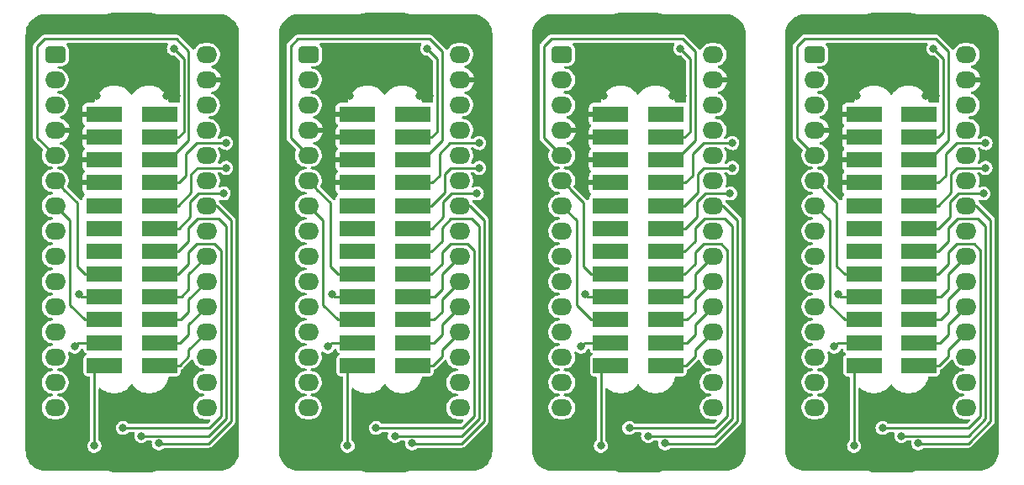
<source format=gtl>
G04 #@! TF.GenerationSoftware,KiCad,Pcbnew,6.0.1-79c1e3a40b~116~ubuntu20.04.1*
G04 #@! TF.CreationDate,2022-01-18T16:27:04+01:00*
G04 #@! TF.ProjectId,4xArduino_GPIB_Adapter,34784172-6475-4696-9e6f-5f475049425f,rev?*
G04 #@! TF.SameCoordinates,Original*
G04 #@! TF.FileFunction,Copper,L1,Top*
G04 #@! TF.FilePolarity,Positive*
%FSLAX46Y46*%
G04 Gerber Fmt 4.6, Leading zero omitted, Abs format (unit mm)*
G04 Created by KiCad (PCBNEW 6.0.1-79c1e3a40b~116~ubuntu20.04.1) date 2022-01-18 16:27:04*
%MOMM*%
%LPD*%
G01*
G04 APERTURE LIST*
G04 Aperture macros list*
%AMRoundRect*
0 Rectangle with rounded corners*
0 $1 Rounding radius*
0 $2 $3 $4 $5 $6 $7 $8 $9 X,Y pos of 4 corners*
0 Add a 4 corners polygon primitive as box body*
4,1,4,$2,$3,$4,$5,$6,$7,$8,$9,$2,$3,0*
0 Add four circle primitives for the rounded corners*
1,1,$1+$1,$2,$3*
1,1,$1+$1,$4,$5*
1,1,$1+$1,$6,$7*
1,1,$1+$1,$8,$9*
0 Add four rect primitives between the rounded corners*
20,1,$1+$1,$2,$3,$4,$5,0*
20,1,$1+$1,$4,$5,$6,$7,0*
20,1,$1+$1,$6,$7,$8,$9,0*
20,1,$1+$1,$8,$9,$2,$3,0*%
G04 Aperture macros list end*
G04 #@! TA.AperFunction,ComponentPad*
%ADD10RoundRect,0.425000X-0.625000X-0.425000X0.625000X-0.425000X0.625000X0.425000X-0.625000X0.425000X0*%
G04 #@! TD*
G04 #@! TA.AperFunction,ComponentPad*
%ADD11O,2.100000X1.700000*%
G04 #@! TD*
G04 #@! TA.AperFunction,ComponentPad*
%ADD12RoundRect,0.200000X-1.600000X0.600000X-1.600000X-0.600000X1.600000X-0.600000X1.600000X0.600000X0*%
G04 #@! TD*
G04 #@! TA.AperFunction,ViaPad*
%ADD13C,0.800000*%
G04 #@! TD*
G04 #@! TA.AperFunction,Conductor*
%ADD14C,0.250000*%
G04 #@! TD*
G04 APERTURE END LIST*
D10*
X99455001Y-76785001D03*
D11*
X99455001Y-79325001D03*
X99455001Y-81865001D03*
X99455001Y-84405001D03*
X99455001Y-86945001D03*
X99455001Y-89485001D03*
X99455001Y-92025001D03*
X99455001Y-94565001D03*
X99455001Y-97105001D03*
X99455001Y-99645001D03*
X99455001Y-102185001D03*
X99455001Y-104725001D03*
X99455001Y-107265001D03*
X99455001Y-109805001D03*
X99455001Y-112345001D03*
X114695001Y-112345001D03*
X114695001Y-109805001D03*
X114695001Y-107265001D03*
X114695001Y-104725001D03*
X114695001Y-102185001D03*
X114695001Y-99645001D03*
X114695001Y-97105001D03*
X114695001Y-94565001D03*
X114695001Y-92025001D03*
X114695001Y-89485001D03*
X114695001Y-86945001D03*
X114695001Y-84405001D03*
X114695001Y-81865001D03*
X114695001Y-79325001D03*
X114695001Y-76785001D03*
D12*
X109970000Y-108090000D03*
X109970000Y-105790000D03*
X109970000Y-103490000D03*
X109970000Y-101190000D03*
X109970000Y-98890000D03*
X109970000Y-96590000D03*
X109970000Y-94290000D03*
X109970000Y-91990000D03*
X109970000Y-89690000D03*
X109970000Y-87390000D03*
X109970000Y-85090000D03*
X109970000Y-82790000D03*
X104390000Y-108090000D03*
X104390000Y-105790900D03*
X104390000Y-103491810D03*
X104390000Y-101192720D03*
X104390000Y-98893630D03*
X104390000Y-96594540D03*
X104390000Y-94295450D03*
X104390000Y-91996360D03*
X104390000Y-89697270D03*
X104390000Y-87398180D03*
X104390000Y-85099090D03*
X104390000Y-82800000D03*
D10*
X150455001Y-76785001D03*
D11*
X150455001Y-79325001D03*
X150455001Y-81865001D03*
X150455001Y-84405001D03*
X150455001Y-86945001D03*
X150455001Y-89485001D03*
X150455001Y-92025001D03*
X150455001Y-94565001D03*
X150455001Y-97105001D03*
X150455001Y-99645001D03*
X150455001Y-102185001D03*
X150455001Y-104725001D03*
X150455001Y-107265001D03*
X150455001Y-109805001D03*
X150455001Y-112345001D03*
X165695001Y-112345001D03*
X165695001Y-109805001D03*
X165695001Y-107265001D03*
X165695001Y-104725001D03*
X165695001Y-102185001D03*
X165695001Y-99645001D03*
X165695001Y-97105001D03*
X165695001Y-94565001D03*
X165695001Y-92025001D03*
X165695001Y-89485001D03*
X165695001Y-86945001D03*
X165695001Y-84405001D03*
X165695001Y-81865001D03*
X165695001Y-79325001D03*
X165695001Y-76785001D03*
D12*
X135470000Y-108090000D03*
X135470000Y-105790000D03*
X135470000Y-103490000D03*
X135470000Y-101190000D03*
X135470000Y-98890000D03*
X135470000Y-96590000D03*
X135470000Y-94290000D03*
X135470000Y-91990000D03*
X135470000Y-89690000D03*
X135470000Y-87390000D03*
X135470000Y-85090000D03*
X135470000Y-82790000D03*
X129890000Y-108090000D03*
X129890000Y-105790900D03*
X129890000Y-103491810D03*
X129890000Y-101192720D03*
X129890000Y-98893630D03*
X129890000Y-96594540D03*
X129890000Y-94295450D03*
X129890000Y-91996360D03*
X129890000Y-89697270D03*
X129890000Y-87398180D03*
X129890000Y-85099090D03*
X129890000Y-82800000D03*
X186470000Y-108090000D03*
X186470000Y-105790000D03*
X186470000Y-103490000D03*
X186470000Y-101190000D03*
X186470000Y-98890000D03*
X186470000Y-96590000D03*
X186470000Y-94290000D03*
X186470000Y-91990000D03*
X186470000Y-89690000D03*
X186470000Y-87390000D03*
X186470000Y-85090000D03*
X186470000Y-82790000D03*
X180890000Y-108090000D03*
X180890000Y-105790900D03*
X180890000Y-103491810D03*
X180890000Y-101192720D03*
X180890000Y-98893630D03*
X180890000Y-96594540D03*
X180890000Y-94295450D03*
X180890000Y-91996360D03*
X180890000Y-89697270D03*
X180890000Y-87398180D03*
X180890000Y-85099090D03*
X180890000Y-82800000D03*
D10*
X124955001Y-76785001D03*
D11*
X124955001Y-79325001D03*
X124955001Y-81865001D03*
X124955001Y-84405001D03*
X124955001Y-86945001D03*
X124955001Y-89485001D03*
X124955001Y-92025001D03*
X124955001Y-94565001D03*
X124955001Y-97105001D03*
X124955001Y-99645001D03*
X124955001Y-102185001D03*
X124955001Y-104725001D03*
X124955001Y-107265001D03*
X124955001Y-109805001D03*
X124955001Y-112345001D03*
X140195001Y-112345001D03*
X140195001Y-109805001D03*
X140195001Y-107265001D03*
X140195001Y-104725001D03*
X140195001Y-102185001D03*
X140195001Y-99645001D03*
X140195001Y-97105001D03*
X140195001Y-94565001D03*
X140195001Y-92025001D03*
X140195001Y-89485001D03*
X140195001Y-86945001D03*
X140195001Y-84405001D03*
X140195001Y-81865001D03*
X140195001Y-79325001D03*
X140195001Y-76785001D03*
D12*
X160970000Y-108090000D03*
X160970000Y-105790000D03*
X160970000Y-103490000D03*
X160970000Y-101190000D03*
X160970000Y-98890000D03*
X160970000Y-96590000D03*
X160970000Y-94290000D03*
X160970000Y-91990000D03*
X160970000Y-89690000D03*
X160970000Y-87390000D03*
X160970000Y-85090000D03*
X160970000Y-82790000D03*
X155390000Y-108090000D03*
X155390000Y-105790900D03*
X155390000Y-103491810D03*
X155390000Y-101192720D03*
X155390000Y-98893630D03*
X155390000Y-96594540D03*
X155390000Y-94295450D03*
X155390000Y-91996360D03*
X155390000Y-89697270D03*
X155390000Y-87398180D03*
X155390000Y-85099090D03*
X155390000Y-82800000D03*
D10*
X175955001Y-76785001D03*
D11*
X175955001Y-79325001D03*
X175955001Y-81865001D03*
X175955001Y-84405001D03*
X175955001Y-86945001D03*
X175955001Y-89485001D03*
X175955001Y-92025001D03*
X175955001Y-94565001D03*
X175955001Y-97105001D03*
X175955001Y-99645001D03*
X175955001Y-102185001D03*
X175955001Y-104725001D03*
X175955001Y-107265001D03*
X175955001Y-109805001D03*
X175955001Y-112345001D03*
X191195001Y-112345001D03*
X191195001Y-109805001D03*
X191195001Y-107265001D03*
X191195001Y-104725001D03*
X191195001Y-102185001D03*
X191195001Y-99645001D03*
X191195001Y-97105001D03*
X191195001Y-94565001D03*
X191195001Y-92025001D03*
X191195001Y-89485001D03*
X191195001Y-86945001D03*
X191195001Y-84405001D03*
X191195001Y-81865001D03*
X191195001Y-79325001D03*
X191195001Y-76785001D03*
D13*
X187650000Y-79950000D03*
X153650000Y-80950000D03*
X179650000Y-79950000D03*
X111650000Y-80950000D03*
X136150000Y-80950000D03*
X154650000Y-80950000D03*
X162650000Y-80950000D03*
X174300000Y-117300000D03*
X192900000Y-117200000D03*
X97700000Y-73900000D03*
X110650000Y-80950000D03*
X192900000Y-73900000D03*
X180150000Y-80950000D03*
X167400000Y-117200000D03*
X128650000Y-79950000D03*
X123300000Y-117300000D03*
X111150000Y-79950000D03*
X161650000Y-80950000D03*
X136650000Y-79950000D03*
X154150000Y-79950000D03*
X103150000Y-79950000D03*
X128150000Y-80950000D03*
X116400000Y-117200000D03*
X126600000Y-115600000D03*
X152100000Y-115600000D03*
X148700000Y-73900000D03*
X188150000Y-80950000D03*
X123200000Y-73900000D03*
X101100000Y-115600000D03*
X167400000Y-73900000D03*
X177600000Y-115600000D03*
X174200000Y-73900000D03*
X137150000Y-80950000D03*
X116400000Y-73900000D03*
X129150000Y-80950000D03*
X187150000Y-80950000D03*
X141900000Y-117200000D03*
X141900000Y-73900000D03*
X97800000Y-117300000D03*
X148800000Y-117300000D03*
X103650000Y-80950000D03*
X179150000Y-80950000D03*
X162150000Y-79950000D03*
X102650000Y-80950000D03*
X103400000Y-116200000D03*
X154400000Y-116200000D03*
X128900000Y-116200000D03*
X179900000Y-116200000D03*
X127325000Y-100950000D03*
X152825000Y-100950000D03*
X101825000Y-100950000D03*
X178325000Y-100950000D03*
X101400000Y-106200000D03*
X135380000Y-115930000D03*
X126900000Y-106200000D03*
X152400000Y-106200000D03*
X186380000Y-115930000D03*
X109880000Y-115930000D03*
X177900000Y-106200000D03*
X160880000Y-115930000D03*
X136905000Y-76185000D03*
X187905000Y-76185000D03*
X162405000Y-76185000D03*
X111405000Y-76185000D03*
X193150000Y-85700000D03*
X142150000Y-85700000D03*
X116650000Y-85700000D03*
X167650000Y-85700000D03*
X193150000Y-88200000D03*
X167650000Y-88200000D03*
X116650000Y-88200000D03*
X142150000Y-88200000D03*
X116425500Y-90770000D03*
X141925500Y-90770000D03*
X192925500Y-90770000D03*
X167425500Y-90770000D03*
X184650000Y-115200000D03*
X159150000Y-115200000D03*
X108150000Y-115200000D03*
X133650000Y-115200000D03*
X157270000Y-114400000D03*
X131770000Y-114400000D03*
X182770000Y-114400000D03*
X106270000Y-114400000D03*
D14*
X187400000Y-108100000D02*
X188500000Y-108100000D01*
X188500000Y-108100000D02*
X189400000Y-107200000D01*
X138400000Y-106520002D02*
X140195001Y-104725001D01*
X112900000Y-107200000D02*
X112900000Y-106520002D01*
X112900000Y-106520002D02*
X114695001Y-104725001D01*
X112000000Y-108100000D02*
X112900000Y-107200000D01*
X137500000Y-108100000D02*
X138400000Y-107200000D01*
X189400000Y-106520002D02*
X191195001Y-104725001D01*
X163000000Y-108100000D02*
X163900000Y-107200000D01*
X138400000Y-107200000D02*
X138400000Y-106520002D01*
X163900000Y-107200000D02*
X163900000Y-106520002D01*
X110900000Y-108100000D02*
X112000000Y-108100000D01*
X161900000Y-108100000D02*
X163000000Y-108100000D01*
X163900000Y-106520002D02*
X165695001Y-104725001D01*
X189400000Y-107200000D02*
X189400000Y-106520002D01*
X136400000Y-108100000D02*
X137500000Y-108100000D01*
X163900000Y-103980002D02*
X165695001Y-102185001D01*
X112900000Y-103980002D02*
X114695001Y-102185001D01*
X161900000Y-105800000D02*
X163050000Y-105800000D01*
X112900000Y-104950000D02*
X112900000Y-103980002D01*
X163050000Y-105800000D02*
X163900000Y-104950000D01*
X189400000Y-103980002D02*
X191195001Y-102185001D01*
X188550000Y-105800000D02*
X189400000Y-104950000D01*
X138400000Y-103980002D02*
X140195001Y-102185001D01*
X187400000Y-105800000D02*
X188550000Y-105800000D01*
X136400000Y-105800000D02*
X137550000Y-105800000D01*
X137550000Y-105800000D02*
X138400000Y-104950000D01*
X138400000Y-104950000D02*
X138400000Y-103980002D01*
X163900000Y-104950000D02*
X163900000Y-103980002D01*
X112050000Y-105800000D02*
X112900000Y-104950000D01*
X110900000Y-105800000D02*
X112050000Y-105800000D01*
X189400000Y-104950000D02*
X189400000Y-103980002D01*
X138400000Y-85450000D02*
X138400000Y-76450000D01*
X98400000Y-75200000D02*
X97650000Y-75950000D01*
X112900000Y-85450000D02*
X112900000Y-76450000D01*
X110900000Y-87400000D02*
X110950000Y-87400000D01*
X136450000Y-87400000D02*
X138400000Y-85450000D01*
X97650000Y-75950000D02*
X97650000Y-85140000D01*
X136400000Y-87400000D02*
X136450000Y-87400000D01*
X174150000Y-85140000D02*
X175955001Y-86945001D01*
X187400000Y-87400000D02*
X187450000Y-87400000D01*
X112900000Y-76450000D02*
X111650000Y-75200000D01*
X148650000Y-75950000D02*
X148650000Y-85140000D01*
X163900000Y-76450000D02*
X162650000Y-75200000D01*
X174900000Y-75200000D02*
X174150000Y-75950000D01*
X161950000Y-87400000D02*
X163900000Y-85450000D01*
X123150000Y-75950000D02*
X123150000Y-85140000D01*
X162650000Y-75200000D02*
X149400000Y-75200000D01*
X137150000Y-75200000D02*
X123900000Y-75200000D01*
X161900000Y-87400000D02*
X161950000Y-87400000D01*
X97650000Y-85140000D02*
X99455001Y-86945001D01*
X148650000Y-85140000D02*
X150455001Y-86945001D01*
X188150000Y-75200000D02*
X174900000Y-75200000D01*
X138400000Y-76450000D02*
X137150000Y-75200000D01*
X189400000Y-85450000D02*
X189400000Y-76450000D01*
X123900000Y-75200000D02*
X123150000Y-75950000D01*
X189400000Y-76450000D02*
X188150000Y-75200000D01*
X163900000Y-85450000D02*
X163900000Y-76450000D01*
X111650000Y-75200000D02*
X98400000Y-75200000D01*
X123150000Y-85140000D02*
X124955001Y-86945001D01*
X174150000Y-75950000D02*
X174150000Y-85140000D01*
X149400000Y-75200000D02*
X148650000Y-75950000D01*
X187450000Y-87400000D02*
X189400000Y-85450000D01*
X110950000Y-87400000D02*
X112900000Y-85450000D01*
X110900000Y-103500000D02*
X112100000Y-103500000D01*
X189400000Y-102700000D02*
X189400000Y-101440002D01*
X163900000Y-102700000D02*
X163900000Y-101440002D01*
X112100000Y-103500000D02*
X112900000Y-102700000D01*
X136400000Y-103500000D02*
X137600000Y-103500000D01*
X188600000Y-103500000D02*
X189400000Y-102700000D01*
X138400000Y-102700000D02*
X138400000Y-101440002D01*
X163100000Y-103500000D02*
X163900000Y-102700000D01*
X112900000Y-101440002D02*
X114695001Y-99645001D01*
X163900000Y-101440002D02*
X165695001Y-99645001D01*
X112900000Y-102700000D02*
X112900000Y-101440002D01*
X187400000Y-103500000D02*
X188600000Y-103500000D01*
X189400000Y-101440002D02*
X191195001Y-99645001D01*
X137600000Y-103500000D02*
X138400000Y-102700000D01*
X161900000Y-103500000D02*
X163100000Y-103500000D01*
X138400000Y-101440002D02*
X140195001Y-99645001D01*
X175955001Y-89485001D02*
X176755000Y-90285000D01*
X178950000Y-98900000D02*
X178150000Y-98100000D01*
X153450000Y-98900000D02*
X152650000Y-98100000D01*
X100255000Y-90305000D02*
X101650000Y-91700000D01*
X176755000Y-90305000D02*
X178150000Y-91700000D01*
X152650000Y-98100000D02*
X152650000Y-91700000D01*
X154400000Y-98900000D02*
X153450000Y-98900000D01*
X176755000Y-90285000D02*
X176755000Y-90305000D01*
X127150000Y-98100000D02*
X127150000Y-91700000D01*
X151255000Y-90285000D02*
X151255000Y-90305000D01*
X99455001Y-89485001D02*
X100255000Y-90285000D01*
X101650000Y-98100000D02*
X101650000Y-91700000D01*
X125755000Y-90305000D02*
X127150000Y-91700000D01*
X125755000Y-90285000D02*
X125755000Y-90305000D01*
X128900000Y-98900000D02*
X127950000Y-98900000D01*
X150455001Y-89485001D02*
X151255000Y-90285000D01*
X178150000Y-98100000D02*
X178150000Y-91700000D01*
X103400000Y-98900000D02*
X102450000Y-98900000D01*
X124955001Y-89485001D02*
X125755000Y-90285000D01*
X151255000Y-90305000D02*
X152650000Y-91700000D01*
X102450000Y-98900000D02*
X101650000Y-98100000D01*
X127950000Y-98900000D02*
X127150000Y-98100000D01*
X179900000Y-98900000D02*
X178950000Y-98900000D01*
X100255000Y-90285000D02*
X100255000Y-90305000D01*
X138400000Y-100450000D02*
X138400000Y-98900002D01*
X112150000Y-101200000D02*
X112900000Y-100450000D01*
X187400000Y-101200000D02*
X188650000Y-101200000D01*
X163900000Y-100450000D02*
X163900000Y-98900002D01*
X163150000Y-101200000D02*
X163900000Y-100450000D01*
X189400000Y-98900002D02*
X191195001Y-97105001D01*
X110900000Y-101200000D02*
X112150000Y-101200000D01*
X112900000Y-98900002D02*
X114695001Y-97105001D01*
X188650000Y-101200000D02*
X189400000Y-100450000D01*
X112900000Y-100450000D02*
X112900000Y-98900002D01*
X136400000Y-101200000D02*
X137650000Y-101200000D01*
X189400000Y-100450000D02*
X189400000Y-98900002D01*
X138400000Y-98900002D02*
X140195001Y-97105001D01*
X161900000Y-101200000D02*
X163150000Y-101200000D01*
X137650000Y-101200000D02*
X138400000Y-100450000D01*
X163900000Y-98900002D02*
X165695001Y-97105001D01*
X154400000Y-103500000D02*
X153450000Y-103500000D01*
X153450000Y-103500000D02*
X151935000Y-101985000D01*
X178950000Y-103500000D02*
X177435000Y-101985000D01*
X99455001Y-92025001D02*
X100935000Y-93505000D01*
X179900000Y-103500000D02*
X178950000Y-103500000D01*
X127950000Y-103500000D02*
X126435000Y-101985000D01*
X126435000Y-101985000D02*
X126435000Y-93505000D01*
X103400000Y-103500000D02*
X102450000Y-103500000D01*
X124955001Y-92025001D02*
X126435000Y-93505000D01*
X177435000Y-101985000D02*
X177435000Y-93505000D01*
X150455001Y-92025001D02*
X151935000Y-93505000D01*
X175955001Y-92025001D02*
X177435000Y-93505000D01*
X128900000Y-103500000D02*
X127950000Y-103500000D01*
X100935000Y-101985000D02*
X100935000Y-93505000D01*
X102450000Y-103500000D02*
X100935000Y-101985000D01*
X151935000Y-101985000D02*
X151935000Y-93505000D01*
X128900000Y-108100000D02*
X128900000Y-116200000D01*
X154400000Y-108100000D02*
X154400000Y-116200000D01*
X103400000Y-108100000D02*
X103400000Y-116200000D01*
X179900000Y-108100000D02*
X179900000Y-116200000D01*
X128900000Y-101200000D02*
X127575000Y-101200000D01*
X102075000Y-101200000D02*
X101825000Y-100950000D01*
X154400000Y-101200000D02*
X153075000Y-101200000D01*
X179900000Y-101200000D02*
X178575000Y-101200000D01*
X103400000Y-101200000D02*
X102075000Y-101200000D01*
X178575000Y-101200000D02*
X178325000Y-100950000D01*
X127575000Y-101200000D02*
X127325000Y-100950000D01*
X153075000Y-101200000D02*
X152825000Y-100950000D01*
X141225001Y-92025001D02*
X142650000Y-93450000D01*
X179900000Y-105800000D02*
X178299999Y-105800001D01*
X142650000Y-113700000D02*
X140400000Y-115950000D01*
X168150000Y-93450000D02*
X168150000Y-113700000D01*
X140195001Y-92025001D02*
X141225001Y-92025001D01*
X191400000Y-115950000D02*
X186650000Y-115950000D01*
X192225001Y-92025001D02*
X193650000Y-93450000D01*
X115725001Y-92025001D02*
X117150000Y-93450000D01*
X114695001Y-92025001D02*
X115725001Y-92025001D01*
X152799999Y-105800001D02*
X152400000Y-106200000D01*
X127299999Y-105800001D02*
X126900000Y-106200000D01*
X165695001Y-92025001D02*
X166725001Y-92025001D01*
X140400000Y-115950000D02*
X135650000Y-115950000D01*
X193650000Y-113700000D02*
X191400000Y-115950000D01*
X142650000Y-93450000D02*
X142650000Y-113700000D01*
X191195001Y-92025001D02*
X192225001Y-92025001D01*
X103400000Y-105800000D02*
X101799999Y-105800001D01*
X117150000Y-113700000D02*
X114900000Y-115950000D01*
X154400000Y-105800000D02*
X152799999Y-105800001D01*
X117150000Y-93450000D02*
X117150000Y-113700000D01*
X114900000Y-115950000D02*
X110150000Y-115950000D01*
X178299999Y-105800001D02*
X177900000Y-106200000D01*
X193650000Y-93450000D02*
X193650000Y-113700000D01*
X168150000Y-113700000D02*
X165900000Y-115950000D01*
X166725001Y-92025001D02*
X168150000Y-93450000D01*
X101799999Y-105800001D02*
X101400000Y-106200000D01*
X165900000Y-115950000D02*
X161150000Y-115950000D01*
X128900000Y-105800000D02*
X127299999Y-105800001D01*
X162850000Y-85100000D02*
X163400000Y-84550000D01*
X111850000Y-85100000D02*
X112400000Y-84550000D01*
X112400000Y-77180000D02*
X111405000Y-76185000D01*
X187905000Y-76185000D02*
X187900000Y-76180000D01*
X112400000Y-84550000D02*
X112400000Y-77180000D01*
X188350000Y-85100000D02*
X188900000Y-84550000D01*
X187400000Y-85100000D02*
X188350000Y-85100000D01*
X110900000Y-85100000D02*
X111850000Y-85100000D01*
X137350000Y-85100000D02*
X137900000Y-84550000D01*
X111405000Y-76185000D02*
X111400000Y-76180000D01*
X137900000Y-77180000D02*
X136905000Y-76185000D01*
X161900000Y-85100000D02*
X162850000Y-85100000D01*
X162405000Y-76185000D02*
X162400000Y-76180000D01*
X136400000Y-85100000D02*
X137350000Y-85100000D01*
X137900000Y-84550000D02*
X137900000Y-77180000D01*
X188900000Y-77180000D02*
X187905000Y-76185000D01*
X136905000Y-76185000D02*
X136900000Y-76180000D01*
X163400000Y-84550000D02*
X163400000Y-77180000D01*
X163400000Y-77180000D02*
X162405000Y-76185000D01*
X188900000Y-84550000D02*
X188900000Y-77180000D01*
X189140000Y-86770000D02*
X189140000Y-88960000D01*
X116645000Y-85680000D02*
X113730000Y-85680000D01*
X188400000Y-89700000D02*
X187524520Y-89700000D01*
X138140000Y-86770000D02*
X138140000Y-88960000D01*
X111900000Y-89700000D02*
X111024520Y-89700000D01*
X167645000Y-85680000D02*
X164730000Y-85680000D01*
X113730000Y-85680000D02*
X112640000Y-86770000D01*
X164730000Y-85680000D02*
X163640000Y-86770000D01*
X112640000Y-88960000D02*
X111900000Y-89700000D01*
X112640000Y-86770000D02*
X112640000Y-88960000D01*
X139230000Y-85680000D02*
X138140000Y-86770000D01*
X189140000Y-88960000D02*
X188400000Y-89700000D01*
X162900000Y-89700000D02*
X162024520Y-89700000D01*
X163640000Y-86770000D02*
X163640000Y-88960000D01*
X163640000Y-88960000D02*
X162900000Y-89700000D01*
X138140000Y-88960000D02*
X137400000Y-89700000D01*
X193145000Y-85680000D02*
X190230000Y-85680000D01*
X190230000Y-85680000D02*
X189140000Y-86770000D01*
X137400000Y-89700000D02*
X136524520Y-89700000D01*
X142145000Y-85680000D02*
X139230000Y-85680000D01*
X164780000Y-88200000D02*
X164150000Y-88830000D01*
X137350000Y-92000000D02*
X136400000Y-92000000D01*
X164150000Y-90700000D02*
X162850000Y-92000000D01*
X111850000Y-92000000D02*
X110900000Y-92000000D01*
X113780000Y-88200000D02*
X113150000Y-88830000D01*
X167650000Y-88200000D02*
X164780000Y-88200000D01*
X193150000Y-88200000D02*
X190280000Y-88200000D01*
X162850000Y-92000000D02*
X161900000Y-92000000D01*
X190280000Y-88200000D02*
X189650000Y-88830000D01*
X139280000Y-88200000D02*
X138650000Y-88830000D01*
X189650000Y-90700000D02*
X188350000Y-92000000D01*
X142150000Y-88200000D02*
X139280000Y-88200000D01*
X116650000Y-88200000D02*
X113780000Y-88200000D01*
X188350000Y-92000000D02*
X187400000Y-92000000D01*
X164150000Y-88830000D02*
X164150000Y-90700000D01*
X113150000Y-90700000D02*
X111850000Y-92000000D01*
X189650000Y-88830000D02*
X189650000Y-90700000D01*
X138650000Y-90700000D02*
X137350000Y-92000000D01*
X138650000Y-88830000D02*
X138650000Y-90700000D01*
X113150000Y-88830000D02*
X113150000Y-90700000D01*
X189550000Y-93150000D02*
X188400000Y-94300000D01*
X190400000Y-90760000D02*
X189550000Y-91610000D01*
X162900000Y-94300000D02*
X162024520Y-94300000D01*
X189550000Y-91610000D02*
X189550000Y-93150000D01*
X138550000Y-93150000D02*
X137400000Y-94300000D01*
X167474990Y-90760000D02*
X164900000Y-90760000D01*
X137400000Y-94300000D02*
X136524520Y-94300000D01*
X192974990Y-90760000D02*
X190400000Y-90760000D01*
X111900000Y-94300000D02*
X111024520Y-94300000D01*
X113900000Y-90760000D02*
X113050000Y-91610000D01*
X116474990Y-90760000D02*
X113900000Y-90760000D01*
X141974990Y-90760000D02*
X139400000Y-90760000D01*
X113050000Y-91610000D02*
X113050000Y-93150000D01*
X164900000Y-90760000D02*
X164050000Y-91610000D01*
X113050000Y-93150000D02*
X111900000Y-94300000D01*
X188400000Y-94300000D02*
X187524520Y-94300000D01*
X164050000Y-91610000D02*
X164050000Y-93150000D01*
X138550000Y-91610000D02*
X138550000Y-93150000D01*
X164050000Y-93150000D02*
X162900000Y-94300000D01*
X139400000Y-90760000D02*
X138550000Y-91610000D01*
X166900000Y-93290000D02*
X164810000Y-93290000D01*
X189400000Y-95550000D02*
X188350000Y-96600000D01*
X112900000Y-94200000D02*
X112900000Y-95550000D01*
X164810000Y-93290000D02*
X163900000Y-94200000D01*
X190310000Y-93290000D02*
X189400000Y-94200000D01*
X167650000Y-94040000D02*
X166900000Y-93290000D01*
X184650000Y-115200000D02*
X191400000Y-115200000D01*
X165900000Y-115200000D02*
X167650000Y-113450000D01*
X112900000Y-95550000D02*
X111850000Y-96600000D01*
X159150000Y-115200000D02*
X165900000Y-115200000D01*
X163900000Y-95550000D02*
X162850000Y-96600000D01*
X114900000Y-115200000D02*
X116650000Y-113450000D01*
X115900000Y-93290000D02*
X113810000Y-93290000D01*
X162850000Y-96600000D02*
X161900000Y-96600000D01*
X140400000Y-115200000D02*
X142150000Y-113450000D01*
X142150000Y-94040000D02*
X141400000Y-93290000D01*
X116650000Y-113450000D02*
X116650000Y-94040000D01*
X188350000Y-96600000D02*
X187400000Y-96600000D01*
X139310000Y-93290000D02*
X138400000Y-94200000D01*
X141400000Y-93290000D02*
X139310000Y-93290000D01*
X142150000Y-113450000D02*
X142150000Y-94040000D01*
X116650000Y-94040000D02*
X115900000Y-93290000D01*
X167650000Y-113450000D02*
X167650000Y-94040000D01*
X111850000Y-96600000D02*
X110900000Y-96600000D01*
X163900000Y-94200000D02*
X163900000Y-95550000D01*
X193150000Y-94040000D02*
X192400000Y-93290000D01*
X137350000Y-96600000D02*
X136400000Y-96600000D01*
X192400000Y-93290000D02*
X190310000Y-93290000D01*
X113810000Y-93290000D02*
X112900000Y-94200000D01*
X138400000Y-95550000D02*
X137350000Y-96600000D01*
X191400000Y-115200000D02*
X193150000Y-113450000D01*
X133650000Y-115200000D02*
X140400000Y-115200000D01*
X189400000Y-94200000D02*
X189400000Y-95550000D01*
X138400000Y-94200000D02*
X138400000Y-95550000D01*
X193150000Y-113450000D02*
X193150000Y-94040000D01*
X108150000Y-115200000D02*
X114900000Y-115200000D01*
X116150000Y-96500000D02*
X115510000Y-95860000D01*
X138400000Y-96700000D02*
X138400000Y-97850000D01*
X192010000Y-95860000D02*
X190240000Y-95860000D01*
X167150000Y-113200000D02*
X165950000Y-114400000D01*
X165950000Y-114400000D02*
X157270000Y-114400000D01*
X163900000Y-96700000D02*
X163900000Y-97850000D01*
X191450000Y-114400000D02*
X182770000Y-114400000D01*
X140450000Y-114400000D02*
X131770000Y-114400000D01*
X141650000Y-113200000D02*
X141650000Y-96500000D01*
X137350000Y-98900000D02*
X136400000Y-98900000D01*
X141650000Y-113200000D02*
X140450000Y-114400000D01*
X111850000Y-98900000D02*
X110900000Y-98900000D01*
X164740000Y-95860000D02*
X163900000Y-96700000D01*
X115510000Y-95860000D02*
X113740000Y-95860000D01*
X192650000Y-113200000D02*
X192650000Y-96500000D01*
X167150000Y-96500000D02*
X166510000Y-95860000D01*
X139240000Y-95860000D02*
X138400000Y-96700000D01*
X189400000Y-96700000D02*
X189400000Y-97850000D01*
X138400000Y-97850000D02*
X137350000Y-98900000D01*
X189400000Y-97850000D02*
X188350000Y-98900000D01*
X141010000Y-95860000D02*
X139240000Y-95860000D01*
X192650000Y-113200000D02*
X191450000Y-114400000D01*
X113740000Y-95860000D02*
X112900000Y-96700000D01*
X112900000Y-97850000D02*
X111850000Y-98900000D01*
X112900000Y-96700000D02*
X112900000Y-97850000D01*
X141650000Y-96500000D02*
X141010000Y-95860000D01*
X192650000Y-96500000D02*
X192010000Y-95860000D01*
X163900000Y-97850000D02*
X162850000Y-98900000D01*
X114950000Y-114400000D02*
X106270000Y-114400000D01*
X167150000Y-113200000D02*
X167150000Y-96500000D01*
X190240000Y-95860000D02*
X189400000Y-96700000D01*
X188350000Y-98900000D02*
X187400000Y-98900000D01*
X116150000Y-113200000D02*
X116150000Y-96500000D01*
X166510000Y-95860000D02*
X164740000Y-95860000D01*
X162850000Y-98900000D02*
X161900000Y-98900000D01*
X116150000Y-113200000D02*
X114950000Y-114400000D01*
G04 #@! TA.AperFunction,Conductor*
G36*
X134602059Y-72533902D02*
G01*
X134607574Y-72536760D01*
X134607578Y-72536762D01*
X134611336Y-72538709D01*
X134869146Y-72630334D01*
X134873297Y-72631197D01*
X134873302Y-72631198D01*
X135053336Y-72668609D01*
X135137030Y-72686001D01*
X135141257Y-72686290D01*
X135141263Y-72686291D01*
X135280996Y-72695849D01*
X135297884Y-72698179D01*
X135304932Y-72699651D01*
X135309684Y-72699900D01*
X135309987Y-72699916D01*
X135309991Y-72699916D01*
X135311592Y-72700000D01*
X135337453Y-72700000D01*
X135345895Y-72700288D01*
X135349177Y-72700512D01*
X135356233Y-72701199D01*
X135369731Y-72702904D01*
X135378506Y-72704013D01*
X135378510Y-72704013D01*
X135381943Y-72704447D01*
X135396919Y-72704656D01*
X135406539Y-72704791D01*
X135406545Y-72704791D01*
X135410000Y-72704839D01*
X135453315Y-72700592D01*
X135465414Y-72700000D01*
X141411772Y-72700000D01*
X141425594Y-72700773D01*
X141454940Y-72704065D01*
X141454944Y-72704065D01*
X141460970Y-72704741D01*
X141486217Y-72702621D01*
X141489589Y-72702338D01*
X141508074Y-72702168D01*
X141727949Y-72716579D01*
X141744030Y-72718697D01*
X141984665Y-72766562D01*
X142000333Y-72770760D01*
X142232671Y-72849629D01*
X142247656Y-72855836D01*
X142467710Y-72964354D01*
X142481757Y-72972464D01*
X142685765Y-73108779D01*
X142698633Y-73118653D01*
X142790868Y-73199540D01*
X142883108Y-73280433D01*
X142894567Y-73291892D01*
X142975459Y-73384132D01*
X143056347Y-73476367D01*
X143066221Y-73489235D01*
X143202536Y-73693243D01*
X143210646Y-73707290D01*
X143319164Y-73927344D01*
X143325371Y-73942329D01*
X143404240Y-74174667D01*
X143408438Y-74190335D01*
X143456303Y-74430970D01*
X143458421Y-74447051D01*
X143471951Y-74653482D01*
X143471443Y-74675414D01*
X143470259Y-74685970D01*
X143470767Y-74692016D01*
X143474565Y-74737250D01*
X143475000Y-74747626D01*
X143475000Y-116636772D01*
X143474227Y-116650594D01*
X143472864Y-116662750D01*
X143470259Y-116685970D01*
X143472354Y-116710923D01*
X143472662Y-116714589D01*
X143472832Y-116733074D01*
X143458421Y-116952949D01*
X143456303Y-116969030D01*
X143408438Y-117209665D01*
X143404240Y-117225333D01*
X143325371Y-117457671D01*
X143319164Y-117472656D01*
X143210646Y-117692710D01*
X143202536Y-117706757D01*
X143066221Y-117910765D01*
X143056347Y-117923633D01*
X142975459Y-118015868D01*
X142894567Y-118108108D01*
X142883108Y-118119567D01*
X142790868Y-118200459D01*
X142698633Y-118281347D01*
X142685765Y-118291221D01*
X142481757Y-118427536D01*
X142467710Y-118435646D01*
X142247656Y-118544164D01*
X142232671Y-118550371D01*
X142000333Y-118629240D01*
X141984665Y-118633438D01*
X141744030Y-118681303D01*
X141727949Y-118683421D01*
X141521518Y-118696951D01*
X141499586Y-118696443D01*
X141495060Y-118695935D01*
X141495056Y-118695935D01*
X141489030Y-118695259D01*
X141446861Y-118698800D01*
X141437750Y-118699565D01*
X141427374Y-118700000D01*
X135561058Y-118700000D01*
X135545517Y-118699022D01*
X135521501Y-118695988D01*
X135521500Y-118695988D01*
X135518057Y-118695553D01*
X135502539Y-118695336D01*
X135493460Y-118695209D01*
X135493454Y-118695209D01*
X135490000Y-118695161D01*
X135486196Y-118695534D01*
X135482586Y-118695834D01*
X135221263Y-118713709D01*
X135221256Y-118713710D01*
X135217030Y-118713999D01*
X135133336Y-118731391D01*
X134953302Y-118768802D01*
X134953297Y-118768803D01*
X134949146Y-118769666D01*
X134841346Y-118807978D01*
X134743252Y-118842840D01*
X134701727Y-118850000D01*
X130768273Y-118850000D01*
X130726748Y-118842840D01*
X130628654Y-118807978D01*
X130520854Y-118769666D01*
X130516703Y-118768803D01*
X130516698Y-118768802D01*
X130336664Y-118731391D01*
X130252970Y-118713999D01*
X130248743Y-118713710D01*
X130248737Y-118713709D01*
X130109004Y-118704151D01*
X130092116Y-118701821D01*
X130085068Y-118700349D01*
X130080276Y-118700098D01*
X130080013Y-118700084D01*
X130080009Y-118700084D01*
X130078408Y-118700000D01*
X130052547Y-118700000D01*
X130044105Y-118699712D01*
X130040823Y-118699488D01*
X130033767Y-118698801D01*
X130019122Y-118696951D01*
X130011494Y-118695987D01*
X130011490Y-118695987D01*
X130008057Y-118695553D01*
X129993081Y-118695344D01*
X129983461Y-118695209D01*
X129983455Y-118695209D01*
X129980000Y-118695161D01*
X129940623Y-118699022D01*
X129936686Y-118699408D01*
X129924586Y-118700000D01*
X124038228Y-118700000D01*
X124024406Y-118699227D01*
X123995060Y-118695935D01*
X123995056Y-118695935D01*
X123989030Y-118695259D01*
X123963783Y-118697379D01*
X123960411Y-118697662D01*
X123941926Y-118697832D01*
X123722051Y-118683421D01*
X123705970Y-118681303D01*
X123465335Y-118633438D01*
X123449667Y-118629240D01*
X123217329Y-118550371D01*
X123202344Y-118544164D01*
X122982290Y-118435646D01*
X122968243Y-118427536D01*
X122764235Y-118291221D01*
X122751367Y-118281347D01*
X122659132Y-118200460D01*
X122566892Y-118119567D01*
X122555433Y-118108108D01*
X122474541Y-118015868D01*
X122393653Y-117923633D01*
X122383779Y-117910765D01*
X122247464Y-117706757D01*
X122239354Y-117692710D01*
X122130836Y-117472656D01*
X122124629Y-117457671D01*
X122045760Y-117225333D01*
X122041562Y-117209665D01*
X121993697Y-116969030D01*
X121991579Y-116952949D01*
X121978049Y-116746518D01*
X121978557Y-116724586D01*
X121979065Y-116720060D01*
X121979065Y-116720056D01*
X121979741Y-116714030D01*
X121975435Y-116662750D01*
X121975000Y-116652374D01*
X121975000Y-85207393D01*
X122724500Y-85207393D01*
X122731964Y-85230364D01*
X122736504Y-85249279D01*
X122737122Y-85253178D01*
X122740281Y-85273126D01*
X122751246Y-85294647D01*
X122758689Y-85312616D01*
X122766151Y-85335581D01*
X122771882Y-85343469D01*
X122771884Y-85343473D01*
X122780346Y-85355119D01*
X122790509Y-85371703D01*
X122801472Y-85393220D01*
X123697175Y-86288923D01*
X123730660Y-86350246D01*
X123724666Y-86422552D01*
X123647153Y-86616841D01*
X123646043Y-86622422D01*
X123646042Y-86622425D01*
X123641362Y-86645954D01*
X123605902Y-86824226D01*
X123605828Y-86829913D01*
X123605827Y-86829918D01*
X123604147Y-86958243D01*
X123603134Y-87035655D01*
X123604097Y-87041259D01*
X123604097Y-87041260D01*
X123625852Y-87167865D01*
X123638942Y-87244048D01*
X123712128Y-87442426D01*
X123715030Y-87447304D01*
X123715031Y-87447306D01*
X123746333Y-87499919D01*
X123820239Y-87624145D01*
X123959656Y-87783120D01*
X123964120Y-87786639D01*
X123964123Y-87786642D01*
X124025835Y-87835291D01*
X124125709Y-87914025D01*
X124312837Y-88012478D01*
X124318268Y-88014164D01*
X124318272Y-88014166D01*
X124503880Y-88071798D01*
X124514774Y-88075181D01*
X124658141Y-88092150D01*
X124722399Y-88119576D01*
X124761630Y-88177392D01*
X124763376Y-88247240D01*
X124727082Y-88306944D01*
X124664272Y-88337548D01*
X124654910Y-88338769D01*
X124581280Y-88345535D01*
X124544441Y-88348920D01*
X124340932Y-88406315D01*
X124151291Y-88499836D01*
X123981868Y-88626350D01*
X123978013Y-88630520D01*
X123978010Y-88630523D01*
X123918703Y-88694682D01*
X123838338Y-88781620D01*
X123835304Y-88786429D01*
X123835303Y-88786430D01*
X123785352Y-88865598D01*
X123725506Y-88960447D01*
X123647153Y-89156841D01*
X123646043Y-89162422D01*
X123646042Y-89162425D01*
X123641362Y-89185954D01*
X123605902Y-89364226D01*
X123605828Y-89369913D01*
X123605827Y-89369918D01*
X123603208Y-89569967D01*
X123603134Y-89575655D01*
X123604097Y-89581259D01*
X123604097Y-89581260D01*
X123607332Y-89600084D01*
X123638942Y-89784048D01*
X123712128Y-89982426D01*
X123715030Y-89987304D01*
X123715031Y-89987306D01*
X123814491Y-90154483D01*
X123820239Y-90164145D01*
X123959656Y-90323120D01*
X123964120Y-90326639D01*
X123964123Y-90326642D01*
X124038493Y-90385270D01*
X124125709Y-90454025D01*
X124312837Y-90552478D01*
X124318268Y-90554164D01*
X124318272Y-90554166D01*
X124486192Y-90606306D01*
X124514774Y-90615181D01*
X124658141Y-90632150D01*
X124722399Y-90659576D01*
X124761630Y-90717392D01*
X124763376Y-90787240D01*
X124727082Y-90846944D01*
X124664272Y-90877548D01*
X124654910Y-90878769D01*
X124581280Y-90885535D01*
X124544441Y-90888920D01*
X124340932Y-90946315D01*
X124151291Y-91039836D01*
X123981868Y-91166350D01*
X123978013Y-91170520D01*
X123978010Y-91170523D01*
X123964166Y-91185500D01*
X123838338Y-91321620D01*
X123835304Y-91326429D01*
X123835303Y-91326430D01*
X123735030Y-91485353D01*
X123725506Y-91500447D01*
X123647153Y-91696841D01*
X123646043Y-91702422D01*
X123646042Y-91702425D01*
X123626527Y-91800534D01*
X123605902Y-91904226D01*
X123605828Y-91909913D01*
X123605827Y-91909918D01*
X123604138Y-92038929D01*
X123603134Y-92115655D01*
X123604097Y-92121259D01*
X123604097Y-92121260D01*
X123607332Y-92140084D01*
X123638942Y-92324048D01*
X123712128Y-92522426D01*
X123715030Y-92527304D01*
X123715031Y-92527306D01*
X123812332Y-92690854D01*
X123820239Y-92704145D01*
X123959656Y-92863120D01*
X123964120Y-92866639D01*
X123964123Y-92866642D01*
X124014241Y-92906151D01*
X124125709Y-92994025D01*
X124312837Y-93092478D01*
X124318268Y-93094164D01*
X124318272Y-93094166D01*
X124503880Y-93151798D01*
X124514774Y-93155181D01*
X124658141Y-93172150D01*
X124722399Y-93199576D01*
X124761630Y-93257392D01*
X124763376Y-93327240D01*
X124727082Y-93386944D01*
X124664272Y-93417548D01*
X124654910Y-93418769D01*
X124581280Y-93425535D01*
X124544441Y-93428920D01*
X124340932Y-93486315D01*
X124151291Y-93579836D01*
X123981868Y-93706350D01*
X123978013Y-93710520D01*
X123978010Y-93710523D01*
X123962888Y-93726882D01*
X123838338Y-93861620D01*
X123835304Y-93866429D01*
X123835303Y-93866430D01*
X123823046Y-93885857D01*
X123725506Y-94040447D01*
X123647153Y-94236841D01*
X123605902Y-94444226D01*
X123605828Y-94449913D01*
X123605827Y-94449918D01*
X123603227Y-94648528D01*
X123603134Y-94655655D01*
X123604097Y-94661259D01*
X123604097Y-94661260D01*
X123607979Y-94683849D01*
X123638942Y-94864048D01*
X123712128Y-95062426D01*
X123715030Y-95067304D01*
X123715031Y-95067306D01*
X123816069Y-95237135D01*
X123820239Y-95244145D01*
X123959656Y-95403120D01*
X123964120Y-95406639D01*
X123964123Y-95406642D01*
X124017714Y-95448889D01*
X124125709Y-95534025D01*
X124312837Y-95632478D01*
X124318268Y-95634164D01*
X124318272Y-95634166D01*
X124475950Y-95683126D01*
X124514774Y-95695181D01*
X124658141Y-95712150D01*
X124722399Y-95739576D01*
X124761630Y-95797392D01*
X124763376Y-95867240D01*
X124727082Y-95926944D01*
X124664272Y-95957548D01*
X124654910Y-95958769D01*
X124581280Y-95965535D01*
X124544441Y-95968920D01*
X124340932Y-96026315D01*
X124151291Y-96119836D01*
X123981868Y-96246350D01*
X123978013Y-96250520D01*
X123978010Y-96250523D01*
X123962888Y-96266882D01*
X123838338Y-96401620D01*
X123835304Y-96406429D01*
X123835303Y-96406430D01*
X123741026Y-96555850D01*
X123725506Y-96580447D01*
X123647153Y-96776841D01*
X123646043Y-96782422D01*
X123646042Y-96782425D01*
X123642089Y-96802300D01*
X123605902Y-96984226D01*
X123605828Y-96989913D01*
X123605827Y-96989918D01*
X123603208Y-97189967D01*
X123603134Y-97195655D01*
X123604097Y-97201259D01*
X123604097Y-97201260D01*
X123620820Y-97298580D01*
X123638942Y-97404048D01*
X123712128Y-97602426D01*
X123715030Y-97607304D01*
X123715031Y-97607306D01*
X123776170Y-97710071D01*
X123820239Y-97784145D01*
X123959656Y-97943120D01*
X123964120Y-97946639D01*
X123964123Y-97946642D01*
X124009956Y-97982773D01*
X124125709Y-98074025D01*
X124312837Y-98172478D01*
X124318268Y-98174164D01*
X124318272Y-98174166D01*
X124447468Y-98214282D01*
X124514774Y-98235181D01*
X124658141Y-98252150D01*
X124722399Y-98279576D01*
X124761630Y-98337392D01*
X124763376Y-98407240D01*
X124727082Y-98466944D01*
X124664272Y-98497548D01*
X124654910Y-98498769D01*
X124581280Y-98505535D01*
X124544441Y-98508920D01*
X124340932Y-98566315D01*
X124151291Y-98659836D01*
X123981868Y-98786350D01*
X123978013Y-98790520D01*
X123978010Y-98790523D01*
X123962888Y-98806882D01*
X123838338Y-98941620D01*
X123725506Y-99120447D01*
X123647153Y-99316841D01*
X123605902Y-99524226D01*
X123605828Y-99529913D01*
X123605827Y-99529918D01*
X123603208Y-99729967D01*
X123603134Y-99735655D01*
X123604097Y-99741259D01*
X123604097Y-99741260D01*
X123637758Y-99937156D01*
X123638942Y-99944048D01*
X123712128Y-100142426D01*
X123715030Y-100147304D01*
X123715031Y-100147306D01*
X123802735Y-100294723D01*
X123820239Y-100324145D01*
X123959656Y-100483120D01*
X123964120Y-100486639D01*
X123964123Y-100486642D01*
X124035137Y-100542624D01*
X124125709Y-100614025D01*
X124312837Y-100712478D01*
X124318268Y-100714164D01*
X124318272Y-100714166D01*
X124447468Y-100754282D01*
X124514774Y-100775181D01*
X124658141Y-100792150D01*
X124722399Y-100819576D01*
X124761630Y-100877392D01*
X124763376Y-100947240D01*
X124727082Y-101006944D01*
X124664272Y-101037548D01*
X124654910Y-101038769D01*
X124581280Y-101045535D01*
X124544441Y-101048920D01*
X124340932Y-101106315D01*
X124151291Y-101199836D01*
X123981868Y-101326350D01*
X123978013Y-101330520D01*
X123978010Y-101330523D01*
X123962888Y-101346882D01*
X123838338Y-101481620D01*
X123835304Y-101486429D01*
X123835303Y-101486430D01*
X123732582Y-101649233D01*
X123725506Y-101660447D01*
X123647153Y-101856841D01*
X123646043Y-101862422D01*
X123646042Y-101862425D01*
X123637403Y-101905856D01*
X123605902Y-102064226D01*
X123605828Y-102069913D01*
X123605827Y-102069918D01*
X123603208Y-102269967D01*
X123603134Y-102275655D01*
X123604097Y-102281259D01*
X123604097Y-102281260D01*
X123633707Y-102453580D01*
X123638942Y-102484048D01*
X123712128Y-102682426D01*
X123715030Y-102687304D01*
X123715031Y-102687306D01*
X123801785Y-102833126D01*
X123820239Y-102864145D01*
X123959656Y-103023120D01*
X123964120Y-103026639D01*
X123964123Y-103026642D01*
X123990012Y-103047051D01*
X124125709Y-103154025D01*
X124312837Y-103252478D01*
X124318268Y-103254164D01*
X124318272Y-103254166D01*
X124447468Y-103294282D01*
X124514774Y-103315181D01*
X124658141Y-103332150D01*
X124722399Y-103359576D01*
X124761630Y-103417392D01*
X124763376Y-103487240D01*
X124727082Y-103546944D01*
X124664272Y-103577548D01*
X124654910Y-103578769D01*
X124581280Y-103585535D01*
X124544441Y-103588920D01*
X124340932Y-103646315D01*
X124151291Y-103739836D01*
X123981868Y-103866350D01*
X123978013Y-103870520D01*
X123978010Y-103870523D01*
X123938287Y-103913496D01*
X123838338Y-104021620D01*
X123835304Y-104026429D01*
X123835303Y-104026430D01*
X123731559Y-104190854D01*
X123725506Y-104200447D01*
X123647153Y-104396841D01*
X123646043Y-104402422D01*
X123646042Y-104402425D01*
X123637067Y-104447546D01*
X123605902Y-104604226D01*
X123605828Y-104609913D01*
X123605827Y-104609918D01*
X123603477Y-104789429D01*
X123603134Y-104815655D01*
X123604097Y-104821259D01*
X123604097Y-104821260D01*
X123627309Y-104956345D01*
X123638942Y-105024048D01*
X123712128Y-105222426D01*
X123715030Y-105227304D01*
X123715031Y-105227306D01*
X123806303Y-105380720D01*
X123820239Y-105404145D01*
X123959656Y-105563120D01*
X123964120Y-105566639D01*
X123964123Y-105566642D01*
X123990012Y-105587051D01*
X124125709Y-105694025D01*
X124312837Y-105792478D01*
X124318268Y-105794164D01*
X124318272Y-105794166D01*
X124447468Y-105834282D01*
X124514774Y-105855181D01*
X124658141Y-105872150D01*
X124722399Y-105899576D01*
X124761630Y-105957392D01*
X124763376Y-106027240D01*
X124727082Y-106086944D01*
X124664272Y-106117548D01*
X124654910Y-106118769D01*
X124581280Y-106125535D01*
X124544441Y-106128920D01*
X124340932Y-106186315D01*
X124151291Y-106279836D01*
X123981868Y-106406350D01*
X123978013Y-106410520D01*
X123978010Y-106410523D01*
X123930087Y-106462366D01*
X123838338Y-106561620D01*
X123835304Y-106566429D01*
X123835303Y-106566430D01*
X123736750Y-106722627D01*
X123725506Y-106740447D01*
X123647153Y-106936841D01*
X123646043Y-106942422D01*
X123646042Y-106942425D01*
X123636678Y-106989501D01*
X123605902Y-107144226D01*
X123605828Y-107149913D01*
X123605827Y-107149918D01*
X123603208Y-107349967D01*
X123603134Y-107355655D01*
X123604097Y-107361259D01*
X123604097Y-107361260D01*
X123636276Y-107548531D01*
X123638942Y-107564048D01*
X123712128Y-107762426D01*
X123715030Y-107767304D01*
X123715031Y-107767306D01*
X123725126Y-107784273D01*
X123820239Y-107944145D01*
X123959656Y-108103120D01*
X123964120Y-108106639D01*
X123964123Y-108106642D01*
X123990012Y-108127051D01*
X124125709Y-108234025D01*
X124312837Y-108332478D01*
X124318268Y-108334164D01*
X124318272Y-108334166D01*
X124503880Y-108391798D01*
X124514774Y-108395181D01*
X124658141Y-108412150D01*
X124722399Y-108439576D01*
X124761630Y-108497392D01*
X124763376Y-108567240D01*
X124727082Y-108626944D01*
X124664272Y-108657548D01*
X124654910Y-108658769D01*
X124581280Y-108665535D01*
X124544441Y-108668920D01*
X124340932Y-108726315D01*
X124151291Y-108819836D01*
X123981868Y-108946350D01*
X123978013Y-108950520D01*
X123978010Y-108950523D01*
X123926888Y-109005827D01*
X123838338Y-109101620D01*
X123835304Y-109106429D01*
X123835303Y-109106430D01*
X123782259Y-109190500D01*
X123725506Y-109280447D01*
X123647153Y-109476841D01*
X123646043Y-109482422D01*
X123646042Y-109482425D01*
X123641362Y-109505954D01*
X123605902Y-109684226D01*
X123605828Y-109689913D01*
X123605827Y-109689918D01*
X123603208Y-109889967D01*
X123603134Y-109895655D01*
X123604097Y-109901259D01*
X123604097Y-109901260D01*
X123607332Y-109920084D01*
X123638942Y-110104048D01*
X123712128Y-110302426D01*
X123715030Y-110307304D01*
X123715031Y-110307306D01*
X123804439Y-110457587D01*
X123820239Y-110484145D01*
X123959656Y-110643120D01*
X123964120Y-110646639D01*
X123964123Y-110646642D01*
X123990012Y-110667051D01*
X124125709Y-110774025D01*
X124312837Y-110872478D01*
X124318268Y-110874164D01*
X124318272Y-110874166D01*
X124399614Y-110899423D01*
X124514774Y-110935181D01*
X124658141Y-110952150D01*
X124722399Y-110979576D01*
X124761630Y-111037392D01*
X124763376Y-111107240D01*
X124727082Y-111166944D01*
X124664272Y-111197548D01*
X124654910Y-111198769D01*
X124581280Y-111205535D01*
X124544441Y-111208920D01*
X124340932Y-111266315D01*
X124151291Y-111359836D01*
X123981868Y-111486350D01*
X123978013Y-111490520D01*
X123978010Y-111490523D01*
X123926888Y-111545827D01*
X123838338Y-111641620D01*
X123835304Y-111646429D01*
X123835303Y-111646430D01*
X123823046Y-111665857D01*
X123725506Y-111820447D01*
X123647153Y-112016841D01*
X123646043Y-112022422D01*
X123646042Y-112022425D01*
X123641362Y-112045954D01*
X123605902Y-112224226D01*
X123605828Y-112229913D01*
X123605827Y-112229918D01*
X123605433Y-112260035D01*
X123603134Y-112435655D01*
X123604097Y-112441259D01*
X123604097Y-112441260D01*
X123607332Y-112460084D01*
X123638942Y-112644048D01*
X123712128Y-112842426D01*
X123715030Y-112847304D01*
X123715031Y-112847306D01*
X123725126Y-112864273D01*
X123820239Y-113024145D01*
X123959656Y-113183120D01*
X123964120Y-113186639D01*
X123964123Y-113186642D01*
X123990012Y-113207051D01*
X124125709Y-113314025D01*
X124312837Y-113412478D01*
X124318268Y-113414164D01*
X124318272Y-113414166D01*
X124503880Y-113471798D01*
X124514774Y-113475181D01*
X124520419Y-113475849D01*
X124520423Y-113475850D01*
X124613394Y-113486853D01*
X124686456Y-113495501D01*
X125208642Y-113495501D01*
X125365561Y-113481082D01*
X125569070Y-113423687D01*
X125758711Y-113330166D01*
X125928134Y-113203652D01*
X125931989Y-113199482D01*
X125931992Y-113199479D01*
X125991299Y-113135320D01*
X126071664Y-113048382D01*
X126084260Y-113028419D01*
X126181462Y-112874364D01*
X126181463Y-112874362D01*
X126184496Y-112869555D01*
X126262849Y-112673161D01*
X126267581Y-112649374D01*
X126302989Y-112471360D01*
X126304100Y-112465776D01*
X126304495Y-112435655D01*
X126306794Y-112260035D01*
X126306794Y-112260030D01*
X126306868Y-112254347D01*
X126305905Y-112248742D01*
X126272022Y-112051551D01*
X126272021Y-112051548D01*
X126271060Y-112045954D01*
X126197874Y-111847576D01*
X126194971Y-111842696D01*
X126092669Y-111670741D01*
X126092667Y-111670738D01*
X126089763Y-111665857D01*
X125950346Y-111506882D01*
X125945882Y-111503363D01*
X125945879Y-111503360D01*
X125803385Y-111391028D01*
X125784293Y-111375977D01*
X125597165Y-111277524D01*
X125591734Y-111275838D01*
X125591730Y-111275836D01*
X125400661Y-111216508D01*
X125395228Y-111214821D01*
X125251861Y-111197852D01*
X125187603Y-111170426D01*
X125148372Y-111112610D01*
X125146626Y-111042762D01*
X125182920Y-110983058D01*
X125245730Y-110952454D01*
X125255092Y-110951233D01*
X125328722Y-110944467D01*
X125365561Y-110941082D01*
X125569070Y-110883687D01*
X125758711Y-110790166D01*
X125928134Y-110663652D01*
X125931989Y-110659482D01*
X125931992Y-110659479D01*
X126046978Y-110535087D01*
X126071664Y-110508382D01*
X126084260Y-110488419D01*
X126181462Y-110334364D01*
X126181463Y-110334362D01*
X126184496Y-110329555D01*
X126262849Y-110133161D01*
X126267581Y-110109374D01*
X126286578Y-110013868D01*
X126304100Y-109925776D01*
X126304495Y-109895655D01*
X126306794Y-109720035D01*
X126306794Y-109720030D01*
X126306868Y-109714347D01*
X126303487Y-109694668D01*
X126272022Y-109511551D01*
X126272021Y-109511548D01*
X126271060Y-109505954D01*
X126197874Y-109307576D01*
X126186984Y-109289271D01*
X126092669Y-109130741D01*
X126092667Y-109130738D01*
X126089763Y-109125857D01*
X125950346Y-108966882D01*
X125945882Y-108963363D01*
X125945879Y-108963360D01*
X125803385Y-108851028D01*
X125784293Y-108835977D01*
X125597165Y-108737524D01*
X125591734Y-108735838D01*
X125591730Y-108735836D01*
X125400661Y-108676508D01*
X125395228Y-108674821D01*
X125251861Y-108657852D01*
X125187603Y-108630426D01*
X125148372Y-108572610D01*
X125146626Y-108502762D01*
X125182920Y-108443058D01*
X125245730Y-108412454D01*
X125255092Y-108411233D01*
X125328722Y-108404467D01*
X125365561Y-108401082D01*
X125569070Y-108343687D01*
X125758711Y-108250166D01*
X125928134Y-108123652D01*
X125931989Y-108119482D01*
X125931992Y-108119479D01*
X125991299Y-108055320D01*
X126071664Y-107968382D01*
X126084260Y-107948419D01*
X126181462Y-107794364D01*
X126181463Y-107794362D01*
X126184496Y-107789555D01*
X126262849Y-107593161D01*
X126267581Y-107569374D01*
X126292124Y-107445983D01*
X126304100Y-107385776D01*
X126304253Y-107374144D01*
X126306794Y-107180035D01*
X126306794Y-107180030D01*
X126306868Y-107174347D01*
X126305905Y-107168742D01*
X126272022Y-106971551D01*
X126272021Y-106971548D01*
X126271060Y-106965954D01*
X126229588Y-106853540D01*
X126224853Y-106783831D01*
X126258556Y-106722627D01*
X126319998Y-106689362D01*
X126389672Y-106694595D01*
X126429377Y-106718906D01*
X126491233Y-106775191D01*
X126640235Y-106856092D01*
X126735585Y-106881107D01*
X126797005Y-106897220D01*
X126797007Y-106897220D01*
X126804233Y-106899116D01*
X126887178Y-106900419D01*
X126966290Y-106901662D01*
X126966293Y-106901662D01*
X126973760Y-106901779D01*
X127096209Y-106873735D01*
X127131738Y-106865598D01*
X127131739Y-106865598D01*
X127139029Y-106863928D01*
X127214111Y-106826166D01*
X127283820Y-106791106D01*
X127283822Y-106791105D01*
X127290498Y-106787747D01*
X127296180Y-106782894D01*
X127296183Y-106782892D01*
X127413741Y-106682487D01*
X127419423Y-106677634D01*
X127518361Y-106539947D01*
X127521147Y-106533016D01*
X127521150Y-106533011D01*
X127555698Y-106447069D01*
X127598967Y-106392209D01*
X127665027Y-106369451D01*
X127732903Y-106386020D01*
X127781047Y-106436656D01*
X127794025Y-106479927D01*
X127796149Y-106499480D01*
X127846474Y-106633724D01*
X127851769Y-106640789D01*
X127851770Y-106640791D01*
X127927159Y-106741381D01*
X127932454Y-106748446D01*
X127939519Y-106753741D01*
X128040106Y-106829128D01*
X128040110Y-106829130D01*
X128047176Y-106834426D01*
X128047711Y-106834627D01*
X128094125Y-106881143D01*
X128108901Y-106949433D01*
X128084412Y-107014870D01*
X128048522Y-107045970D01*
X128047176Y-107046474D01*
X128040110Y-107051770D01*
X128040106Y-107051772D01*
X128029032Y-107060072D01*
X127932454Y-107132454D01*
X127846474Y-107247176D01*
X127796149Y-107381420D01*
X127789500Y-107442623D01*
X127789501Y-108737376D01*
X127796149Y-108798580D01*
X127846474Y-108932824D01*
X127851769Y-108939889D01*
X127851770Y-108939891D01*
X127871999Y-108966882D01*
X127932454Y-109047546D01*
X127939519Y-109052841D01*
X128040109Y-109128230D01*
X128040111Y-109128231D01*
X128047176Y-109133526D01*
X128181420Y-109183851D01*
X128242623Y-109190500D01*
X128350500Y-109190500D01*
X128417539Y-109210185D01*
X128463294Y-109262989D01*
X128474500Y-109314500D01*
X128474500Y-115585180D01*
X128454815Y-115652219D01*
X128432015Y-115678621D01*
X128375604Y-115727831D01*
X128278113Y-115866547D01*
X128216524Y-116024513D01*
X128194394Y-116192611D01*
X128195214Y-116200039D01*
X128195214Y-116200041D01*
X128209354Y-116328116D01*
X128212999Y-116361135D01*
X128215565Y-116368147D01*
X128215566Y-116368151D01*
X128263875Y-116500159D01*
X128271266Y-116520356D01*
X128275433Y-116526558D01*
X128275435Y-116526561D01*
X128315438Y-116586092D01*
X128365830Y-116661083D01*
X128371360Y-116666115D01*
X128485702Y-116770159D01*
X128485706Y-116770162D01*
X128491233Y-116775191D01*
X128640235Y-116856092D01*
X128735585Y-116881107D01*
X128797005Y-116897220D01*
X128797007Y-116897220D01*
X128804233Y-116899116D01*
X128887178Y-116900419D01*
X128966290Y-116901662D01*
X128966293Y-116901662D01*
X128973760Y-116901779D01*
X129096209Y-116873735D01*
X129131738Y-116865598D01*
X129131739Y-116865598D01*
X129139029Y-116863928D01*
X129281197Y-116792425D01*
X129283820Y-116791106D01*
X129283822Y-116791105D01*
X129290498Y-116787747D01*
X129296180Y-116782894D01*
X129296183Y-116782892D01*
X129413741Y-116682487D01*
X129419423Y-116677634D01*
X129518361Y-116539947D01*
X129581601Y-116382634D01*
X129582654Y-116375237D01*
X129604918Y-116218800D01*
X129604918Y-116218794D01*
X129605490Y-116214778D01*
X129605645Y-116200000D01*
X129585276Y-116031680D01*
X129546870Y-115930041D01*
X129527989Y-115880073D01*
X129527987Y-115880070D01*
X129525345Y-115873077D01*
X129514976Y-115857990D01*
X129433549Y-115739513D01*
X129433546Y-115739510D01*
X129429312Y-115733349D01*
X129389625Y-115697989D01*
X129367011Y-115677840D01*
X129330052Y-115618545D01*
X129325500Y-115585257D01*
X129325500Y-110457587D01*
X129345185Y-110390548D01*
X129397989Y-110344793D01*
X129467147Y-110334849D01*
X129531289Y-110365598D01*
X129531704Y-110365087D01*
X129743945Y-110537757D01*
X129977720Y-110679920D01*
X130228676Y-110788925D01*
X130492137Y-110862743D01*
X130763196Y-110900000D01*
X131036804Y-110900000D01*
X131307863Y-110862743D01*
X131571324Y-110788925D01*
X131822280Y-110679920D01*
X132056055Y-110537757D01*
X132268296Y-110365087D01*
X132287250Y-110344793D01*
X132338472Y-110289947D01*
X132455047Y-110165125D01*
X132548697Y-110032454D01*
X132603438Y-109989038D01*
X132672963Y-109982109D01*
X132735198Y-110013868D01*
X132751302Y-110032453D01*
X132844953Y-110165125D01*
X132961528Y-110289947D01*
X133012751Y-110344793D01*
X133031704Y-110365087D01*
X133243945Y-110537757D01*
X133477720Y-110679920D01*
X133728676Y-110788925D01*
X133992137Y-110862743D01*
X134263196Y-110900000D01*
X134536804Y-110900000D01*
X134807863Y-110862743D01*
X135071324Y-110788925D01*
X135322280Y-110679920D01*
X135556055Y-110537757D01*
X135768296Y-110365087D01*
X135787250Y-110344793D01*
X135838472Y-110289947D01*
X135955047Y-110165125D01*
X136002111Y-110098451D01*
X136110388Y-109945059D01*
X136110391Y-109945054D01*
X136112832Y-109941596D01*
X136133733Y-109901260D01*
X136236759Y-109702427D01*
X136238709Y-109698664D01*
X136263984Y-109627547D01*
X136328915Y-109444848D01*
X136328917Y-109444842D01*
X136330334Y-109440854D01*
X136361833Y-109289271D01*
X136394745Y-109227638D01*
X136455753Y-109193584D01*
X136483239Y-109190499D01*
X137117376Y-109190499D01*
X137178580Y-109183851D01*
X137312824Y-109133526D01*
X137319889Y-109128231D01*
X137319891Y-109128230D01*
X137420481Y-109052841D01*
X137427546Y-109047546D01*
X137488001Y-108966882D01*
X137508230Y-108939891D01*
X137508231Y-108939889D01*
X137513526Y-108932824D01*
X137563851Y-108798580D01*
X137570500Y-108737377D01*
X137570500Y-108617616D01*
X137590185Y-108550577D01*
X137638203Y-108507132D01*
X137654645Y-108498755D01*
X137672616Y-108491311D01*
X137686302Y-108486864D01*
X137695581Y-108483849D01*
X137703469Y-108478118D01*
X137703473Y-108478116D01*
X137715119Y-108469654D01*
X137731703Y-108459491D01*
X137753220Y-108448528D01*
X137848528Y-108353220D01*
X138653218Y-107548529D01*
X138653220Y-107548528D01*
X138676956Y-107524792D01*
X138738279Y-107491307D01*
X138807971Y-107496291D01*
X138863904Y-107538163D01*
X138880973Y-107569554D01*
X138952128Y-107762426D01*
X138955030Y-107767304D01*
X138955031Y-107767306D01*
X138965126Y-107784273D01*
X139060239Y-107944145D01*
X139199656Y-108103120D01*
X139204120Y-108106639D01*
X139204123Y-108106642D01*
X139230012Y-108127051D01*
X139365709Y-108234025D01*
X139552837Y-108332478D01*
X139558268Y-108334164D01*
X139558272Y-108334166D01*
X139743880Y-108391798D01*
X139754774Y-108395181D01*
X139898141Y-108412150D01*
X139962399Y-108439576D01*
X140001630Y-108497392D01*
X140003376Y-108567240D01*
X139967082Y-108626944D01*
X139904272Y-108657548D01*
X139894910Y-108658769D01*
X139821280Y-108665535D01*
X139784441Y-108668920D01*
X139580932Y-108726315D01*
X139391291Y-108819836D01*
X139221868Y-108946350D01*
X139218013Y-108950520D01*
X139218010Y-108950523D01*
X139166888Y-109005827D01*
X139078338Y-109101620D01*
X139075304Y-109106429D01*
X139075303Y-109106430D01*
X139022259Y-109190500D01*
X138965506Y-109280447D01*
X138887153Y-109476841D01*
X138886043Y-109482422D01*
X138886042Y-109482425D01*
X138881362Y-109505954D01*
X138845902Y-109684226D01*
X138845828Y-109689913D01*
X138845827Y-109689918D01*
X138843208Y-109889967D01*
X138843134Y-109895655D01*
X138844097Y-109901259D01*
X138844097Y-109901260D01*
X138847332Y-109920084D01*
X138878942Y-110104048D01*
X138952128Y-110302426D01*
X138955030Y-110307304D01*
X138955031Y-110307306D01*
X139044439Y-110457587D01*
X139060239Y-110484145D01*
X139199656Y-110643120D01*
X139204120Y-110646639D01*
X139204123Y-110646642D01*
X139230012Y-110667051D01*
X139365709Y-110774025D01*
X139552837Y-110872478D01*
X139558268Y-110874164D01*
X139558272Y-110874166D01*
X139639614Y-110899423D01*
X139754774Y-110935181D01*
X139898141Y-110952150D01*
X139962399Y-110979576D01*
X140001630Y-111037392D01*
X140003376Y-111107240D01*
X139967082Y-111166944D01*
X139904272Y-111197548D01*
X139894910Y-111198769D01*
X139821280Y-111205535D01*
X139784441Y-111208920D01*
X139580932Y-111266315D01*
X139391291Y-111359836D01*
X139221868Y-111486350D01*
X139218013Y-111490520D01*
X139218010Y-111490523D01*
X139166888Y-111545827D01*
X139078338Y-111641620D01*
X139075304Y-111646429D01*
X139075303Y-111646430D01*
X139063046Y-111665857D01*
X138965506Y-111820447D01*
X138887153Y-112016841D01*
X138886043Y-112022422D01*
X138886042Y-112022425D01*
X138881362Y-112045954D01*
X138845902Y-112224226D01*
X138845828Y-112229913D01*
X138845827Y-112229918D01*
X138845433Y-112260035D01*
X138843134Y-112435655D01*
X138844097Y-112441259D01*
X138844097Y-112441260D01*
X138847332Y-112460084D01*
X138878942Y-112644048D01*
X138952128Y-112842426D01*
X138955030Y-112847304D01*
X138955031Y-112847306D01*
X138965126Y-112864273D01*
X139060239Y-113024145D01*
X139199656Y-113183120D01*
X139204120Y-113186639D01*
X139204123Y-113186642D01*
X139230012Y-113207051D01*
X139365709Y-113314025D01*
X139552837Y-113412478D01*
X139558268Y-113414164D01*
X139558272Y-113414166D01*
X139743880Y-113471798D01*
X139754774Y-113475181D01*
X139760419Y-113475849D01*
X139760423Y-113475850D01*
X139853394Y-113486853D01*
X139926456Y-113495501D01*
X140448642Y-113495501D01*
X140448642Y-113495575D01*
X140515810Y-113511998D01*
X140563935Y-113562652D01*
X140577034Y-113631282D01*
X140550949Y-113696100D01*
X140541298Y-113706954D01*
X140310071Y-113938181D01*
X140248748Y-113971666D01*
X140222390Y-113974500D01*
X132390383Y-113974500D01*
X132323344Y-113954815D01*
X132300692Y-113935357D01*
X132299312Y-113933349D01*
X132231148Y-113872617D01*
X132178303Y-113825533D01*
X132178301Y-113825532D01*
X132172721Y-113820560D01*
X132158347Y-113812949D01*
X132029489Y-113744723D01*
X132022881Y-113741224D01*
X131858441Y-113699919D01*
X131772248Y-113699468D01*
X131696368Y-113699070D01*
X131696367Y-113699070D01*
X131688895Y-113699031D01*
X131667235Y-113704231D01*
X131531295Y-113736868D01*
X131531293Y-113736869D01*
X131524032Y-113738612D01*
X131517399Y-113742035D01*
X131517395Y-113742037D01*
X131468270Y-113767393D01*
X131373369Y-113816375D01*
X131367737Y-113821288D01*
X131293218Y-113886295D01*
X131245604Y-113927831D01*
X131148113Y-114066547D01*
X131086524Y-114224513D01*
X131064394Y-114392611D01*
X131082999Y-114561135D01*
X131085565Y-114568147D01*
X131085566Y-114568151D01*
X131138697Y-114713336D01*
X131141266Y-114720356D01*
X131145433Y-114726558D01*
X131145435Y-114726561D01*
X131206421Y-114817317D01*
X131235830Y-114861083D01*
X131241360Y-114866115D01*
X131355702Y-114970159D01*
X131355706Y-114970162D01*
X131361233Y-114975191D01*
X131510235Y-115056092D01*
X131605585Y-115081107D01*
X131667005Y-115097220D01*
X131667007Y-115097220D01*
X131674233Y-115099116D01*
X131757178Y-115100419D01*
X131836290Y-115101662D01*
X131836293Y-115101662D01*
X131843760Y-115101779D01*
X131966209Y-115073735D01*
X132001738Y-115065598D01*
X132001739Y-115065598D01*
X132009029Y-115063928D01*
X132146982Y-114994545D01*
X132153820Y-114991106D01*
X132153822Y-114991105D01*
X132160498Y-114987747D01*
X132166180Y-114982894D01*
X132166183Y-114982892D01*
X132283741Y-114882487D01*
X132289423Y-114877634D01*
X132293784Y-114871565D01*
X132298844Y-114866062D01*
X132301210Y-114868237D01*
X132344843Y-114834202D01*
X132390475Y-114825500D01*
X132862679Y-114825500D01*
X132929718Y-114845185D01*
X132975473Y-114897989D01*
X132985417Y-114967147D01*
X132978208Y-114994545D01*
X132966524Y-115024513D01*
X132965548Y-115031923D01*
X132965548Y-115031925D01*
X132962117Y-115057990D01*
X132944394Y-115192611D01*
X132962999Y-115361135D01*
X132965565Y-115368147D01*
X132965566Y-115368151D01*
X133018697Y-115513336D01*
X133021266Y-115520356D01*
X133025433Y-115526558D01*
X133025435Y-115526561D01*
X133064877Y-115585257D01*
X133115830Y-115661083D01*
X133121360Y-115666115D01*
X133235702Y-115770159D01*
X133235706Y-115770162D01*
X133241233Y-115775191D01*
X133390235Y-115856092D01*
X133481645Y-115880073D01*
X133547005Y-115897220D01*
X133547007Y-115897220D01*
X133554233Y-115899116D01*
X133637178Y-115900419D01*
X133716290Y-115901662D01*
X133716293Y-115901662D01*
X133723760Y-115901779D01*
X133849082Y-115873077D01*
X133881738Y-115865598D01*
X133881739Y-115865598D01*
X133889029Y-115863928D01*
X133964111Y-115826166D01*
X134033820Y-115791106D01*
X134033822Y-115791105D01*
X134040498Y-115787747D01*
X134046180Y-115782894D01*
X134046183Y-115782892D01*
X134163741Y-115682487D01*
X134169423Y-115677634D01*
X134173784Y-115671565D01*
X134178844Y-115666062D01*
X134181210Y-115668237D01*
X134224843Y-115634202D01*
X134270475Y-115625500D01*
X134572114Y-115625500D01*
X134639153Y-115645185D01*
X134684908Y-115697989D01*
X134695053Y-115765685D01*
X134685251Y-115840140D01*
X134674394Y-115922611D01*
X134692999Y-116091135D01*
X134695565Y-116098147D01*
X134695566Y-116098151D01*
X134727422Y-116185199D01*
X134751266Y-116250356D01*
X134755433Y-116256558D01*
X134755435Y-116256561D01*
X134797832Y-116319654D01*
X134845830Y-116391083D01*
X134851360Y-116396115D01*
X134965702Y-116500159D01*
X134965706Y-116500162D01*
X134971233Y-116505191D01*
X135120235Y-116586092D01*
X135215585Y-116611107D01*
X135277005Y-116627220D01*
X135277007Y-116627220D01*
X135284233Y-116629116D01*
X135367178Y-116630419D01*
X135446290Y-116631662D01*
X135446293Y-116631662D01*
X135453760Y-116631779D01*
X135576209Y-116603735D01*
X135611738Y-116595598D01*
X135611739Y-116595598D01*
X135619029Y-116593928D01*
X135694111Y-116556165D01*
X135763820Y-116521106D01*
X135763822Y-116521105D01*
X135770498Y-116517747D01*
X135776180Y-116512894D01*
X135776183Y-116512892D01*
X135899423Y-116407634D01*
X135901008Y-116409490D01*
X135950776Y-116379544D01*
X135982184Y-116375500D01*
X140467393Y-116375500D01*
X140490364Y-116368036D01*
X140509279Y-116363496D01*
X140523487Y-116361246D01*
X140523489Y-116361245D01*
X140533126Y-116359719D01*
X140554647Y-116348754D01*
X140572616Y-116341311D01*
X140586302Y-116336864D01*
X140595581Y-116333849D01*
X140603469Y-116328118D01*
X140603473Y-116328116D01*
X140615119Y-116319654D01*
X140631703Y-116309491D01*
X140653220Y-116298528D01*
X142998528Y-113953220D01*
X143009489Y-113931707D01*
X143019654Y-113915119D01*
X143020236Y-113914318D01*
X143033850Y-113895580D01*
X143041311Y-113872617D01*
X143048757Y-113854639D01*
X143055288Y-113841822D01*
X143059719Y-113833126D01*
X143063497Y-113809274D01*
X143068038Y-113790358D01*
X143075500Y-113767393D01*
X143075500Y-93382607D01*
X143068036Y-93359636D01*
X143063496Y-93340721D01*
X143061246Y-93326513D01*
X143061245Y-93326511D01*
X143059719Y-93316874D01*
X143048754Y-93295353D01*
X143041311Y-93277384D01*
X143036864Y-93263698D01*
X143033849Y-93254419D01*
X143028118Y-93246531D01*
X143028116Y-93246527D01*
X143019654Y-93234881D01*
X143009491Y-93218297D01*
X142998528Y-93196780D01*
X141520570Y-91718822D01*
X141491915Y-91674060D01*
X141448014Y-91555062D01*
X141443279Y-91485353D01*
X141476982Y-91424150D01*
X141538424Y-91390884D01*
X141608098Y-91396117D01*
X141623510Y-91403166D01*
X141665735Y-91426092D01*
X141744593Y-91446780D01*
X141822505Y-91467220D01*
X141822507Y-91467220D01*
X141829733Y-91469116D01*
X141912678Y-91470419D01*
X141991790Y-91471662D01*
X141991793Y-91471662D01*
X141999260Y-91471779D01*
X142121709Y-91443735D01*
X142157238Y-91435598D01*
X142157239Y-91435598D01*
X142164529Y-91433928D01*
X142239708Y-91396117D01*
X142309320Y-91361106D01*
X142309322Y-91361105D01*
X142315998Y-91357747D01*
X142321680Y-91352894D01*
X142321683Y-91352892D01*
X142439241Y-91252487D01*
X142444923Y-91247634D01*
X142543861Y-91109947D01*
X142607101Y-90952634D01*
X142614221Y-90902608D01*
X142630418Y-90788800D01*
X142630418Y-90788794D01*
X142630990Y-90784778D01*
X142631145Y-90770000D01*
X142618204Y-90663058D01*
X142611675Y-90609105D01*
X142611674Y-90609101D01*
X142610776Y-90601680D01*
X142565837Y-90482752D01*
X142553489Y-90450073D01*
X142553487Y-90450070D01*
X142550845Y-90443077D01*
X142546608Y-90436912D01*
X142459049Y-90309513D01*
X142459046Y-90309510D01*
X142454812Y-90303349D01*
X142328221Y-90190560D01*
X142311199Y-90181547D01*
X142184989Y-90114723D01*
X142178381Y-90111224D01*
X142013941Y-90069919D01*
X141927748Y-90069468D01*
X141851868Y-90069070D01*
X141851867Y-90069070D01*
X141844395Y-90069031D01*
X141822735Y-90074231D01*
X141686795Y-90106868D01*
X141686793Y-90106869D01*
X141679532Y-90108612D01*
X141672896Y-90112037D01*
X141672888Y-90112040D01*
X141603698Y-90147752D01*
X141535097Y-90161008D01*
X141470220Y-90135071D01*
X141429664Y-90078176D01*
X141426306Y-90008387D01*
X141431653Y-89991615D01*
X141437445Y-89977099D01*
X141502849Y-89813161D01*
X141507581Y-89789374D01*
X141533229Y-89660428D01*
X141544100Y-89605776D01*
X141544495Y-89575655D01*
X141546794Y-89400035D01*
X141546794Y-89400030D01*
X141546868Y-89394347D01*
X141545905Y-89388742D01*
X141512022Y-89191551D01*
X141512021Y-89191548D01*
X141511060Y-89185954D01*
X141437874Y-88987576D01*
X141434971Y-88982696D01*
X141434967Y-88982688D01*
X141333954Y-88812900D01*
X141316594Y-88745221D01*
X141338580Y-88678901D01*
X141392931Y-88634995D01*
X141440520Y-88625500D01*
X141529530Y-88625500D01*
X141596569Y-88645185D01*
X141615412Y-88661543D01*
X141615830Y-88661083D01*
X141735702Y-88770159D01*
X141735706Y-88770162D01*
X141741233Y-88775191D01*
X141890235Y-88856092D01*
X141985585Y-88881107D01*
X142047005Y-88897220D01*
X142047007Y-88897220D01*
X142054233Y-88899116D01*
X142137178Y-88900419D01*
X142216290Y-88901662D01*
X142216293Y-88901662D01*
X142223760Y-88901779D01*
X142346209Y-88873735D01*
X142381738Y-88865598D01*
X142381739Y-88865598D01*
X142389029Y-88863928D01*
X142494780Y-88810741D01*
X142533820Y-88791106D01*
X142533822Y-88791105D01*
X142540498Y-88787747D01*
X142546180Y-88782894D01*
X142546183Y-88782892D01*
X142663741Y-88682487D01*
X142669423Y-88677634D01*
X142768361Y-88539947D01*
X142831601Y-88382634D01*
X142835319Y-88356508D01*
X142854918Y-88218800D01*
X142854918Y-88218794D01*
X142855490Y-88214778D01*
X142855645Y-88200000D01*
X142849201Y-88146750D01*
X142836175Y-88039105D01*
X142836174Y-88039101D01*
X142835276Y-88031680D01*
X142775345Y-87873077D01*
X142736220Y-87816150D01*
X142683549Y-87739513D01*
X142683546Y-87739510D01*
X142679312Y-87733349D01*
X142637340Y-87695953D01*
X142558303Y-87625533D01*
X142558301Y-87625532D01*
X142552721Y-87620560D01*
X142538347Y-87612949D01*
X142409489Y-87544723D01*
X142402881Y-87541224D01*
X142238441Y-87499919D01*
X142152248Y-87499468D01*
X142076368Y-87499070D01*
X142076367Y-87499070D01*
X142068895Y-87499031D01*
X142047235Y-87504231D01*
X141911295Y-87536868D01*
X141911293Y-87536869D01*
X141904032Y-87538612D01*
X141897399Y-87542035D01*
X141897395Y-87542037D01*
X141830465Y-87576583D01*
X141753369Y-87616375D01*
X141747737Y-87621288D01*
X141715262Y-87649618D01*
X141625604Y-87727831D01*
X141621567Y-87733575D01*
X141562244Y-87770121D01*
X141529583Y-87774500D01*
X141456947Y-87774500D01*
X141389908Y-87754815D01*
X141344153Y-87702011D01*
X141334209Y-87632853D01*
X141352077Y-87584332D01*
X141421462Y-87474364D01*
X141421463Y-87474362D01*
X141424496Y-87469555D01*
X141502849Y-87273161D01*
X141507581Y-87249374D01*
X141528272Y-87145349D01*
X141544100Y-87065776D01*
X141544495Y-87035655D01*
X141546794Y-86860035D01*
X141546794Y-86860030D01*
X141546868Y-86854347D01*
X141545421Y-86845923D01*
X141512022Y-86651551D01*
X141512021Y-86651548D01*
X141511060Y-86645954D01*
X141437874Y-86447576D01*
X141409044Y-86399116D01*
X141345852Y-86292900D01*
X141328493Y-86225221D01*
X141350479Y-86158901D01*
X141404830Y-86114995D01*
X141452419Y-86105500D01*
X141512409Y-86105500D01*
X141579448Y-86125185D01*
X141605286Y-86150505D01*
X141606776Y-86149219D01*
X141611660Y-86154877D01*
X141615830Y-86161083D01*
X141621360Y-86166115D01*
X141735702Y-86270159D01*
X141735706Y-86270162D01*
X141741233Y-86275191D01*
X141890235Y-86356092D01*
X141968792Y-86376701D01*
X142047005Y-86397220D01*
X142047007Y-86397220D01*
X142054233Y-86399116D01*
X142137178Y-86400419D01*
X142216290Y-86401662D01*
X142216293Y-86401662D01*
X142223760Y-86401779D01*
X142346209Y-86373735D01*
X142381738Y-86365598D01*
X142381739Y-86365598D01*
X142389029Y-86363928D01*
X142464111Y-86326165D01*
X142533820Y-86291106D01*
X142533822Y-86291105D01*
X142540498Y-86287747D01*
X142546180Y-86282894D01*
X142546183Y-86282892D01*
X142663741Y-86182487D01*
X142669423Y-86177634D01*
X142768361Y-86039947D01*
X142831601Y-85882634D01*
X142834362Y-85863233D01*
X142854918Y-85718800D01*
X142854918Y-85718794D01*
X142855490Y-85714778D01*
X142855645Y-85700000D01*
X142852458Y-85673663D01*
X142836175Y-85539105D01*
X142836174Y-85539101D01*
X142835276Y-85531680D01*
X142803856Y-85448528D01*
X142777989Y-85380073D01*
X142777987Y-85380070D01*
X142775345Y-85373077D01*
X142768022Y-85362422D01*
X142683549Y-85239513D01*
X142683546Y-85239510D01*
X142679312Y-85233349D01*
X142552721Y-85120560D01*
X142538347Y-85112949D01*
X142463827Y-85073493D01*
X142402881Y-85041224D01*
X142238441Y-84999919D01*
X142152248Y-84999468D01*
X142076368Y-84999070D01*
X142076367Y-84999070D01*
X142068895Y-84999031D01*
X142047235Y-85004231D01*
X141911295Y-85036868D01*
X141911293Y-85036869D01*
X141904032Y-85038612D01*
X141897399Y-85042035D01*
X141897395Y-85042037D01*
X141854200Y-85064332D01*
X141753369Y-85116375D01*
X141747737Y-85121288D01*
X141630062Y-85223942D01*
X141566604Y-85253178D01*
X141548548Y-85254500D01*
X141444328Y-85254500D01*
X141377289Y-85234815D01*
X141331534Y-85182011D01*
X141321590Y-85112853D01*
X141339458Y-85064332D01*
X141421462Y-84934364D01*
X141421463Y-84934362D01*
X141424496Y-84929555D01*
X141502849Y-84733161D01*
X141544100Y-84525776D01*
X141544495Y-84495655D01*
X141546794Y-84320035D01*
X141546794Y-84320030D01*
X141546868Y-84314347D01*
X141526379Y-84195104D01*
X141512022Y-84111551D01*
X141512021Y-84111548D01*
X141511060Y-84105954D01*
X141437874Y-83907576D01*
X141421734Y-83880447D01*
X141332669Y-83730741D01*
X141332667Y-83730738D01*
X141329763Y-83725857D01*
X141190346Y-83566882D01*
X141185882Y-83563363D01*
X141185879Y-83563360D01*
X141044250Y-83451710D01*
X141024293Y-83435977D01*
X140837165Y-83337524D01*
X140831734Y-83335838D01*
X140831730Y-83335836D01*
X140640661Y-83276508D01*
X140635228Y-83274821D01*
X140491861Y-83257852D01*
X140427603Y-83230426D01*
X140388372Y-83172610D01*
X140386626Y-83102762D01*
X140422920Y-83043058D01*
X140485730Y-83012454D01*
X140495092Y-83011233D01*
X140580922Y-83003346D01*
X140605561Y-83001082D01*
X140809070Y-82943687D01*
X140998711Y-82850166D01*
X141168134Y-82723652D01*
X141171989Y-82719482D01*
X141171992Y-82719479D01*
X141261648Y-82622489D01*
X141311664Y-82568382D01*
X141324300Y-82548356D01*
X141421462Y-82394364D01*
X141421463Y-82394362D01*
X141424496Y-82389555D01*
X141502849Y-82193161D01*
X141544100Y-81985776D01*
X141544495Y-81955655D01*
X141546794Y-81780035D01*
X141546794Y-81780030D01*
X141546868Y-81774347D01*
X141529418Y-81672790D01*
X141512022Y-81571551D01*
X141512021Y-81571548D01*
X141511060Y-81565954D01*
X141437874Y-81367576D01*
X141381113Y-81272169D01*
X141332669Y-81190741D01*
X141332667Y-81190738D01*
X141329763Y-81185857D01*
X141190346Y-81026882D01*
X141185882Y-81023363D01*
X141185879Y-81023360D01*
X141067622Y-80930135D01*
X141024293Y-80895977D01*
X140837165Y-80797524D01*
X140733496Y-80765334D01*
X140675312Y-80726656D01*
X140647274Y-80662659D01*
X140658286Y-80593663D01*
X140704852Y-80541573D01*
X140737550Y-80527308D01*
X140827144Y-80502798D01*
X140837468Y-80498958D01*
X141028892Y-80407654D01*
X141038358Y-80402055D01*
X141210593Y-80278292D01*
X141218920Y-80271104D01*
X141366517Y-80118796D01*
X141373440Y-80110248D01*
X141491734Y-79934207D01*
X141497029Y-79924574D01*
X141582282Y-79730366D01*
X141585788Y-79719946D01*
X141616424Y-79592337D01*
X141615731Y-79578476D01*
X141606990Y-79575001D01*
X140069001Y-79575001D01*
X140001962Y-79555316D01*
X139956207Y-79502512D01*
X139945001Y-79451001D01*
X139945001Y-79199001D01*
X139964686Y-79131962D01*
X140017490Y-79086207D01*
X140069001Y-79075001D01*
X141606121Y-79075001D01*
X141619882Y-79070960D01*
X141621448Y-79060877D01*
X141621001Y-79058775D01*
X141558642Y-78856072D01*
X141554483Y-78845881D01*
X141457210Y-78657420D01*
X141451313Y-78648129D01*
X141322205Y-78479870D01*
X141314755Y-78471768D01*
X141157887Y-78329030D01*
X141149128Y-78322381D01*
X140969458Y-78209673D01*
X140959662Y-78204682D01*
X140762877Y-78125576D01*
X140747056Y-78120799D01*
X140747454Y-78119481D01*
X140691630Y-78089721D01*
X140657533Y-78028736D01*
X140661819Y-77958998D01*
X140703129Y-77902648D01*
X140744771Y-77881821D01*
X140809070Y-77863687D01*
X140998711Y-77770166D01*
X141168134Y-77643652D01*
X141171989Y-77639482D01*
X141171992Y-77639479D01*
X141231299Y-77575320D01*
X141311664Y-77488382D01*
X141324260Y-77468419D01*
X141421462Y-77314364D01*
X141421463Y-77314362D01*
X141424496Y-77309555D01*
X141502849Y-77113161D01*
X141544100Y-76905776D01*
X141544383Y-76884233D01*
X141546794Y-76700035D01*
X141546794Y-76700030D01*
X141546868Y-76694347D01*
X141539721Y-76652752D01*
X141512022Y-76491551D01*
X141512021Y-76491548D01*
X141511060Y-76485954D01*
X141437874Y-76287576D01*
X141434845Y-76282485D01*
X141332669Y-76110741D01*
X141332667Y-76110738D01*
X141329763Y-76105857D01*
X141190346Y-75946882D01*
X141185882Y-75943363D01*
X141185879Y-75943360D01*
X141078241Y-75858506D01*
X141024293Y-75815977D01*
X140837165Y-75717524D01*
X140831734Y-75715838D01*
X140831730Y-75715836D01*
X140640661Y-75656508D01*
X140635228Y-75654821D01*
X140629583Y-75654153D01*
X140629579Y-75654152D01*
X140536608Y-75643149D01*
X140463546Y-75634501D01*
X139941360Y-75634501D01*
X139784441Y-75648920D01*
X139580932Y-75706315D01*
X139391291Y-75799836D01*
X139221868Y-75926350D01*
X139218013Y-75930520D01*
X139218010Y-75930523D01*
X139158703Y-75994682D01*
X139078338Y-76081620D01*
X138996939Y-76210629D01*
X138980747Y-76236292D01*
X138928326Y-76282485D01*
X138859252Y-76293004D01*
X138795457Y-76264509D01*
X138775555Y-76243003D01*
X138769651Y-76234876D01*
X138759491Y-76218297D01*
X138748528Y-76196780D01*
X137403220Y-74851472D01*
X137381703Y-74840509D01*
X137365119Y-74830346D01*
X137353473Y-74821884D01*
X137353469Y-74821882D01*
X137345581Y-74816151D01*
X137322616Y-74808689D01*
X137304647Y-74801246D01*
X137283126Y-74790281D01*
X137273489Y-74788755D01*
X137273487Y-74788754D01*
X137259279Y-74786504D01*
X137240364Y-74781964D01*
X137217393Y-74774500D01*
X123832607Y-74774500D01*
X123809636Y-74781964D01*
X123790721Y-74786504D01*
X123776513Y-74788754D01*
X123776511Y-74788755D01*
X123766874Y-74790281D01*
X123745353Y-74801246D01*
X123727384Y-74808689D01*
X123704419Y-74816151D01*
X123696522Y-74821888D01*
X123696521Y-74821889D01*
X123684880Y-74830346D01*
X123668299Y-74840508D01*
X123646780Y-74851472D01*
X123551472Y-74946780D01*
X123551471Y-74946782D01*
X122896780Y-75601472D01*
X122801472Y-75696780D01*
X122790509Y-75718297D01*
X122780346Y-75734881D01*
X122771884Y-75746527D01*
X122771882Y-75746531D01*
X122766151Y-75754419D01*
X122763136Y-75763698D01*
X122758689Y-75777384D01*
X122751246Y-75795353D01*
X122740281Y-75816874D01*
X122738755Y-75826511D01*
X122738754Y-75826513D01*
X122736504Y-75840721D01*
X122731964Y-75859636D01*
X122724500Y-75882607D01*
X122724500Y-85207393D01*
X121975000Y-85207393D01*
X121975000Y-74763228D01*
X121975773Y-74749406D01*
X121979065Y-74720060D01*
X121979065Y-74720056D01*
X121979741Y-74714030D01*
X121977338Y-74685411D01*
X121977168Y-74666926D01*
X121991579Y-74447051D01*
X121993697Y-74430970D01*
X122041562Y-74190335D01*
X122045760Y-74174667D01*
X122124629Y-73942329D01*
X122130836Y-73927344D01*
X122239354Y-73707290D01*
X122247464Y-73693243D01*
X122383779Y-73489235D01*
X122393653Y-73476367D01*
X122474541Y-73384132D01*
X122555433Y-73291892D01*
X122566892Y-73280433D01*
X122659132Y-73199540D01*
X122751367Y-73118653D01*
X122764235Y-73108779D01*
X122968243Y-72972464D01*
X122982290Y-72964354D01*
X123202344Y-72855836D01*
X123217329Y-72849629D01*
X123449667Y-72770760D01*
X123465335Y-72766562D01*
X123705970Y-72718697D01*
X123722051Y-72716579D01*
X123928482Y-72703049D01*
X123950414Y-72703557D01*
X123954940Y-72704065D01*
X123954944Y-72704065D01*
X123960970Y-72704741D01*
X124010380Y-72700592D01*
X124012250Y-72700435D01*
X124022626Y-72700000D01*
X129828942Y-72700000D01*
X129844483Y-72700978D01*
X129868499Y-72704012D01*
X129868500Y-72704012D01*
X129871943Y-72704447D01*
X129887461Y-72704664D01*
X129896540Y-72704791D01*
X129896546Y-72704791D01*
X129900000Y-72704839D01*
X129903804Y-72704466D01*
X129907414Y-72704166D01*
X130168737Y-72686291D01*
X130168744Y-72686290D01*
X130172970Y-72686001D01*
X130256664Y-72668609D01*
X130436698Y-72631198D01*
X130436703Y-72631197D01*
X130440854Y-72630334D01*
X130698664Y-72538709D01*
X130702422Y-72536762D01*
X130702426Y-72536760D01*
X130707941Y-72533902D01*
X130764989Y-72520000D01*
X134545011Y-72520000D01*
X134602059Y-72533902D01*
G37*
G04 #@! TD.AperFunction*
G04 #@! TA.AperFunction,Conductor*
G36*
X136270310Y-75645185D02*
G01*
X136316065Y-75697989D01*
X136326009Y-75767147D01*
X136304721Y-75820801D01*
X136287411Y-75845431D01*
X136283113Y-75851547D01*
X136221524Y-76009513D01*
X136199394Y-76177611D01*
X136200214Y-76185039D01*
X136200214Y-76185041D01*
X136210439Y-76277658D01*
X136217999Y-76346135D01*
X136220565Y-76353147D01*
X136220566Y-76353151D01*
X136231346Y-76382607D01*
X136276266Y-76505356D01*
X136280433Y-76511558D01*
X136280435Y-76511561D01*
X136341421Y-76602317D01*
X136370830Y-76646083D01*
X136376360Y-76651115D01*
X136490702Y-76755159D01*
X136490706Y-76755162D01*
X136496233Y-76760191D01*
X136645235Y-76841092D01*
X136740585Y-76866107D01*
X136802005Y-76882220D01*
X136802007Y-76882220D01*
X136809233Y-76884116D01*
X136955232Y-76886409D01*
X137021953Y-76907144D01*
X137040965Y-76922713D01*
X137438181Y-77319929D01*
X137471666Y-77381252D01*
X137474500Y-77407610D01*
X137474500Y-81522536D01*
X137454815Y-81589575D01*
X137402011Y-81635330D01*
X137332853Y-81645274D01*
X137303047Y-81637097D01*
X137234141Y-81608555D01*
X137218569Y-81604383D01*
X137113343Y-81590529D01*
X137105270Y-81590000D01*
X136479187Y-81590000D01*
X136412148Y-81570315D01*
X136366393Y-81517511D01*
X136357781Y-81491228D01*
X136331198Y-81363305D01*
X136330334Y-81359146D01*
X136238709Y-81101336D01*
X136130927Y-80893326D01*
X136114782Y-80862167D01*
X136114781Y-80862165D01*
X136112832Y-80858404D01*
X136068670Y-80795840D01*
X135957492Y-80638339D01*
X135955047Y-80634875D01*
X135828110Y-80498958D01*
X135771187Y-80438008D01*
X135771183Y-80438005D01*
X135768296Y-80434913D01*
X135556055Y-80262243D01*
X135322280Y-80120080D01*
X135071324Y-80011075D01*
X135046591Y-80004145D01*
X134948584Y-79976685D01*
X134807863Y-79937257D01*
X134536804Y-79900000D01*
X134263196Y-79900000D01*
X133992137Y-79937257D01*
X133851416Y-79976685D01*
X133753410Y-80004145D01*
X133728676Y-80011075D01*
X133477720Y-80120080D01*
X133243945Y-80262243D01*
X133031704Y-80434913D01*
X133028817Y-80438005D01*
X133028813Y-80438008D01*
X132971890Y-80498958D01*
X132844953Y-80634875D01*
X132778569Y-80728920D01*
X132751304Y-80767545D01*
X132696562Y-80810962D01*
X132627037Y-80817891D01*
X132564802Y-80786132D01*
X132548696Y-80767545D01*
X132521432Y-80728920D01*
X132455047Y-80634875D01*
X132328110Y-80498958D01*
X132271187Y-80438008D01*
X132271183Y-80438005D01*
X132268296Y-80434913D01*
X132056055Y-80262243D01*
X131822280Y-80120080D01*
X131571324Y-80011075D01*
X131546591Y-80004145D01*
X131448584Y-79976685D01*
X131307863Y-79937257D01*
X131036804Y-79900000D01*
X130763196Y-79900000D01*
X130492137Y-79937257D01*
X130351416Y-79976685D01*
X130253410Y-80004145D01*
X130228676Y-80011075D01*
X129977720Y-80120080D01*
X129743945Y-80262243D01*
X129531704Y-80434913D01*
X129528817Y-80438005D01*
X129528813Y-80438008D01*
X129471890Y-80498958D01*
X129344953Y-80634875D01*
X129342508Y-80638339D01*
X129231331Y-80795840D01*
X129187168Y-80858404D01*
X129185219Y-80862165D01*
X129185218Y-80862167D01*
X129169073Y-80893326D01*
X129061291Y-81101336D01*
X129059871Y-81105332D01*
X128971088Y-81355146D01*
X128969666Y-81359146D01*
X128968805Y-81363291D01*
X128968803Y-81363297D01*
X128940141Y-81501229D01*
X128907229Y-81562862D01*
X128846221Y-81596916D01*
X128818735Y-81600001D01*
X128254733Y-81600001D01*
X128246656Y-81600531D01*
X128141430Y-81614383D01*
X128125857Y-81618555D01*
X127994922Y-81672790D01*
X127980964Y-81680848D01*
X127868519Y-81767131D01*
X127857129Y-81778521D01*
X127770850Y-81890962D01*
X127762789Y-81904925D01*
X127708556Y-82035856D01*
X127704383Y-82051431D01*
X127690529Y-82156657D01*
X127690000Y-82164730D01*
X127690000Y-82532170D01*
X127694404Y-82547169D01*
X127695774Y-82548356D01*
X127703332Y-82550000D01*
X128776000Y-82550000D01*
X128843039Y-82569685D01*
X128888794Y-82622489D01*
X128900000Y-82674000D01*
X128900000Y-82926000D01*
X128880315Y-82993039D01*
X128827511Y-83038794D01*
X128776000Y-83050000D01*
X127707831Y-83050000D01*
X127692832Y-83054404D01*
X127691645Y-83055774D01*
X127690001Y-83063332D01*
X127690001Y-83435267D01*
X127690531Y-83443344D01*
X127704383Y-83548570D01*
X127708555Y-83564143D01*
X127762790Y-83695078D01*
X127770848Y-83709036D01*
X127857131Y-83821481D01*
X127868518Y-83832868D01*
X127892368Y-83851169D01*
X127933570Y-83907597D01*
X127937725Y-83977343D01*
X127903512Y-84038264D01*
X127892366Y-84047922D01*
X127868520Y-84066219D01*
X127857129Y-84077611D01*
X127770850Y-84190052D01*
X127762789Y-84204015D01*
X127708556Y-84334946D01*
X127704383Y-84350521D01*
X127690529Y-84455747D01*
X127690000Y-84463820D01*
X127690000Y-84831260D01*
X127694404Y-84846259D01*
X127695774Y-84847446D01*
X127703332Y-84849090D01*
X128776000Y-84849090D01*
X128843039Y-84868775D01*
X128888794Y-84921579D01*
X128900000Y-84973090D01*
X128900000Y-85225090D01*
X128880315Y-85292129D01*
X128827511Y-85337884D01*
X128776000Y-85349090D01*
X127707831Y-85349090D01*
X127692832Y-85353494D01*
X127691645Y-85354864D01*
X127690001Y-85362422D01*
X127690001Y-85734357D01*
X127690531Y-85742434D01*
X127704383Y-85847660D01*
X127708555Y-85863233D01*
X127762790Y-85994168D01*
X127770848Y-86008126D01*
X127857131Y-86120571D01*
X127868518Y-86131958D01*
X127892368Y-86150259D01*
X127933570Y-86206687D01*
X127937725Y-86276433D01*
X127903512Y-86337354D01*
X127892366Y-86347012D01*
X127868520Y-86365309D01*
X127857129Y-86376701D01*
X127770850Y-86489142D01*
X127762789Y-86503105D01*
X127708556Y-86634036D01*
X127704383Y-86649611D01*
X127690529Y-86754837D01*
X127690000Y-86762910D01*
X127690000Y-87130350D01*
X127694404Y-87145349D01*
X127695774Y-87146536D01*
X127703332Y-87148180D01*
X128776000Y-87148180D01*
X128843039Y-87167865D01*
X128888794Y-87220669D01*
X128900000Y-87272180D01*
X128900000Y-87524180D01*
X128880315Y-87591219D01*
X128827511Y-87636974D01*
X128776000Y-87648180D01*
X127707831Y-87648180D01*
X127692832Y-87652584D01*
X127691645Y-87653954D01*
X127690001Y-87661512D01*
X127690001Y-88033447D01*
X127690531Y-88041524D01*
X127704383Y-88146750D01*
X127708555Y-88162323D01*
X127762790Y-88293258D01*
X127770848Y-88307216D01*
X127857131Y-88419661D01*
X127868518Y-88431048D01*
X127892368Y-88449349D01*
X127933570Y-88505777D01*
X127937725Y-88575523D01*
X127903512Y-88636444D01*
X127892366Y-88646102D01*
X127868520Y-88664399D01*
X127857129Y-88675791D01*
X127770850Y-88788232D01*
X127762789Y-88802195D01*
X127708556Y-88933126D01*
X127704383Y-88948701D01*
X127690529Y-89053927D01*
X127690000Y-89062000D01*
X127690000Y-89429440D01*
X127694404Y-89444439D01*
X127695774Y-89445626D01*
X127703332Y-89447270D01*
X128776000Y-89447270D01*
X128843039Y-89466955D01*
X128888794Y-89519759D01*
X128900000Y-89571270D01*
X128900000Y-89823270D01*
X128880315Y-89890309D01*
X128827511Y-89936064D01*
X128776000Y-89947270D01*
X127707831Y-89947270D01*
X127692832Y-89951674D01*
X127691645Y-89953044D01*
X127690001Y-89960602D01*
X127690001Y-90332537D01*
X127690531Y-90340614D01*
X127704383Y-90445840D01*
X127708555Y-90461413D01*
X127762790Y-90592348D01*
X127770848Y-90606306D01*
X127857131Y-90718751D01*
X127868518Y-90730138D01*
X127892368Y-90748439D01*
X127933570Y-90804867D01*
X127937725Y-90874613D01*
X127903512Y-90935534D01*
X127892366Y-90945192D01*
X127868520Y-90963489D01*
X127857129Y-90974881D01*
X127770850Y-91087322D01*
X127762789Y-91101285D01*
X127708556Y-91232216D01*
X127704383Y-91247791D01*
X127690105Y-91356241D01*
X127661839Y-91420138D01*
X127603514Y-91458609D01*
X127533650Y-91459440D01*
X127479485Y-91427737D01*
X126206231Y-90154483D01*
X126172746Y-90093160D01*
X126177730Y-90023468D01*
X126182352Y-90012953D01*
X126184496Y-90009555D01*
X126262849Y-89813161D01*
X126267581Y-89789374D01*
X126293229Y-89660428D01*
X126304100Y-89605776D01*
X126304495Y-89575655D01*
X126306794Y-89400035D01*
X126306794Y-89400030D01*
X126306868Y-89394347D01*
X126305905Y-89388742D01*
X126272022Y-89191551D01*
X126272021Y-89191548D01*
X126271060Y-89185954D01*
X126197874Y-88987576D01*
X126194966Y-88982688D01*
X126092669Y-88810741D01*
X126092667Y-88810738D01*
X126089763Y-88805857D01*
X125950346Y-88646882D01*
X125945882Y-88643363D01*
X125945879Y-88643360D01*
X125822400Y-88546018D01*
X125784293Y-88515977D01*
X125597165Y-88417524D01*
X125591734Y-88415838D01*
X125591730Y-88415836D01*
X125400661Y-88356508D01*
X125395228Y-88354821D01*
X125251861Y-88337852D01*
X125187603Y-88310426D01*
X125148372Y-88252610D01*
X125146626Y-88182762D01*
X125182920Y-88123058D01*
X125245730Y-88092454D01*
X125255092Y-88091233D01*
X125328722Y-88084467D01*
X125365561Y-88081082D01*
X125569070Y-88023687D01*
X125758711Y-87930166D01*
X125928134Y-87803652D01*
X125931989Y-87799482D01*
X125931992Y-87799479D01*
X126022090Y-87702011D01*
X126071664Y-87648382D01*
X126086081Y-87625533D01*
X126181462Y-87474364D01*
X126181463Y-87474362D01*
X126184496Y-87469555D01*
X126262849Y-87273161D01*
X126267581Y-87249374D01*
X126288272Y-87145349D01*
X126304100Y-87065776D01*
X126304495Y-87035655D01*
X126306794Y-86860035D01*
X126306794Y-86860030D01*
X126306868Y-86854347D01*
X126305421Y-86845923D01*
X126272022Y-86651551D01*
X126272021Y-86651548D01*
X126271060Y-86645954D01*
X126197874Y-86447576D01*
X126169113Y-86399233D01*
X126092669Y-86270741D01*
X126092667Y-86270738D01*
X126089763Y-86265857D01*
X125950346Y-86106882D01*
X125945882Y-86103363D01*
X125945879Y-86103360D01*
X125807368Y-85994168D01*
X125784293Y-85975977D01*
X125597165Y-85877524D01*
X125493496Y-85845334D01*
X125435312Y-85806656D01*
X125407274Y-85742659D01*
X125418286Y-85673663D01*
X125464852Y-85621573D01*
X125497550Y-85607308D01*
X125587144Y-85582798D01*
X125597468Y-85578958D01*
X125788892Y-85487654D01*
X125798358Y-85482055D01*
X125970593Y-85358292D01*
X125978920Y-85351104D01*
X126126517Y-85198796D01*
X126133440Y-85190248D01*
X126251734Y-85014207D01*
X126257029Y-85004574D01*
X126342282Y-84810366D01*
X126345788Y-84799946D01*
X126376424Y-84672337D01*
X126375731Y-84658476D01*
X126366990Y-84655001D01*
X124829001Y-84655001D01*
X124761962Y-84635316D01*
X124716207Y-84582512D01*
X124705001Y-84531001D01*
X124705001Y-84279001D01*
X124724686Y-84211962D01*
X124777490Y-84166207D01*
X124829001Y-84155001D01*
X126366121Y-84155001D01*
X126379882Y-84150960D01*
X126381448Y-84140877D01*
X126381001Y-84138775D01*
X126318642Y-83936072D01*
X126314483Y-83925881D01*
X126217210Y-83737420D01*
X126211313Y-83728129D01*
X126082205Y-83559870D01*
X126074755Y-83551768D01*
X125917887Y-83409030D01*
X125909128Y-83402381D01*
X125729458Y-83289673D01*
X125719662Y-83284682D01*
X125522877Y-83205576D01*
X125507056Y-83200799D01*
X125507454Y-83199481D01*
X125451630Y-83169721D01*
X125417533Y-83108736D01*
X125421819Y-83038998D01*
X125463129Y-82982648D01*
X125504771Y-82961821D01*
X125569070Y-82943687D01*
X125758711Y-82850166D01*
X125928134Y-82723652D01*
X125931989Y-82719482D01*
X125931992Y-82719479D01*
X126021648Y-82622489D01*
X126071664Y-82568382D01*
X126084300Y-82548356D01*
X126181462Y-82394364D01*
X126181463Y-82394362D01*
X126184496Y-82389555D01*
X126262849Y-82193161D01*
X126304100Y-81985776D01*
X126304495Y-81955655D01*
X126306794Y-81780035D01*
X126306794Y-81780030D01*
X126306868Y-81774347D01*
X126289418Y-81672790D01*
X126272022Y-81571551D01*
X126272021Y-81571548D01*
X126271060Y-81565954D01*
X126197874Y-81367576D01*
X126141113Y-81272169D01*
X126092669Y-81190741D01*
X126092667Y-81190738D01*
X126089763Y-81185857D01*
X125950346Y-81026882D01*
X125945882Y-81023363D01*
X125945879Y-81023360D01*
X125827622Y-80930135D01*
X125784293Y-80895977D01*
X125597165Y-80797524D01*
X125591734Y-80795838D01*
X125591730Y-80795836D01*
X125400661Y-80736508D01*
X125395228Y-80734821D01*
X125251861Y-80717852D01*
X125187603Y-80690426D01*
X125148372Y-80632610D01*
X125146626Y-80562762D01*
X125182920Y-80503058D01*
X125245730Y-80472454D01*
X125255092Y-80471233D01*
X125328722Y-80464467D01*
X125365561Y-80461082D01*
X125569070Y-80403687D01*
X125758711Y-80310166D01*
X125928134Y-80183652D01*
X125931989Y-80179482D01*
X125931992Y-80179479D01*
X126008310Y-80096918D01*
X126071664Y-80028382D01*
X126084260Y-80008419D01*
X126181462Y-79854364D01*
X126181463Y-79854362D01*
X126184496Y-79849555D01*
X126262849Y-79653161D01*
X126304100Y-79445776D01*
X126304495Y-79415655D01*
X126306794Y-79240035D01*
X126306794Y-79240030D01*
X126306868Y-79234347D01*
X126279488Y-79075001D01*
X126272022Y-79031551D01*
X126272021Y-79031548D01*
X126271060Y-79025954D01*
X126197874Y-78827576D01*
X126141113Y-78732169D01*
X126092669Y-78650741D01*
X126092667Y-78650738D01*
X126089763Y-78645857D01*
X125950346Y-78486882D01*
X125945882Y-78483363D01*
X125945879Y-78483360D01*
X125804250Y-78371710D01*
X125784293Y-78355977D01*
X125597165Y-78257524D01*
X125591734Y-78255838D01*
X125591730Y-78255836D01*
X125400661Y-78196508D01*
X125395228Y-78194821D01*
X125389583Y-78194153D01*
X125389579Y-78194152D01*
X125292314Y-78182640D01*
X125228053Y-78155212D01*
X125188822Y-78097396D01*
X125187076Y-78027549D01*
X125223370Y-77967845D01*
X125286181Y-77937241D01*
X125306886Y-77935500D01*
X125628207Y-77935500D01*
X125729373Y-77925004D01*
X125735805Y-77922858D01*
X125735810Y-77922857D01*
X125883020Y-77873744D01*
X125883023Y-77873743D01*
X125889853Y-77871464D01*
X125954497Y-77831461D01*
X126027587Y-77786232D01*
X126027591Y-77786229D01*
X126033712Y-77782441D01*
X126153232Y-77662712D01*
X126242004Y-77518698D01*
X126295264Y-77358125D01*
X126305501Y-77258208D01*
X126305500Y-76311795D01*
X126295004Y-76210629D01*
X126292858Y-76204197D01*
X126292857Y-76204192D01*
X126243744Y-76056982D01*
X126243743Y-76056979D01*
X126241464Y-76050149D01*
X126180205Y-75951156D01*
X126156232Y-75912415D01*
X126156229Y-75912411D01*
X126152441Y-75906290D01*
X126147342Y-75901200D01*
X126147339Y-75901196D01*
X126083289Y-75837258D01*
X126049750Y-75775964D01*
X126054673Y-75706268D01*
X126096496Y-75650298D01*
X126161939Y-75625824D01*
X126170893Y-75625500D01*
X136203271Y-75625500D01*
X136270310Y-75645185D01*
G37*
G04 #@! TD.AperFunction*
G04 #@! TA.AperFunction,Conductor*
G36*
X160102059Y-72533902D02*
G01*
X160107574Y-72536760D01*
X160107578Y-72536762D01*
X160111336Y-72538709D01*
X160369146Y-72630334D01*
X160373297Y-72631197D01*
X160373302Y-72631198D01*
X160553336Y-72668609D01*
X160637030Y-72686001D01*
X160641257Y-72686290D01*
X160641263Y-72686291D01*
X160780996Y-72695849D01*
X160797884Y-72698179D01*
X160804932Y-72699651D01*
X160809684Y-72699900D01*
X160809987Y-72699916D01*
X160809991Y-72699916D01*
X160811592Y-72700000D01*
X160837453Y-72700000D01*
X160845895Y-72700288D01*
X160849177Y-72700512D01*
X160856233Y-72701199D01*
X160869731Y-72702904D01*
X160878506Y-72704013D01*
X160878510Y-72704013D01*
X160881943Y-72704447D01*
X160896919Y-72704656D01*
X160906539Y-72704791D01*
X160906545Y-72704791D01*
X160910000Y-72704839D01*
X160953315Y-72700592D01*
X160965414Y-72700000D01*
X166911772Y-72700000D01*
X166925594Y-72700773D01*
X166954940Y-72704065D01*
X166954944Y-72704065D01*
X166960970Y-72704741D01*
X166986217Y-72702621D01*
X166989589Y-72702338D01*
X167008074Y-72702168D01*
X167227949Y-72716579D01*
X167244030Y-72718697D01*
X167484665Y-72766562D01*
X167500333Y-72770760D01*
X167732671Y-72849629D01*
X167747656Y-72855836D01*
X167967710Y-72964354D01*
X167981757Y-72972464D01*
X168185765Y-73108779D01*
X168198633Y-73118653D01*
X168290868Y-73199540D01*
X168383108Y-73280433D01*
X168394567Y-73291892D01*
X168475459Y-73384132D01*
X168556347Y-73476367D01*
X168566221Y-73489235D01*
X168702536Y-73693243D01*
X168710646Y-73707290D01*
X168819164Y-73927344D01*
X168825371Y-73942329D01*
X168904240Y-74174667D01*
X168908438Y-74190335D01*
X168956303Y-74430970D01*
X168958421Y-74447051D01*
X168971951Y-74653482D01*
X168971443Y-74675414D01*
X168970259Y-74685970D01*
X168970767Y-74692016D01*
X168974565Y-74737250D01*
X168975000Y-74747626D01*
X168975000Y-116636772D01*
X168974227Y-116650594D01*
X168972864Y-116662750D01*
X168970259Y-116685970D01*
X168972354Y-116710923D01*
X168972662Y-116714589D01*
X168972832Y-116733074D01*
X168958421Y-116952949D01*
X168956303Y-116969030D01*
X168908438Y-117209665D01*
X168904240Y-117225333D01*
X168825371Y-117457671D01*
X168819164Y-117472656D01*
X168710646Y-117692710D01*
X168702536Y-117706757D01*
X168566221Y-117910765D01*
X168556347Y-117923633D01*
X168475460Y-118015868D01*
X168394567Y-118108108D01*
X168383108Y-118119567D01*
X168290868Y-118200459D01*
X168198633Y-118281347D01*
X168185765Y-118291221D01*
X167981757Y-118427536D01*
X167967710Y-118435646D01*
X167747656Y-118544164D01*
X167732671Y-118550371D01*
X167500333Y-118629240D01*
X167484665Y-118633438D01*
X167244030Y-118681303D01*
X167227949Y-118683421D01*
X167021518Y-118696951D01*
X166999586Y-118696443D01*
X166995060Y-118695935D01*
X166995056Y-118695935D01*
X166989030Y-118695259D01*
X166946861Y-118698800D01*
X166937750Y-118699565D01*
X166927374Y-118700000D01*
X161061058Y-118700000D01*
X161045517Y-118699022D01*
X161021501Y-118695988D01*
X161021500Y-118695988D01*
X161018057Y-118695553D01*
X161002539Y-118695336D01*
X160993460Y-118695209D01*
X160993454Y-118695209D01*
X160990000Y-118695161D01*
X160986196Y-118695534D01*
X160982586Y-118695834D01*
X160721263Y-118713709D01*
X160721256Y-118713710D01*
X160717030Y-118713999D01*
X160633336Y-118731391D01*
X160453302Y-118768802D01*
X160453297Y-118768803D01*
X160449146Y-118769666D01*
X160341346Y-118807978D01*
X160243252Y-118842840D01*
X160201727Y-118850000D01*
X156268273Y-118850000D01*
X156226748Y-118842840D01*
X156128654Y-118807978D01*
X156020854Y-118769666D01*
X156016703Y-118768803D01*
X156016698Y-118768802D01*
X155836664Y-118731391D01*
X155752970Y-118713999D01*
X155748743Y-118713710D01*
X155748737Y-118713709D01*
X155609004Y-118704151D01*
X155592116Y-118701821D01*
X155585068Y-118700349D01*
X155580276Y-118700098D01*
X155580013Y-118700084D01*
X155580009Y-118700084D01*
X155578408Y-118700000D01*
X155552547Y-118700000D01*
X155544105Y-118699712D01*
X155540823Y-118699488D01*
X155533767Y-118698801D01*
X155519122Y-118696951D01*
X155511494Y-118695987D01*
X155511490Y-118695987D01*
X155508057Y-118695553D01*
X155493081Y-118695344D01*
X155483461Y-118695209D01*
X155483455Y-118695209D01*
X155480000Y-118695161D01*
X155440623Y-118699022D01*
X155436686Y-118699408D01*
X155424586Y-118700000D01*
X149538228Y-118700000D01*
X149524406Y-118699227D01*
X149495060Y-118695935D01*
X149495056Y-118695935D01*
X149489030Y-118695259D01*
X149463783Y-118697379D01*
X149460411Y-118697662D01*
X149441926Y-118697832D01*
X149222051Y-118683421D01*
X149205970Y-118681303D01*
X148965335Y-118633438D01*
X148949667Y-118629240D01*
X148717329Y-118550371D01*
X148702344Y-118544164D01*
X148482290Y-118435646D01*
X148468243Y-118427536D01*
X148264235Y-118291221D01*
X148251367Y-118281347D01*
X148159132Y-118200460D01*
X148066892Y-118119567D01*
X148055433Y-118108108D01*
X147974541Y-118015868D01*
X147893653Y-117923633D01*
X147883779Y-117910765D01*
X147747464Y-117706757D01*
X147739354Y-117692710D01*
X147630836Y-117472656D01*
X147624629Y-117457671D01*
X147545760Y-117225333D01*
X147541562Y-117209665D01*
X147493697Y-116969030D01*
X147491579Y-116952949D01*
X147478049Y-116746518D01*
X147478557Y-116724586D01*
X147479065Y-116720060D01*
X147479065Y-116720056D01*
X147479741Y-116714030D01*
X147475435Y-116662750D01*
X147475000Y-116652374D01*
X147475000Y-85207393D01*
X148224500Y-85207393D01*
X148231964Y-85230364D01*
X148236504Y-85249279D01*
X148237122Y-85253178D01*
X148240281Y-85273126D01*
X148251246Y-85294647D01*
X148258689Y-85312616D01*
X148266151Y-85335581D01*
X148271882Y-85343469D01*
X148271884Y-85343473D01*
X148280346Y-85355119D01*
X148290509Y-85371703D01*
X148301472Y-85393220D01*
X149197175Y-86288923D01*
X149230660Y-86350246D01*
X149224666Y-86422552D01*
X149147153Y-86616841D01*
X149146043Y-86622422D01*
X149146042Y-86622425D01*
X149141362Y-86645954D01*
X149105902Y-86824226D01*
X149105828Y-86829913D01*
X149105827Y-86829918D01*
X149104147Y-86958243D01*
X149103134Y-87035655D01*
X149104097Y-87041259D01*
X149104097Y-87041260D01*
X149125852Y-87167865D01*
X149138942Y-87244048D01*
X149212128Y-87442426D01*
X149215030Y-87447304D01*
X149215031Y-87447306D01*
X149246333Y-87499919D01*
X149320239Y-87624145D01*
X149459656Y-87783120D01*
X149464120Y-87786639D01*
X149464123Y-87786642D01*
X149525835Y-87835291D01*
X149625709Y-87914025D01*
X149812837Y-88012478D01*
X149818268Y-88014164D01*
X149818272Y-88014166D01*
X150003880Y-88071798D01*
X150014774Y-88075181D01*
X150158141Y-88092150D01*
X150222399Y-88119576D01*
X150261630Y-88177392D01*
X150263376Y-88247240D01*
X150227082Y-88306944D01*
X150164272Y-88337548D01*
X150154910Y-88338769D01*
X150081280Y-88345535D01*
X150044441Y-88348920D01*
X149840932Y-88406315D01*
X149651291Y-88499836D01*
X149481868Y-88626350D01*
X149478013Y-88630520D01*
X149478010Y-88630523D01*
X149418703Y-88694682D01*
X149338338Y-88781620D01*
X149335304Y-88786429D01*
X149335303Y-88786430D01*
X149285352Y-88865598D01*
X149225506Y-88960447D01*
X149147153Y-89156841D01*
X149146043Y-89162422D01*
X149146042Y-89162425D01*
X149141362Y-89185954D01*
X149105902Y-89364226D01*
X149105828Y-89369913D01*
X149105827Y-89369918D01*
X149103208Y-89569967D01*
X149103134Y-89575655D01*
X149104097Y-89581259D01*
X149104097Y-89581260D01*
X149107332Y-89600084D01*
X149138942Y-89784048D01*
X149212128Y-89982426D01*
X149215030Y-89987304D01*
X149215031Y-89987306D01*
X149314491Y-90154483D01*
X149320239Y-90164145D01*
X149459656Y-90323120D01*
X149464120Y-90326639D01*
X149464123Y-90326642D01*
X149538493Y-90385270D01*
X149625709Y-90454025D01*
X149812837Y-90552478D01*
X149818268Y-90554164D01*
X149818272Y-90554166D01*
X149986192Y-90606306D01*
X150014774Y-90615181D01*
X150158141Y-90632150D01*
X150222399Y-90659576D01*
X150261630Y-90717392D01*
X150263376Y-90787240D01*
X150227082Y-90846944D01*
X150164272Y-90877548D01*
X150154910Y-90878769D01*
X150081280Y-90885535D01*
X150044441Y-90888920D01*
X149840932Y-90946315D01*
X149651291Y-91039836D01*
X149481868Y-91166350D01*
X149478013Y-91170520D01*
X149478010Y-91170523D01*
X149464166Y-91185500D01*
X149338338Y-91321620D01*
X149335304Y-91326429D01*
X149335303Y-91326430D01*
X149235030Y-91485353D01*
X149225506Y-91500447D01*
X149147153Y-91696841D01*
X149146043Y-91702422D01*
X149146042Y-91702425D01*
X149126527Y-91800534D01*
X149105902Y-91904226D01*
X149105828Y-91909913D01*
X149105827Y-91909918D01*
X149104138Y-92038929D01*
X149103134Y-92115655D01*
X149104097Y-92121259D01*
X149104097Y-92121260D01*
X149107332Y-92140084D01*
X149138942Y-92324048D01*
X149212128Y-92522426D01*
X149215030Y-92527304D01*
X149215031Y-92527306D01*
X149312332Y-92690854D01*
X149320239Y-92704145D01*
X149459656Y-92863120D01*
X149464120Y-92866639D01*
X149464123Y-92866642D01*
X149514241Y-92906151D01*
X149625709Y-92994025D01*
X149812837Y-93092478D01*
X149818268Y-93094164D01*
X149818272Y-93094166D01*
X150003880Y-93151798D01*
X150014774Y-93155181D01*
X150158141Y-93172150D01*
X150222399Y-93199576D01*
X150261630Y-93257392D01*
X150263376Y-93327240D01*
X150227082Y-93386944D01*
X150164272Y-93417548D01*
X150154910Y-93418769D01*
X150081280Y-93425535D01*
X150044441Y-93428920D01*
X149840932Y-93486315D01*
X149651291Y-93579836D01*
X149481868Y-93706350D01*
X149478013Y-93710520D01*
X149478010Y-93710523D01*
X149462888Y-93726882D01*
X149338338Y-93861620D01*
X149335304Y-93866429D01*
X149335303Y-93866430D01*
X149323046Y-93885857D01*
X149225506Y-94040447D01*
X149147153Y-94236841D01*
X149105902Y-94444226D01*
X149105828Y-94449913D01*
X149105827Y-94449918D01*
X149103227Y-94648528D01*
X149103134Y-94655655D01*
X149104097Y-94661259D01*
X149104097Y-94661260D01*
X149107979Y-94683849D01*
X149138942Y-94864048D01*
X149212128Y-95062426D01*
X149215030Y-95067304D01*
X149215031Y-95067306D01*
X149316069Y-95237135D01*
X149320239Y-95244145D01*
X149459656Y-95403120D01*
X149464120Y-95406639D01*
X149464123Y-95406642D01*
X149517714Y-95448889D01*
X149625709Y-95534025D01*
X149812837Y-95632478D01*
X149818268Y-95634164D01*
X149818272Y-95634166D01*
X149975950Y-95683126D01*
X150014774Y-95695181D01*
X150158141Y-95712150D01*
X150222399Y-95739576D01*
X150261630Y-95797392D01*
X150263376Y-95867240D01*
X150227082Y-95926944D01*
X150164272Y-95957548D01*
X150154910Y-95958769D01*
X150081280Y-95965535D01*
X150044441Y-95968920D01*
X149840932Y-96026315D01*
X149651291Y-96119836D01*
X149481868Y-96246350D01*
X149478013Y-96250520D01*
X149478010Y-96250523D01*
X149462888Y-96266882D01*
X149338338Y-96401620D01*
X149335304Y-96406429D01*
X149335303Y-96406430D01*
X149241026Y-96555850D01*
X149225506Y-96580447D01*
X149147153Y-96776841D01*
X149146043Y-96782422D01*
X149146042Y-96782425D01*
X149142089Y-96802300D01*
X149105902Y-96984226D01*
X149105828Y-96989913D01*
X149105827Y-96989918D01*
X149103208Y-97189967D01*
X149103134Y-97195655D01*
X149104097Y-97201259D01*
X149104097Y-97201260D01*
X149120820Y-97298580D01*
X149138942Y-97404048D01*
X149212128Y-97602426D01*
X149215030Y-97607304D01*
X149215031Y-97607306D01*
X149276170Y-97710071D01*
X149320239Y-97784145D01*
X149459656Y-97943120D01*
X149464120Y-97946639D01*
X149464123Y-97946642D01*
X149509956Y-97982773D01*
X149625709Y-98074025D01*
X149812837Y-98172478D01*
X149818268Y-98174164D01*
X149818272Y-98174166D01*
X149947468Y-98214282D01*
X150014774Y-98235181D01*
X150158141Y-98252150D01*
X150222399Y-98279576D01*
X150261630Y-98337392D01*
X150263376Y-98407240D01*
X150227082Y-98466944D01*
X150164272Y-98497548D01*
X150154910Y-98498769D01*
X150081280Y-98505535D01*
X150044441Y-98508920D01*
X149840932Y-98566315D01*
X149651291Y-98659836D01*
X149481868Y-98786350D01*
X149478013Y-98790520D01*
X149478010Y-98790523D01*
X149462888Y-98806882D01*
X149338338Y-98941620D01*
X149225506Y-99120447D01*
X149147153Y-99316841D01*
X149105902Y-99524226D01*
X149105828Y-99529913D01*
X149105827Y-99529918D01*
X149103208Y-99729967D01*
X149103134Y-99735655D01*
X149104097Y-99741259D01*
X149104097Y-99741260D01*
X149137758Y-99937156D01*
X149138942Y-99944048D01*
X149212128Y-100142426D01*
X149215030Y-100147304D01*
X149215031Y-100147306D01*
X149302735Y-100294723D01*
X149320239Y-100324145D01*
X149459656Y-100483120D01*
X149464120Y-100486639D01*
X149464123Y-100486642D01*
X149535137Y-100542624D01*
X149625709Y-100614025D01*
X149812837Y-100712478D01*
X149818268Y-100714164D01*
X149818272Y-100714166D01*
X149947468Y-100754282D01*
X150014774Y-100775181D01*
X150158141Y-100792150D01*
X150222399Y-100819576D01*
X150261630Y-100877392D01*
X150263376Y-100947240D01*
X150227082Y-101006944D01*
X150164272Y-101037548D01*
X150154910Y-101038769D01*
X150081280Y-101045535D01*
X150044441Y-101048920D01*
X149840932Y-101106315D01*
X149651291Y-101199836D01*
X149481868Y-101326350D01*
X149478013Y-101330520D01*
X149478010Y-101330523D01*
X149462888Y-101346882D01*
X149338338Y-101481620D01*
X149335304Y-101486429D01*
X149335303Y-101486430D01*
X149232582Y-101649233D01*
X149225506Y-101660447D01*
X149147153Y-101856841D01*
X149146043Y-101862422D01*
X149146042Y-101862425D01*
X149137403Y-101905856D01*
X149105902Y-102064226D01*
X149105828Y-102069913D01*
X149105827Y-102069918D01*
X149103208Y-102269967D01*
X149103134Y-102275655D01*
X149104097Y-102281259D01*
X149104097Y-102281260D01*
X149133707Y-102453580D01*
X149138942Y-102484048D01*
X149212128Y-102682426D01*
X149215030Y-102687304D01*
X149215031Y-102687306D01*
X149301785Y-102833126D01*
X149320239Y-102864145D01*
X149459656Y-103023120D01*
X149464120Y-103026639D01*
X149464123Y-103026642D01*
X149490012Y-103047051D01*
X149625709Y-103154025D01*
X149812837Y-103252478D01*
X149818268Y-103254164D01*
X149818272Y-103254166D01*
X149947468Y-103294282D01*
X150014774Y-103315181D01*
X150158141Y-103332150D01*
X150222399Y-103359576D01*
X150261630Y-103417392D01*
X150263376Y-103487240D01*
X150227082Y-103546944D01*
X150164272Y-103577548D01*
X150154910Y-103578769D01*
X150081280Y-103585535D01*
X150044441Y-103588920D01*
X149840932Y-103646315D01*
X149651291Y-103739836D01*
X149481868Y-103866350D01*
X149478013Y-103870520D01*
X149478010Y-103870523D01*
X149438287Y-103913496D01*
X149338338Y-104021620D01*
X149335304Y-104026429D01*
X149335303Y-104026430D01*
X149231559Y-104190854D01*
X149225506Y-104200447D01*
X149147153Y-104396841D01*
X149146043Y-104402422D01*
X149146042Y-104402425D01*
X149137067Y-104447546D01*
X149105902Y-104604226D01*
X149105828Y-104609913D01*
X149105827Y-104609918D01*
X149103477Y-104789429D01*
X149103134Y-104815655D01*
X149104097Y-104821259D01*
X149104097Y-104821260D01*
X149127309Y-104956345D01*
X149138942Y-105024048D01*
X149212128Y-105222426D01*
X149215030Y-105227304D01*
X149215031Y-105227306D01*
X149306303Y-105380720D01*
X149320239Y-105404145D01*
X149459656Y-105563120D01*
X149464120Y-105566639D01*
X149464123Y-105566642D01*
X149490012Y-105587051D01*
X149625709Y-105694025D01*
X149812837Y-105792478D01*
X149818268Y-105794164D01*
X149818272Y-105794166D01*
X149947468Y-105834282D01*
X150014774Y-105855181D01*
X150158141Y-105872150D01*
X150222399Y-105899576D01*
X150261630Y-105957392D01*
X150263376Y-106027240D01*
X150227082Y-106086944D01*
X150164272Y-106117548D01*
X150154910Y-106118769D01*
X150081280Y-106125535D01*
X150044441Y-106128920D01*
X149840932Y-106186315D01*
X149651291Y-106279836D01*
X149481868Y-106406350D01*
X149478013Y-106410520D01*
X149478010Y-106410523D01*
X149430087Y-106462366D01*
X149338338Y-106561620D01*
X149335304Y-106566429D01*
X149335303Y-106566430D01*
X149236750Y-106722627D01*
X149225506Y-106740447D01*
X149147153Y-106936841D01*
X149146043Y-106942422D01*
X149146042Y-106942425D01*
X149136678Y-106989501D01*
X149105902Y-107144226D01*
X149105828Y-107149913D01*
X149105827Y-107149918D01*
X149103208Y-107349967D01*
X149103134Y-107355655D01*
X149104097Y-107361259D01*
X149104097Y-107361260D01*
X149136276Y-107548531D01*
X149138942Y-107564048D01*
X149212128Y-107762426D01*
X149215030Y-107767304D01*
X149215031Y-107767306D01*
X149225126Y-107784273D01*
X149320239Y-107944145D01*
X149459656Y-108103120D01*
X149464120Y-108106639D01*
X149464123Y-108106642D01*
X149490012Y-108127051D01*
X149625709Y-108234025D01*
X149812837Y-108332478D01*
X149818268Y-108334164D01*
X149818272Y-108334166D01*
X150003880Y-108391798D01*
X150014774Y-108395181D01*
X150158141Y-108412150D01*
X150222399Y-108439576D01*
X150261630Y-108497392D01*
X150263376Y-108567240D01*
X150227082Y-108626944D01*
X150164272Y-108657548D01*
X150154910Y-108658769D01*
X150081280Y-108665535D01*
X150044441Y-108668920D01*
X149840932Y-108726315D01*
X149651291Y-108819836D01*
X149481868Y-108946350D01*
X149478013Y-108950520D01*
X149478010Y-108950523D01*
X149426888Y-109005827D01*
X149338338Y-109101620D01*
X149335304Y-109106429D01*
X149335303Y-109106430D01*
X149282259Y-109190500D01*
X149225506Y-109280447D01*
X149147153Y-109476841D01*
X149146043Y-109482422D01*
X149146042Y-109482425D01*
X149141362Y-109505954D01*
X149105902Y-109684226D01*
X149105828Y-109689913D01*
X149105827Y-109689918D01*
X149103208Y-109889967D01*
X149103134Y-109895655D01*
X149104097Y-109901259D01*
X149104097Y-109901260D01*
X149107332Y-109920084D01*
X149138942Y-110104048D01*
X149212128Y-110302426D01*
X149215030Y-110307304D01*
X149215031Y-110307306D01*
X149304439Y-110457587D01*
X149320239Y-110484145D01*
X149459656Y-110643120D01*
X149464120Y-110646639D01*
X149464123Y-110646642D01*
X149490012Y-110667051D01*
X149625709Y-110774025D01*
X149812837Y-110872478D01*
X149818268Y-110874164D01*
X149818272Y-110874166D01*
X149899614Y-110899423D01*
X150014774Y-110935181D01*
X150158141Y-110952150D01*
X150222399Y-110979576D01*
X150261630Y-111037392D01*
X150263376Y-111107240D01*
X150227082Y-111166944D01*
X150164272Y-111197548D01*
X150154910Y-111198769D01*
X150081280Y-111205535D01*
X150044441Y-111208920D01*
X149840932Y-111266315D01*
X149651291Y-111359836D01*
X149481868Y-111486350D01*
X149478013Y-111490520D01*
X149478010Y-111490523D01*
X149426888Y-111545827D01*
X149338338Y-111641620D01*
X149335304Y-111646429D01*
X149335303Y-111646430D01*
X149323046Y-111665857D01*
X149225506Y-111820447D01*
X149147153Y-112016841D01*
X149146043Y-112022422D01*
X149146042Y-112022425D01*
X149141362Y-112045954D01*
X149105902Y-112224226D01*
X149105828Y-112229913D01*
X149105827Y-112229918D01*
X149105433Y-112260035D01*
X149103134Y-112435655D01*
X149104097Y-112441259D01*
X149104097Y-112441260D01*
X149107332Y-112460084D01*
X149138942Y-112644048D01*
X149212128Y-112842426D01*
X149215030Y-112847304D01*
X149215031Y-112847306D01*
X149225126Y-112864273D01*
X149320239Y-113024145D01*
X149459656Y-113183120D01*
X149464120Y-113186639D01*
X149464123Y-113186642D01*
X149490012Y-113207051D01*
X149625709Y-113314025D01*
X149812837Y-113412478D01*
X149818268Y-113414164D01*
X149818272Y-113414166D01*
X150003880Y-113471798D01*
X150014774Y-113475181D01*
X150020419Y-113475849D01*
X150020423Y-113475850D01*
X150113394Y-113486853D01*
X150186456Y-113495501D01*
X150708642Y-113495501D01*
X150865561Y-113481082D01*
X151069070Y-113423687D01*
X151258711Y-113330166D01*
X151428134Y-113203652D01*
X151431989Y-113199482D01*
X151431992Y-113199479D01*
X151491299Y-113135320D01*
X151571664Y-113048382D01*
X151584260Y-113028419D01*
X151681462Y-112874364D01*
X151681463Y-112874362D01*
X151684496Y-112869555D01*
X151762849Y-112673161D01*
X151767581Y-112649374D01*
X151802989Y-112471360D01*
X151804100Y-112465776D01*
X151804495Y-112435655D01*
X151806794Y-112260035D01*
X151806794Y-112260030D01*
X151806868Y-112254347D01*
X151805905Y-112248742D01*
X151772022Y-112051551D01*
X151772021Y-112051548D01*
X151771060Y-112045954D01*
X151697874Y-111847576D01*
X151694971Y-111842696D01*
X151592669Y-111670741D01*
X151592667Y-111670738D01*
X151589763Y-111665857D01*
X151450346Y-111506882D01*
X151445882Y-111503363D01*
X151445879Y-111503360D01*
X151303385Y-111391028D01*
X151284293Y-111375977D01*
X151097165Y-111277524D01*
X151091734Y-111275838D01*
X151091730Y-111275836D01*
X150900661Y-111216508D01*
X150895228Y-111214821D01*
X150751861Y-111197852D01*
X150687603Y-111170426D01*
X150648372Y-111112610D01*
X150646626Y-111042762D01*
X150682920Y-110983058D01*
X150745730Y-110952454D01*
X150755092Y-110951233D01*
X150828722Y-110944467D01*
X150865561Y-110941082D01*
X151069070Y-110883687D01*
X151258711Y-110790166D01*
X151428134Y-110663652D01*
X151431989Y-110659482D01*
X151431992Y-110659479D01*
X151546978Y-110535087D01*
X151571664Y-110508382D01*
X151584260Y-110488419D01*
X151681462Y-110334364D01*
X151681463Y-110334362D01*
X151684496Y-110329555D01*
X151762849Y-110133161D01*
X151767581Y-110109374D01*
X151786578Y-110013868D01*
X151804100Y-109925776D01*
X151804495Y-109895655D01*
X151806794Y-109720035D01*
X151806794Y-109720030D01*
X151806868Y-109714347D01*
X151803487Y-109694668D01*
X151772022Y-109511551D01*
X151772021Y-109511548D01*
X151771060Y-109505954D01*
X151697874Y-109307576D01*
X151686984Y-109289271D01*
X151592669Y-109130741D01*
X151592667Y-109130738D01*
X151589763Y-109125857D01*
X151450346Y-108966882D01*
X151445882Y-108963363D01*
X151445879Y-108963360D01*
X151303385Y-108851028D01*
X151284293Y-108835977D01*
X151097165Y-108737524D01*
X151091734Y-108735838D01*
X151091730Y-108735836D01*
X150900661Y-108676508D01*
X150895228Y-108674821D01*
X150751861Y-108657852D01*
X150687603Y-108630426D01*
X150648372Y-108572610D01*
X150646626Y-108502762D01*
X150682920Y-108443058D01*
X150745730Y-108412454D01*
X150755092Y-108411233D01*
X150828722Y-108404467D01*
X150865561Y-108401082D01*
X151069070Y-108343687D01*
X151258711Y-108250166D01*
X151428134Y-108123652D01*
X151431989Y-108119482D01*
X151431992Y-108119479D01*
X151491299Y-108055320D01*
X151571664Y-107968382D01*
X151584260Y-107948419D01*
X151681462Y-107794364D01*
X151681463Y-107794362D01*
X151684496Y-107789555D01*
X151762849Y-107593161D01*
X151767581Y-107569374D01*
X151792124Y-107445983D01*
X151804100Y-107385776D01*
X151804253Y-107374144D01*
X151806794Y-107180035D01*
X151806794Y-107180030D01*
X151806868Y-107174347D01*
X151805905Y-107168742D01*
X151772022Y-106971551D01*
X151772021Y-106971548D01*
X151771060Y-106965954D01*
X151729588Y-106853540D01*
X151724853Y-106783831D01*
X151758556Y-106722627D01*
X151819998Y-106689362D01*
X151889672Y-106694595D01*
X151929377Y-106718906D01*
X151991233Y-106775191D01*
X152140235Y-106856092D01*
X152235585Y-106881107D01*
X152297005Y-106897220D01*
X152297007Y-106897220D01*
X152304233Y-106899116D01*
X152387178Y-106900419D01*
X152466290Y-106901662D01*
X152466293Y-106901662D01*
X152473760Y-106901779D01*
X152596209Y-106873735D01*
X152631738Y-106865598D01*
X152631739Y-106865598D01*
X152639029Y-106863928D01*
X152714111Y-106826166D01*
X152783820Y-106791106D01*
X152783822Y-106791105D01*
X152790498Y-106787747D01*
X152796180Y-106782894D01*
X152796183Y-106782892D01*
X152913741Y-106682487D01*
X152919423Y-106677634D01*
X153018361Y-106539947D01*
X153021147Y-106533016D01*
X153021150Y-106533011D01*
X153055698Y-106447069D01*
X153098967Y-106392209D01*
X153165027Y-106369451D01*
X153232903Y-106386020D01*
X153281047Y-106436656D01*
X153294025Y-106479927D01*
X153296149Y-106499480D01*
X153346474Y-106633724D01*
X153351769Y-106640789D01*
X153351770Y-106640791D01*
X153427159Y-106741381D01*
X153432454Y-106748446D01*
X153439519Y-106753741D01*
X153540106Y-106829128D01*
X153540110Y-106829130D01*
X153547176Y-106834426D01*
X153547711Y-106834627D01*
X153594125Y-106881143D01*
X153608901Y-106949433D01*
X153584412Y-107014870D01*
X153548522Y-107045970D01*
X153547176Y-107046474D01*
X153540110Y-107051770D01*
X153540106Y-107051772D01*
X153529032Y-107060072D01*
X153432454Y-107132454D01*
X153346474Y-107247176D01*
X153296149Y-107381420D01*
X153289500Y-107442623D01*
X153289501Y-108737376D01*
X153296149Y-108798580D01*
X153346474Y-108932824D01*
X153351769Y-108939889D01*
X153351770Y-108939891D01*
X153371999Y-108966882D01*
X153432454Y-109047546D01*
X153439519Y-109052841D01*
X153540109Y-109128230D01*
X153540111Y-109128231D01*
X153547176Y-109133526D01*
X153681420Y-109183851D01*
X153742623Y-109190500D01*
X153850500Y-109190500D01*
X153917539Y-109210185D01*
X153963294Y-109262989D01*
X153974500Y-109314500D01*
X153974500Y-115585180D01*
X153954815Y-115652219D01*
X153932015Y-115678621D01*
X153875604Y-115727831D01*
X153778113Y-115866547D01*
X153716524Y-116024513D01*
X153694394Y-116192611D01*
X153695214Y-116200039D01*
X153695214Y-116200041D01*
X153709354Y-116328116D01*
X153712999Y-116361135D01*
X153715565Y-116368147D01*
X153715566Y-116368151D01*
X153763875Y-116500159D01*
X153771266Y-116520356D01*
X153775433Y-116526558D01*
X153775435Y-116526561D01*
X153815438Y-116586092D01*
X153865830Y-116661083D01*
X153871360Y-116666115D01*
X153985702Y-116770159D01*
X153985706Y-116770162D01*
X153991233Y-116775191D01*
X154140235Y-116856092D01*
X154235585Y-116881107D01*
X154297005Y-116897220D01*
X154297007Y-116897220D01*
X154304233Y-116899116D01*
X154387178Y-116900419D01*
X154466290Y-116901662D01*
X154466293Y-116901662D01*
X154473760Y-116901779D01*
X154596209Y-116873735D01*
X154631738Y-116865598D01*
X154631739Y-116865598D01*
X154639029Y-116863928D01*
X154781197Y-116792425D01*
X154783820Y-116791106D01*
X154783822Y-116791105D01*
X154790498Y-116787747D01*
X154796180Y-116782894D01*
X154796183Y-116782892D01*
X154913741Y-116682487D01*
X154919423Y-116677634D01*
X155018361Y-116539947D01*
X155081601Y-116382634D01*
X155082654Y-116375237D01*
X155104918Y-116218800D01*
X155104918Y-116218794D01*
X155105490Y-116214778D01*
X155105645Y-116200000D01*
X155085276Y-116031680D01*
X155046870Y-115930041D01*
X155027989Y-115880073D01*
X155027987Y-115880070D01*
X155025345Y-115873077D01*
X155014976Y-115857990D01*
X154933549Y-115739513D01*
X154933546Y-115739510D01*
X154929312Y-115733349D01*
X154889625Y-115697989D01*
X154867011Y-115677840D01*
X154830052Y-115618545D01*
X154825500Y-115585257D01*
X154825500Y-110457587D01*
X154845185Y-110390548D01*
X154897989Y-110344793D01*
X154967147Y-110334849D01*
X155031289Y-110365598D01*
X155031704Y-110365087D01*
X155243945Y-110537757D01*
X155477720Y-110679920D01*
X155728676Y-110788925D01*
X155992137Y-110862743D01*
X156263196Y-110900000D01*
X156536804Y-110900000D01*
X156807863Y-110862743D01*
X157071324Y-110788925D01*
X157322280Y-110679920D01*
X157556055Y-110537757D01*
X157768296Y-110365087D01*
X157787250Y-110344793D01*
X157838472Y-110289947D01*
X157955047Y-110165125D01*
X158048697Y-110032454D01*
X158103438Y-109989038D01*
X158172963Y-109982109D01*
X158235198Y-110013868D01*
X158251302Y-110032453D01*
X158344953Y-110165125D01*
X158461528Y-110289947D01*
X158512751Y-110344793D01*
X158531704Y-110365087D01*
X158743945Y-110537757D01*
X158977720Y-110679920D01*
X159228676Y-110788925D01*
X159492137Y-110862743D01*
X159763196Y-110900000D01*
X160036804Y-110900000D01*
X160307863Y-110862743D01*
X160571324Y-110788925D01*
X160822280Y-110679920D01*
X161056055Y-110537757D01*
X161268296Y-110365087D01*
X161287250Y-110344793D01*
X161338472Y-110289947D01*
X161455047Y-110165125D01*
X161502111Y-110098451D01*
X161610388Y-109945059D01*
X161610391Y-109945054D01*
X161612832Y-109941596D01*
X161633733Y-109901260D01*
X161736759Y-109702427D01*
X161738709Y-109698664D01*
X161763984Y-109627547D01*
X161828915Y-109444848D01*
X161828917Y-109444842D01*
X161830334Y-109440854D01*
X161861833Y-109289271D01*
X161894745Y-109227638D01*
X161955753Y-109193584D01*
X161983239Y-109190499D01*
X162617376Y-109190499D01*
X162678580Y-109183851D01*
X162812824Y-109133526D01*
X162819889Y-109128231D01*
X162819891Y-109128230D01*
X162920481Y-109052841D01*
X162927546Y-109047546D01*
X162988001Y-108966882D01*
X163008230Y-108939891D01*
X163008231Y-108939889D01*
X163013526Y-108932824D01*
X163063851Y-108798580D01*
X163070500Y-108737377D01*
X163070500Y-108617616D01*
X163090185Y-108550577D01*
X163138203Y-108507132D01*
X163154645Y-108498755D01*
X163172616Y-108491311D01*
X163186302Y-108486864D01*
X163195581Y-108483849D01*
X163203469Y-108478118D01*
X163203473Y-108478116D01*
X163215119Y-108469654D01*
X163231703Y-108459491D01*
X163253220Y-108448528D01*
X163348528Y-108353220D01*
X164153218Y-107548529D01*
X164153220Y-107548528D01*
X164176956Y-107524792D01*
X164238279Y-107491307D01*
X164307971Y-107496291D01*
X164363904Y-107538163D01*
X164380973Y-107569554D01*
X164452128Y-107762426D01*
X164455030Y-107767304D01*
X164455031Y-107767306D01*
X164465126Y-107784273D01*
X164560239Y-107944145D01*
X164699656Y-108103120D01*
X164704120Y-108106639D01*
X164704123Y-108106642D01*
X164730012Y-108127051D01*
X164865709Y-108234025D01*
X165052837Y-108332478D01*
X165058268Y-108334164D01*
X165058272Y-108334166D01*
X165243880Y-108391798D01*
X165254774Y-108395181D01*
X165398141Y-108412150D01*
X165462399Y-108439576D01*
X165501630Y-108497392D01*
X165503376Y-108567240D01*
X165467082Y-108626944D01*
X165404272Y-108657548D01*
X165394910Y-108658769D01*
X165321280Y-108665535D01*
X165284441Y-108668920D01*
X165080932Y-108726315D01*
X164891291Y-108819836D01*
X164721868Y-108946350D01*
X164718013Y-108950520D01*
X164718010Y-108950523D01*
X164666888Y-109005827D01*
X164578338Y-109101620D01*
X164575304Y-109106429D01*
X164575303Y-109106430D01*
X164522259Y-109190500D01*
X164465506Y-109280447D01*
X164387153Y-109476841D01*
X164386043Y-109482422D01*
X164386042Y-109482425D01*
X164381362Y-109505954D01*
X164345902Y-109684226D01*
X164345828Y-109689913D01*
X164345827Y-109689918D01*
X164343208Y-109889967D01*
X164343134Y-109895655D01*
X164344097Y-109901259D01*
X164344097Y-109901260D01*
X164347332Y-109920084D01*
X164378942Y-110104048D01*
X164452128Y-110302426D01*
X164455030Y-110307304D01*
X164455031Y-110307306D01*
X164544439Y-110457587D01*
X164560239Y-110484145D01*
X164699656Y-110643120D01*
X164704120Y-110646639D01*
X164704123Y-110646642D01*
X164730012Y-110667051D01*
X164865709Y-110774025D01*
X165052837Y-110872478D01*
X165058268Y-110874164D01*
X165058272Y-110874166D01*
X165139614Y-110899423D01*
X165254774Y-110935181D01*
X165398141Y-110952150D01*
X165462399Y-110979576D01*
X165501630Y-111037392D01*
X165503376Y-111107240D01*
X165467082Y-111166944D01*
X165404272Y-111197548D01*
X165394910Y-111198769D01*
X165321280Y-111205535D01*
X165284441Y-111208920D01*
X165080932Y-111266315D01*
X164891291Y-111359836D01*
X164721868Y-111486350D01*
X164718013Y-111490520D01*
X164718010Y-111490523D01*
X164666888Y-111545827D01*
X164578338Y-111641620D01*
X164575304Y-111646429D01*
X164575303Y-111646430D01*
X164563046Y-111665857D01*
X164465506Y-111820447D01*
X164387153Y-112016841D01*
X164386043Y-112022422D01*
X164386042Y-112022425D01*
X164381362Y-112045954D01*
X164345902Y-112224226D01*
X164345828Y-112229913D01*
X164345827Y-112229918D01*
X164345433Y-112260035D01*
X164343134Y-112435655D01*
X164344097Y-112441259D01*
X164344097Y-112441260D01*
X164347332Y-112460084D01*
X164378942Y-112644048D01*
X164452128Y-112842426D01*
X164455030Y-112847304D01*
X164455031Y-112847306D01*
X164465126Y-112864273D01*
X164560239Y-113024145D01*
X164699656Y-113183120D01*
X164704120Y-113186639D01*
X164704123Y-113186642D01*
X164730012Y-113207051D01*
X164865709Y-113314025D01*
X165052837Y-113412478D01*
X165058268Y-113414164D01*
X165058272Y-113414166D01*
X165243880Y-113471798D01*
X165254774Y-113475181D01*
X165260419Y-113475849D01*
X165260423Y-113475850D01*
X165353394Y-113486853D01*
X165426456Y-113495501D01*
X165948642Y-113495501D01*
X165948642Y-113495575D01*
X166015810Y-113511998D01*
X166063935Y-113562652D01*
X166077034Y-113631282D01*
X166050949Y-113696100D01*
X166041298Y-113706954D01*
X165810071Y-113938181D01*
X165748748Y-113971666D01*
X165722390Y-113974500D01*
X157890383Y-113974500D01*
X157823344Y-113954815D01*
X157800692Y-113935357D01*
X157799312Y-113933349D01*
X157731148Y-113872617D01*
X157678303Y-113825533D01*
X157678301Y-113825532D01*
X157672721Y-113820560D01*
X157658347Y-113812949D01*
X157529489Y-113744723D01*
X157522881Y-113741224D01*
X157358441Y-113699919D01*
X157272248Y-113699468D01*
X157196368Y-113699070D01*
X157196367Y-113699070D01*
X157188895Y-113699031D01*
X157167235Y-113704231D01*
X157031295Y-113736868D01*
X157031293Y-113736869D01*
X157024032Y-113738612D01*
X157017399Y-113742035D01*
X157017395Y-113742037D01*
X156968270Y-113767393D01*
X156873369Y-113816375D01*
X156867737Y-113821288D01*
X156793218Y-113886295D01*
X156745604Y-113927831D01*
X156648113Y-114066547D01*
X156586524Y-114224513D01*
X156564394Y-114392611D01*
X156582999Y-114561135D01*
X156585565Y-114568147D01*
X156585566Y-114568151D01*
X156638697Y-114713336D01*
X156641266Y-114720356D01*
X156645433Y-114726558D01*
X156645435Y-114726561D01*
X156706421Y-114817317D01*
X156735830Y-114861083D01*
X156741360Y-114866115D01*
X156855702Y-114970159D01*
X156855706Y-114970162D01*
X156861233Y-114975191D01*
X157010235Y-115056092D01*
X157105585Y-115081107D01*
X157167005Y-115097220D01*
X157167007Y-115097220D01*
X157174233Y-115099116D01*
X157257178Y-115100419D01*
X157336290Y-115101662D01*
X157336293Y-115101662D01*
X157343760Y-115101779D01*
X157466209Y-115073735D01*
X157501738Y-115065598D01*
X157501739Y-115065598D01*
X157509029Y-115063928D01*
X157646982Y-114994545D01*
X157653820Y-114991106D01*
X157653822Y-114991105D01*
X157660498Y-114987747D01*
X157666180Y-114982894D01*
X157666183Y-114982892D01*
X157783741Y-114882487D01*
X157789423Y-114877634D01*
X157793784Y-114871565D01*
X157798844Y-114866062D01*
X157801210Y-114868237D01*
X157844843Y-114834202D01*
X157890475Y-114825500D01*
X158362679Y-114825500D01*
X158429718Y-114845185D01*
X158475473Y-114897989D01*
X158485417Y-114967147D01*
X158478208Y-114994545D01*
X158466524Y-115024513D01*
X158465548Y-115031923D01*
X158465548Y-115031925D01*
X158462117Y-115057990D01*
X158444394Y-115192611D01*
X158462999Y-115361135D01*
X158465565Y-115368147D01*
X158465566Y-115368151D01*
X158518697Y-115513336D01*
X158521266Y-115520356D01*
X158525433Y-115526558D01*
X158525435Y-115526561D01*
X158564877Y-115585257D01*
X158615830Y-115661083D01*
X158621360Y-115666115D01*
X158735702Y-115770159D01*
X158735706Y-115770162D01*
X158741233Y-115775191D01*
X158890235Y-115856092D01*
X158981645Y-115880073D01*
X159047005Y-115897220D01*
X159047007Y-115897220D01*
X159054233Y-115899116D01*
X159137178Y-115900419D01*
X159216290Y-115901662D01*
X159216293Y-115901662D01*
X159223760Y-115901779D01*
X159349082Y-115873077D01*
X159381738Y-115865598D01*
X159381739Y-115865598D01*
X159389029Y-115863928D01*
X159464111Y-115826166D01*
X159533820Y-115791106D01*
X159533822Y-115791105D01*
X159540498Y-115787747D01*
X159546180Y-115782894D01*
X159546183Y-115782892D01*
X159663741Y-115682487D01*
X159669423Y-115677634D01*
X159673784Y-115671565D01*
X159678844Y-115666062D01*
X159681210Y-115668237D01*
X159724843Y-115634202D01*
X159770475Y-115625500D01*
X160072114Y-115625500D01*
X160139153Y-115645185D01*
X160184908Y-115697989D01*
X160195053Y-115765685D01*
X160185251Y-115840140D01*
X160174394Y-115922611D01*
X160192999Y-116091135D01*
X160195565Y-116098147D01*
X160195566Y-116098151D01*
X160227422Y-116185199D01*
X160251266Y-116250356D01*
X160255433Y-116256558D01*
X160255435Y-116256561D01*
X160297832Y-116319654D01*
X160345830Y-116391083D01*
X160351360Y-116396115D01*
X160465702Y-116500159D01*
X160465706Y-116500162D01*
X160471233Y-116505191D01*
X160620235Y-116586092D01*
X160715585Y-116611107D01*
X160777005Y-116627220D01*
X160777007Y-116627220D01*
X160784233Y-116629116D01*
X160867178Y-116630419D01*
X160946290Y-116631662D01*
X160946293Y-116631662D01*
X160953760Y-116631779D01*
X161076209Y-116603735D01*
X161111738Y-116595598D01*
X161111739Y-116595598D01*
X161119029Y-116593928D01*
X161194111Y-116556165D01*
X161263820Y-116521106D01*
X161263822Y-116521105D01*
X161270498Y-116517747D01*
X161276180Y-116512894D01*
X161276183Y-116512892D01*
X161399423Y-116407634D01*
X161401008Y-116409490D01*
X161450776Y-116379544D01*
X161482184Y-116375500D01*
X165967393Y-116375500D01*
X165990364Y-116368036D01*
X166009279Y-116363496D01*
X166023487Y-116361246D01*
X166023489Y-116361245D01*
X166033126Y-116359719D01*
X166054647Y-116348754D01*
X166072616Y-116341311D01*
X166086302Y-116336864D01*
X166095581Y-116333849D01*
X166103469Y-116328118D01*
X166103473Y-116328116D01*
X166115119Y-116319654D01*
X166131703Y-116309491D01*
X166153220Y-116298528D01*
X168498528Y-113953220D01*
X168509489Y-113931707D01*
X168519654Y-113915119D01*
X168520236Y-113914318D01*
X168533850Y-113895580D01*
X168541311Y-113872617D01*
X168548757Y-113854639D01*
X168555288Y-113841822D01*
X168559719Y-113833126D01*
X168563497Y-113809274D01*
X168568038Y-113790358D01*
X168575500Y-113767393D01*
X168575500Y-93382607D01*
X168568036Y-93359636D01*
X168563496Y-93340721D01*
X168561246Y-93326513D01*
X168561245Y-93326511D01*
X168559719Y-93316874D01*
X168548754Y-93295353D01*
X168541311Y-93277384D01*
X168536864Y-93263698D01*
X168533849Y-93254419D01*
X168528118Y-93246531D01*
X168528116Y-93246527D01*
X168519654Y-93234881D01*
X168509491Y-93218297D01*
X168498528Y-93196780D01*
X167020570Y-91718822D01*
X166991915Y-91674060D01*
X166948014Y-91555062D01*
X166943279Y-91485353D01*
X166976982Y-91424150D01*
X167038424Y-91390884D01*
X167108098Y-91396117D01*
X167123510Y-91403166D01*
X167165735Y-91426092D01*
X167244593Y-91446780D01*
X167322505Y-91467220D01*
X167322507Y-91467220D01*
X167329733Y-91469116D01*
X167412678Y-91470419D01*
X167491790Y-91471662D01*
X167491793Y-91471662D01*
X167499260Y-91471779D01*
X167621709Y-91443735D01*
X167657238Y-91435598D01*
X167657239Y-91435598D01*
X167664529Y-91433928D01*
X167739708Y-91396117D01*
X167809320Y-91361106D01*
X167809322Y-91361105D01*
X167815998Y-91357747D01*
X167821680Y-91352894D01*
X167821683Y-91352892D01*
X167939241Y-91252487D01*
X167944923Y-91247634D01*
X168043861Y-91109947D01*
X168107101Y-90952634D01*
X168114221Y-90902608D01*
X168130418Y-90788800D01*
X168130418Y-90788794D01*
X168130990Y-90784778D01*
X168131145Y-90770000D01*
X168118204Y-90663058D01*
X168111675Y-90609105D01*
X168111674Y-90609101D01*
X168110776Y-90601680D01*
X168065837Y-90482752D01*
X168053489Y-90450073D01*
X168053487Y-90450070D01*
X168050845Y-90443077D01*
X168046608Y-90436912D01*
X167959049Y-90309513D01*
X167959046Y-90309510D01*
X167954812Y-90303349D01*
X167828221Y-90190560D01*
X167811199Y-90181547D01*
X167684989Y-90114723D01*
X167678381Y-90111224D01*
X167513941Y-90069919D01*
X167427748Y-90069468D01*
X167351868Y-90069070D01*
X167351867Y-90069070D01*
X167344395Y-90069031D01*
X167322735Y-90074231D01*
X167186795Y-90106868D01*
X167186793Y-90106869D01*
X167179532Y-90108612D01*
X167172896Y-90112037D01*
X167172888Y-90112040D01*
X167103698Y-90147752D01*
X167035097Y-90161008D01*
X166970220Y-90135071D01*
X166929664Y-90078176D01*
X166926306Y-90008387D01*
X166931653Y-89991615D01*
X166937445Y-89977099D01*
X167002849Y-89813161D01*
X167007581Y-89789374D01*
X167033229Y-89660428D01*
X167044100Y-89605776D01*
X167044495Y-89575655D01*
X167046794Y-89400035D01*
X167046794Y-89400030D01*
X167046868Y-89394347D01*
X167045905Y-89388742D01*
X167012022Y-89191551D01*
X167012021Y-89191548D01*
X167011060Y-89185954D01*
X166937874Y-88987576D01*
X166934971Y-88982696D01*
X166934967Y-88982688D01*
X166833954Y-88812900D01*
X166816594Y-88745221D01*
X166838580Y-88678901D01*
X166892931Y-88634995D01*
X166940520Y-88625500D01*
X167029530Y-88625500D01*
X167096569Y-88645185D01*
X167115412Y-88661543D01*
X167115830Y-88661083D01*
X167235702Y-88770159D01*
X167235706Y-88770162D01*
X167241233Y-88775191D01*
X167390235Y-88856092D01*
X167485585Y-88881107D01*
X167547005Y-88897220D01*
X167547007Y-88897220D01*
X167554233Y-88899116D01*
X167637178Y-88900419D01*
X167716290Y-88901662D01*
X167716293Y-88901662D01*
X167723760Y-88901779D01*
X167846209Y-88873735D01*
X167881738Y-88865598D01*
X167881739Y-88865598D01*
X167889029Y-88863928D01*
X167994780Y-88810741D01*
X168033820Y-88791106D01*
X168033822Y-88791105D01*
X168040498Y-88787747D01*
X168046180Y-88782894D01*
X168046183Y-88782892D01*
X168163741Y-88682487D01*
X168169423Y-88677634D01*
X168268361Y-88539947D01*
X168331601Y-88382634D01*
X168335319Y-88356508D01*
X168354918Y-88218800D01*
X168354918Y-88218794D01*
X168355490Y-88214778D01*
X168355645Y-88200000D01*
X168349201Y-88146750D01*
X168336175Y-88039105D01*
X168336174Y-88039101D01*
X168335276Y-88031680D01*
X168275345Y-87873077D01*
X168236220Y-87816150D01*
X168183549Y-87739513D01*
X168183546Y-87739510D01*
X168179312Y-87733349D01*
X168137340Y-87695953D01*
X168058303Y-87625533D01*
X168058301Y-87625532D01*
X168052721Y-87620560D01*
X168038347Y-87612949D01*
X167909489Y-87544723D01*
X167902881Y-87541224D01*
X167738441Y-87499919D01*
X167652248Y-87499468D01*
X167576368Y-87499070D01*
X167576367Y-87499070D01*
X167568895Y-87499031D01*
X167547235Y-87504231D01*
X167411295Y-87536868D01*
X167411293Y-87536869D01*
X167404032Y-87538612D01*
X167397399Y-87542035D01*
X167397395Y-87542037D01*
X167330465Y-87576583D01*
X167253369Y-87616375D01*
X167247737Y-87621288D01*
X167215262Y-87649618D01*
X167125604Y-87727831D01*
X167121567Y-87733575D01*
X167062244Y-87770121D01*
X167029583Y-87774500D01*
X166956947Y-87774500D01*
X166889908Y-87754815D01*
X166844153Y-87702011D01*
X166834209Y-87632853D01*
X166852077Y-87584332D01*
X166921462Y-87474364D01*
X166921463Y-87474362D01*
X166924496Y-87469555D01*
X167002849Y-87273161D01*
X167007581Y-87249374D01*
X167028272Y-87145349D01*
X167044100Y-87065776D01*
X167044495Y-87035655D01*
X167046794Y-86860035D01*
X167046794Y-86860030D01*
X167046868Y-86854347D01*
X167045421Y-86845923D01*
X167012022Y-86651551D01*
X167012021Y-86651548D01*
X167011060Y-86645954D01*
X166937874Y-86447576D01*
X166909044Y-86399116D01*
X166845852Y-86292900D01*
X166828493Y-86225221D01*
X166850479Y-86158901D01*
X166904830Y-86114995D01*
X166952419Y-86105500D01*
X167012409Y-86105500D01*
X167079448Y-86125185D01*
X167105286Y-86150505D01*
X167106776Y-86149219D01*
X167111660Y-86154877D01*
X167115830Y-86161083D01*
X167121360Y-86166115D01*
X167235702Y-86270159D01*
X167235706Y-86270162D01*
X167241233Y-86275191D01*
X167390235Y-86356092D01*
X167468792Y-86376701D01*
X167547005Y-86397220D01*
X167547007Y-86397220D01*
X167554233Y-86399116D01*
X167637178Y-86400419D01*
X167716290Y-86401662D01*
X167716293Y-86401662D01*
X167723760Y-86401779D01*
X167846209Y-86373735D01*
X167881738Y-86365598D01*
X167881739Y-86365598D01*
X167889029Y-86363928D01*
X167964111Y-86326165D01*
X168033820Y-86291106D01*
X168033822Y-86291105D01*
X168040498Y-86287747D01*
X168046180Y-86282894D01*
X168046183Y-86282892D01*
X168163741Y-86182487D01*
X168169423Y-86177634D01*
X168268361Y-86039947D01*
X168331601Y-85882634D01*
X168334362Y-85863233D01*
X168354918Y-85718800D01*
X168354918Y-85718794D01*
X168355490Y-85714778D01*
X168355645Y-85700000D01*
X168352458Y-85673663D01*
X168336175Y-85539105D01*
X168336174Y-85539101D01*
X168335276Y-85531680D01*
X168303856Y-85448528D01*
X168277989Y-85380073D01*
X168277987Y-85380070D01*
X168275345Y-85373077D01*
X168268022Y-85362422D01*
X168183549Y-85239513D01*
X168183546Y-85239510D01*
X168179312Y-85233349D01*
X168052721Y-85120560D01*
X168038347Y-85112949D01*
X167963827Y-85073493D01*
X167902881Y-85041224D01*
X167738441Y-84999919D01*
X167652248Y-84999468D01*
X167576368Y-84999070D01*
X167576367Y-84999070D01*
X167568895Y-84999031D01*
X167547235Y-85004231D01*
X167411295Y-85036868D01*
X167411293Y-85036869D01*
X167404032Y-85038612D01*
X167397399Y-85042035D01*
X167397395Y-85042037D01*
X167354200Y-85064332D01*
X167253369Y-85116375D01*
X167247737Y-85121288D01*
X167130062Y-85223942D01*
X167066604Y-85253178D01*
X167048548Y-85254500D01*
X166944328Y-85254500D01*
X166877289Y-85234815D01*
X166831534Y-85182011D01*
X166821590Y-85112853D01*
X166839458Y-85064332D01*
X166921462Y-84934364D01*
X166921463Y-84934362D01*
X166924496Y-84929555D01*
X167002849Y-84733161D01*
X167044100Y-84525776D01*
X167044495Y-84495655D01*
X167046794Y-84320035D01*
X167046794Y-84320030D01*
X167046868Y-84314347D01*
X167026379Y-84195104D01*
X167012022Y-84111551D01*
X167012021Y-84111548D01*
X167011060Y-84105954D01*
X166937874Y-83907576D01*
X166921734Y-83880447D01*
X166832669Y-83730741D01*
X166832667Y-83730738D01*
X166829763Y-83725857D01*
X166690346Y-83566882D01*
X166685882Y-83563363D01*
X166685879Y-83563360D01*
X166544250Y-83451710D01*
X166524293Y-83435977D01*
X166337165Y-83337524D01*
X166331734Y-83335838D01*
X166331730Y-83335836D01*
X166140661Y-83276508D01*
X166135228Y-83274821D01*
X165991861Y-83257852D01*
X165927603Y-83230426D01*
X165888372Y-83172610D01*
X165886626Y-83102762D01*
X165922920Y-83043058D01*
X165985730Y-83012454D01*
X165995092Y-83011233D01*
X166080922Y-83003346D01*
X166105561Y-83001082D01*
X166309070Y-82943687D01*
X166498711Y-82850166D01*
X166668134Y-82723652D01*
X166671989Y-82719482D01*
X166671992Y-82719479D01*
X166761648Y-82622489D01*
X166811664Y-82568382D01*
X166824300Y-82548356D01*
X166921462Y-82394364D01*
X166921463Y-82394362D01*
X166924496Y-82389555D01*
X167002849Y-82193161D01*
X167044100Y-81985776D01*
X167044495Y-81955655D01*
X167046794Y-81780035D01*
X167046794Y-81780030D01*
X167046868Y-81774347D01*
X167029418Y-81672790D01*
X167012022Y-81571551D01*
X167012021Y-81571548D01*
X167011060Y-81565954D01*
X166937874Y-81367576D01*
X166881113Y-81272169D01*
X166832669Y-81190741D01*
X166832667Y-81190738D01*
X166829763Y-81185857D01*
X166690346Y-81026882D01*
X166685882Y-81023363D01*
X166685879Y-81023360D01*
X166567622Y-80930135D01*
X166524293Y-80895977D01*
X166337165Y-80797524D01*
X166233496Y-80765334D01*
X166175312Y-80726656D01*
X166147274Y-80662659D01*
X166158286Y-80593663D01*
X166204852Y-80541573D01*
X166237550Y-80527308D01*
X166327144Y-80502798D01*
X166337468Y-80498958D01*
X166528892Y-80407654D01*
X166538358Y-80402055D01*
X166710593Y-80278292D01*
X166718920Y-80271104D01*
X166866517Y-80118796D01*
X166873440Y-80110248D01*
X166991734Y-79934207D01*
X166997029Y-79924574D01*
X167082282Y-79730366D01*
X167085788Y-79719946D01*
X167116424Y-79592337D01*
X167115731Y-79578476D01*
X167106990Y-79575001D01*
X165569001Y-79575001D01*
X165501962Y-79555316D01*
X165456207Y-79502512D01*
X165445001Y-79451001D01*
X165445001Y-79199001D01*
X165464686Y-79131962D01*
X165517490Y-79086207D01*
X165569001Y-79075001D01*
X167106121Y-79075001D01*
X167119882Y-79070960D01*
X167121448Y-79060877D01*
X167121001Y-79058775D01*
X167058642Y-78856072D01*
X167054483Y-78845881D01*
X166957210Y-78657420D01*
X166951313Y-78648129D01*
X166822205Y-78479870D01*
X166814755Y-78471768D01*
X166657887Y-78329030D01*
X166649128Y-78322381D01*
X166469458Y-78209673D01*
X166459662Y-78204682D01*
X166262877Y-78125576D01*
X166247056Y-78120799D01*
X166247454Y-78119481D01*
X166191630Y-78089721D01*
X166157533Y-78028736D01*
X166161819Y-77958998D01*
X166203129Y-77902648D01*
X166244771Y-77881821D01*
X166309070Y-77863687D01*
X166498711Y-77770166D01*
X166668134Y-77643652D01*
X166671989Y-77639482D01*
X166671992Y-77639479D01*
X166731299Y-77575320D01*
X166811664Y-77488382D01*
X166824260Y-77468419D01*
X166921462Y-77314364D01*
X166921463Y-77314362D01*
X166924496Y-77309555D01*
X167002849Y-77113161D01*
X167044100Y-76905776D01*
X167044383Y-76884233D01*
X167046794Y-76700035D01*
X167046794Y-76700030D01*
X167046868Y-76694347D01*
X167039721Y-76652752D01*
X167012022Y-76491551D01*
X167012021Y-76491548D01*
X167011060Y-76485954D01*
X166937874Y-76287576D01*
X166934845Y-76282485D01*
X166832669Y-76110741D01*
X166832667Y-76110738D01*
X166829763Y-76105857D01*
X166690346Y-75946882D01*
X166685882Y-75943363D01*
X166685879Y-75943360D01*
X166578241Y-75858506D01*
X166524293Y-75815977D01*
X166337165Y-75717524D01*
X166331734Y-75715838D01*
X166331730Y-75715836D01*
X166140661Y-75656508D01*
X166135228Y-75654821D01*
X166129583Y-75654153D01*
X166129579Y-75654152D01*
X166036608Y-75643149D01*
X165963546Y-75634501D01*
X165441360Y-75634501D01*
X165284441Y-75648920D01*
X165080932Y-75706315D01*
X164891291Y-75799836D01*
X164721868Y-75926350D01*
X164718013Y-75930520D01*
X164718010Y-75930523D01*
X164658703Y-75994682D01*
X164578338Y-76081620D01*
X164496939Y-76210629D01*
X164480747Y-76236292D01*
X164428326Y-76282485D01*
X164359252Y-76293004D01*
X164295457Y-76264509D01*
X164275555Y-76243003D01*
X164269651Y-76234876D01*
X164259491Y-76218297D01*
X164248528Y-76196780D01*
X162903220Y-74851472D01*
X162881703Y-74840509D01*
X162865119Y-74830346D01*
X162853473Y-74821884D01*
X162853469Y-74821882D01*
X162845581Y-74816151D01*
X162822616Y-74808689D01*
X162804647Y-74801246D01*
X162783126Y-74790281D01*
X162773489Y-74788755D01*
X162773487Y-74788754D01*
X162759279Y-74786504D01*
X162740364Y-74781964D01*
X162717393Y-74774500D01*
X149332607Y-74774500D01*
X149309636Y-74781964D01*
X149290721Y-74786504D01*
X149276513Y-74788754D01*
X149276511Y-74788755D01*
X149266874Y-74790281D01*
X149245353Y-74801246D01*
X149227384Y-74808689D01*
X149204419Y-74816151D01*
X149196522Y-74821888D01*
X149196521Y-74821889D01*
X149184880Y-74830346D01*
X149168299Y-74840508D01*
X149146780Y-74851472D01*
X149051472Y-74946780D01*
X149051471Y-74946782D01*
X148396780Y-75601472D01*
X148301472Y-75696780D01*
X148290509Y-75718297D01*
X148280346Y-75734881D01*
X148271884Y-75746527D01*
X148271882Y-75746531D01*
X148266151Y-75754419D01*
X148263136Y-75763698D01*
X148258689Y-75777384D01*
X148251246Y-75795353D01*
X148240281Y-75816874D01*
X148238755Y-75826511D01*
X148238754Y-75826513D01*
X148236504Y-75840721D01*
X148231964Y-75859636D01*
X148224500Y-75882607D01*
X148224500Y-85207393D01*
X147475000Y-85207393D01*
X147475000Y-74763228D01*
X147475773Y-74749406D01*
X147479065Y-74720060D01*
X147479065Y-74720056D01*
X147479741Y-74714030D01*
X147477338Y-74685411D01*
X147477168Y-74666926D01*
X147491579Y-74447051D01*
X147493697Y-74430970D01*
X147541562Y-74190335D01*
X147545760Y-74174667D01*
X147624629Y-73942329D01*
X147630836Y-73927344D01*
X147739354Y-73707290D01*
X147747464Y-73693243D01*
X147883779Y-73489235D01*
X147893653Y-73476367D01*
X147974541Y-73384132D01*
X148055433Y-73291892D01*
X148066892Y-73280433D01*
X148159132Y-73199540D01*
X148251367Y-73118653D01*
X148264235Y-73108779D01*
X148468243Y-72972464D01*
X148482290Y-72964354D01*
X148702344Y-72855836D01*
X148717329Y-72849629D01*
X148949667Y-72770760D01*
X148965335Y-72766562D01*
X149205970Y-72718697D01*
X149222051Y-72716579D01*
X149428482Y-72703049D01*
X149450414Y-72703557D01*
X149454940Y-72704065D01*
X149454944Y-72704065D01*
X149460970Y-72704741D01*
X149510380Y-72700592D01*
X149512250Y-72700435D01*
X149522626Y-72700000D01*
X155328942Y-72700000D01*
X155344483Y-72700978D01*
X155368499Y-72704012D01*
X155368500Y-72704012D01*
X155371943Y-72704447D01*
X155387461Y-72704664D01*
X155396540Y-72704791D01*
X155396546Y-72704791D01*
X155400000Y-72704839D01*
X155403804Y-72704466D01*
X155407414Y-72704166D01*
X155668737Y-72686291D01*
X155668744Y-72686290D01*
X155672970Y-72686001D01*
X155756664Y-72668609D01*
X155936698Y-72631198D01*
X155936703Y-72631197D01*
X155940854Y-72630334D01*
X156198664Y-72538709D01*
X156202422Y-72536762D01*
X156202426Y-72536760D01*
X156207941Y-72533902D01*
X156264989Y-72520000D01*
X160045011Y-72520000D01*
X160102059Y-72533902D01*
G37*
G04 #@! TD.AperFunction*
G04 #@! TA.AperFunction,Conductor*
G36*
X161770310Y-75645185D02*
G01*
X161816065Y-75697989D01*
X161826009Y-75767147D01*
X161804721Y-75820801D01*
X161787411Y-75845431D01*
X161783113Y-75851547D01*
X161721524Y-76009513D01*
X161699394Y-76177611D01*
X161700214Y-76185039D01*
X161700214Y-76185041D01*
X161710439Y-76277658D01*
X161717999Y-76346135D01*
X161720565Y-76353147D01*
X161720566Y-76353151D01*
X161731346Y-76382607D01*
X161776266Y-76505356D01*
X161780433Y-76511558D01*
X161780435Y-76511561D01*
X161841421Y-76602317D01*
X161870830Y-76646083D01*
X161876360Y-76651115D01*
X161990702Y-76755159D01*
X161990706Y-76755162D01*
X161996233Y-76760191D01*
X162145235Y-76841092D01*
X162240585Y-76866107D01*
X162302005Y-76882220D01*
X162302007Y-76882220D01*
X162309233Y-76884116D01*
X162455232Y-76886409D01*
X162521953Y-76907144D01*
X162540965Y-76922713D01*
X162938181Y-77319929D01*
X162971666Y-77381252D01*
X162974500Y-77407610D01*
X162974500Y-81522536D01*
X162954815Y-81589575D01*
X162902011Y-81635330D01*
X162832853Y-81645274D01*
X162803047Y-81637097D01*
X162734141Y-81608555D01*
X162718569Y-81604383D01*
X162613343Y-81590529D01*
X162605270Y-81590000D01*
X161979187Y-81590000D01*
X161912148Y-81570315D01*
X161866393Y-81517511D01*
X161857781Y-81491228D01*
X161831198Y-81363305D01*
X161830334Y-81359146D01*
X161738709Y-81101336D01*
X161630927Y-80893326D01*
X161614782Y-80862167D01*
X161614781Y-80862165D01*
X161612832Y-80858404D01*
X161568670Y-80795840D01*
X161457492Y-80638339D01*
X161455047Y-80634875D01*
X161328110Y-80498958D01*
X161271187Y-80438008D01*
X161271183Y-80438005D01*
X161268296Y-80434913D01*
X161056055Y-80262243D01*
X160822280Y-80120080D01*
X160571324Y-80011075D01*
X160546591Y-80004145D01*
X160448584Y-79976685D01*
X160307863Y-79937257D01*
X160036804Y-79900000D01*
X159763196Y-79900000D01*
X159492137Y-79937257D01*
X159351416Y-79976685D01*
X159253410Y-80004145D01*
X159228676Y-80011075D01*
X158977720Y-80120080D01*
X158743945Y-80262243D01*
X158531704Y-80434913D01*
X158528817Y-80438005D01*
X158528813Y-80438008D01*
X158471890Y-80498958D01*
X158344953Y-80634875D01*
X158278569Y-80728920D01*
X158251304Y-80767545D01*
X158196562Y-80810962D01*
X158127037Y-80817891D01*
X158064802Y-80786132D01*
X158048696Y-80767545D01*
X158021432Y-80728920D01*
X157955047Y-80634875D01*
X157828110Y-80498958D01*
X157771187Y-80438008D01*
X157771183Y-80438005D01*
X157768296Y-80434913D01*
X157556055Y-80262243D01*
X157322280Y-80120080D01*
X157071324Y-80011075D01*
X157046591Y-80004145D01*
X156948584Y-79976685D01*
X156807863Y-79937257D01*
X156536804Y-79900000D01*
X156263196Y-79900000D01*
X155992137Y-79937257D01*
X155851416Y-79976685D01*
X155753410Y-80004145D01*
X155728676Y-80011075D01*
X155477720Y-80120080D01*
X155243945Y-80262243D01*
X155031704Y-80434913D01*
X155028817Y-80438005D01*
X155028813Y-80438008D01*
X154971890Y-80498958D01*
X154844953Y-80634875D01*
X154842508Y-80638339D01*
X154731331Y-80795840D01*
X154687168Y-80858404D01*
X154685219Y-80862165D01*
X154685218Y-80862167D01*
X154669073Y-80893326D01*
X154561291Y-81101336D01*
X154559871Y-81105332D01*
X154471088Y-81355146D01*
X154469666Y-81359146D01*
X154468805Y-81363291D01*
X154468803Y-81363297D01*
X154440141Y-81501229D01*
X154407229Y-81562862D01*
X154346221Y-81596916D01*
X154318735Y-81600001D01*
X153754733Y-81600001D01*
X153746656Y-81600531D01*
X153641430Y-81614383D01*
X153625857Y-81618555D01*
X153494922Y-81672790D01*
X153480964Y-81680848D01*
X153368519Y-81767131D01*
X153357129Y-81778521D01*
X153270850Y-81890962D01*
X153262789Y-81904925D01*
X153208556Y-82035856D01*
X153204383Y-82051431D01*
X153190529Y-82156657D01*
X153190000Y-82164730D01*
X153190000Y-82532170D01*
X153194404Y-82547169D01*
X153195774Y-82548356D01*
X153203332Y-82550000D01*
X154276000Y-82550000D01*
X154343039Y-82569685D01*
X154388794Y-82622489D01*
X154400000Y-82674000D01*
X154400000Y-82926000D01*
X154380315Y-82993039D01*
X154327511Y-83038794D01*
X154276000Y-83050000D01*
X153207831Y-83050000D01*
X153192832Y-83054404D01*
X153191645Y-83055774D01*
X153190001Y-83063332D01*
X153190001Y-83435267D01*
X153190531Y-83443344D01*
X153204383Y-83548570D01*
X153208555Y-83564143D01*
X153262790Y-83695078D01*
X153270848Y-83709036D01*
X153357131Y-83821481D01*
X153368518Y-83832868D01*
X153392368Y-83851169D01*
X153433570Y-83907597D01*
X153437725Y-83977343D01*
X153403512Y-84038264D01*
X153392366Y-84047922D01*
X153368520Y-84066219D01*
X153357129Y-84077611D01*
X153270850Y-84190052D01*
X153262789Y-84204015D01*
X153208556Y-84334946D01*
X153204383Y-84350521D01*
X153190529Y-84455747D01*
X153190000Y-84463820D01*
X153190000Y-84831260D01*
X153194404Y-84846259D01*
X153195774Y-84847446D01*
X153203332Y-84849090D01*
X154276000Y-84849090D01*
X154343039Y-84868775D01*
X154388794Y-84921579D01*
X154400000Y-84973090D01*
X154400000Y-85225090D01*
X154380315Y-85292129D01*
X154327511Y-85337884D01*
X154276000Y-85349090D01*
X153207831Y-85349090D01*
X153192832Y-85353494D01*
X153191645Y-85354864D01*
X153190001Y-85362422D01*
X153190001Y-85734357D01*
X153190531Y-85742434D01*
X153204383Y-85847660D01*
X153208555Y-85863233D01*
X153262790Y-85994168D01*
X153270848Y-86008126D01*
X153357131Y-86120571D01*
X153368518Y-86131958D01*
X153392368Y-86150259D01*
X153433570Y-86206687D01*
X153437725Y-86276433D01*
X153403512Y-86337354D01*
X153392366Y-86347012D01*
X153368520Y-86365309D01*
X153357129Y-86376701D01*
X153270850Y-86489142D01*
X153262789Y-86503105D01*
X153208556Y-86634036D01*
X153204383Y-86649611D01*
X153190529Y-86754837D01*
X153190000Y-86762910D01*
X153190000Y-87130350D01*
X153194404Y-87145349D01*
X153195774Y-87146536D01*
X153203332Y-87148180D01*
X154276000Y-87148180D01*
X154343039Y-87167865D01*
X154388794Y-87220669D01*
X154400000Y-87272180D01*
X154400000Y-87524180D01*
X154380315Y-87591219D01*
X154327511Y-87636974D01*
X154276000Y-87648180D01*
X153207831Y-87648180D01*
X153192832Y-87652584D01*
X153191645Y-87653954D01*
X153190001Y-87661512D01*
X153190001Y-88033447D01*
X153190531Y-88041524D01*
X153204383Y-88146750D01*
X153208555Y-88162323D01*
X153262790Y-88293258D01*
X153270848Y-88307216D01*
X153357131Y-88419661D01*
X153368518Y-88431048D01*
X153392368Y-88449349D01*
X153433570Y-88505777D01*
X153437725Y-88575523D01*
X153403512Y-88636444D01*
X153392366Y-88646102D01*
X153368520Y-88664399D01*
X153357129Y-88675791D01*
X153270850Y-88788232D01*
X153262789Y-88802195D01*
X153208556Y-88933126D01*
X153204383Y-88948701D01*
X153190529Y-89053927D01*
X153190000Y-89062000D01*
X153190000Y-89429440D01*
X153194404Y-89444439D01*
X153195774Y-89445626D01*
X153203332Y-89447270D01*
X154276000Y-89447270D01*
X154343039Y-89466955D01*
X154388794Y-89519759D01*
X154400000Y-89571270D01*
X154400000Y-89823270D01*
X154380315Y-89890309D01*
X154327511Y-89936064D01*
X154276000Y-89947270D01*
X153207831Y-89947270D01*
X153192832Y-89951674D01*
X153191645Y-89953044D01*
X153190001Y-89960602D01*
X153190001Y-90332537D01*
X153190531Y-90340614D01*
X153204383Y-90445840D01*
X153208555Y-90461413D01*
X153262790Y-90592348D01*
X153270848Y-90606306D01*
X153357131Y-90718751D01*
X153368518Y-90730138D01*
X153392368Y-90748439D01*
X153433570Y-90804867D01*
X153437725Y-90874613D01*
X153403512Y-90935534D01*
X153392366Y-90945192D01*
X153368520Y-90963489D01*
X153357129Y-90974881D01*
X153270850Y-91087322D01*
X153262789Y-91101285D01*
X153208556Y-91232216D01*
X153204383Y-91247791D01*
X153190105Y-91356241D01*
X153161839Y-91420138D01*
X153103514Y-91458609D01*
X153033650Y-91459440D01*
X152979485Y-91427737D01*
X151706231Y-90154483D01*
X151672746Y-90093160D01*
X151677730Y-90023468D01*
X151682352Y-90012953D01*
X151684496Y-90009555D01*
X151762849Y-89813161D01*
X151767581Y-89789374D01*
X151793229Y-89660428D01*
X151804100Y-89605776D01*
X151804495Y-89575655D01*
X151806794Y-89400035D01*
X151806794Y-89400030D01*
X151806868Y-89394347D01*
X151805905Y-89388742D01*
X151772022Y-89191551D01*
X151772021Y-89191548D01*
X151771060Y-89185954D01*
X151697874Y-88987576D01*
X151694966Y-88982688D01*
X151592669Y-88810741D01*
X151592667Y-88810738D01*
X151589763Y-88805857D01*
X151450346Y-88646882D01*
X151445882Y-88643363D01*
X151445879Y-88643360D01*
X151322400Y-88546018D01*
X151284293Y-88515977D01*
X151097165Y-88417524D01*
X151091734Y-88415838D01*
X151091730Y-88415836D01*
X150900661Y-88356508D01*
X150895228Y-88354821D01*
X150751861Y-88337852D01*
X150687603Y-88310426D01*
X150648372Y-88252610D01*
X150646626Y-88182762D01*
X150682920Y-88123058D01*
X150745730Y-88092454D01*
X150755092Y-88091233D01*
X150828722Y-88084467D01*
X150865561Y-88081082D01*
X151069070Y-88023687D01*
X151258711Y-87930166D01*
X151428134Y-87803652D01*
X151431989Y-87799482D01*
X151431992Y-87799479D01*
X151522090Y-87702011D01*
X151571664Y-87648382D01*
X151586081Y-87625533D01*
X151681462Y-87474364D01*
X151681463Y-87474362D01*
X151684496Y-87469555D01*
X151762849Y-87273161D01*
X151767581Y-87249374D01*
X151788272Y-87145349D01*
X151804100Y-87065776D01*
X151804495Y-87035655D01*
X151806794Y-86860035D01*
X151806794Y-86860030D01*
X151806868Y-86854347D01*
X151805421Y-86845923D01*
X151772022Y-86651551D01*
X151772021Y-86651548D01*
X151771060Y-86645954D01*
X151697874Y-86447576D01*
X151669113Y-86399233D01*
X151592669Y-86270741D01*
X151592667Y-86270738D01*
X151589763Y-86265857D01*
X151450346Y-86106882D01*
X151445882Y-86103363D01*
X151445879Y-86103360D01*
X151307368Y-85994168D01*
X151284293Y-85975977D01*
X151097165Y-85877524D01*
X150993496Y-85845334D01*
X150935312Y-85806656D01*
X150907274Y-85742659D01*
X150918286Y-85673663D01*
X150964852Y-85621573D01*
X150997550Y-85607308D01*
X151087144Y-85582798D01*
X151097468Y-85578958D01*
X151288892Y-85487654D01*
X151298358Y-85482055D01*
X151470593Y-85358292D01*
X151478920Y-85351104D01*
X151626517Y-85198796D01*
X151633440Y-85190248D01*
X151751734Y-85014207D01*
X151757029Y-85004574D01*
X151842282Y-84810366D01*
X151845788Y-84799946D01*
X151876424Y-84672337D01*
X151875731Y-84658476D01*
X151866990Y-84655001D01*
X150329001Y-84655001D01*
X150261962Y-84635316D01*
X150216207Y-84582512D01*
X150205001Y-84531001D01*
X150205001Y-84279001D01*
X150224686Y-84211962D01*
X150277490Y-84166207D01*
X150329001Y-84155001D01*
X151866121Y-84155001D01*
X151879882Y-84150960D01*
X151881448Y-84140877D01*
X151881001Y-84138775D01*
X151818642Y-83936072D01*
X151814483Y-83925881D01*
X151717210Y-83737420D01*
X151711313Y-83728129D01*
X151582205Y-83559870D01*
X151574755Y-83551768D01*
X151417887Y-83409030D01*
X151409128Y-83402381D01*
X151229458Y-83289673D01*
X151219662Y-83284682D01*
X151022877Y-83205576D01*
X151007056Y-83200799D01*
X151007454Y-83199481D01*
X150951630Y-83169721D01*
X150917533Y-83108736D01*
X150921819Y-83038998D01*
X150963129Y-82982648D01*
X151004771Y-82961821D01*
X151069070Y-82943687D01*
X151258711Y-82850166D01*
X151428134Y-82723652D01*
X151431989Y-82719482D01*
X151431992Y-82719479D01*
X151521648Y-82622489D01*
X151571664Y-82568382D01*
X151584300Y-82548356D01*
X151681462Y-82394364D01*
X151681463Y-82394362D01*
X151684496Y-82389555D01*
X151762849Y-82193161D01*
X151804100Y-81985776D01*
X151804495Y-81955655D01*
X151806794Y-81780035D01*
X151806794Y-81780030D01*
X151806868Y-81774347D01*
X151789418Y-81672790D01*
X151772022Y-81571551D01*
X151772021Y-81571548D01*
X151771060Y-81565954D01*
X151697874Y-81367576D01*
X151641113Y-81272169D01*
X151592669Y-81190741D01*
X151592667Y-81190738D01*
X151589763Y-81185857D01*
X151450346Y-81026882D01*
X151445882Y-81023363D01*
X151445879Y-81023360D01*
X151327622Y-80930135D01*
X151284293Y-80895977D01*
X151097165Y-80797524D01*
X151091734Y-80795838D01*
X151091730Y-80795836D01*
X150900661Y-80736508D01*
X150895228Y-80734821D01*
X150751861Y-80717852D01*
X150687603Y-80690426D01*
X150648372Y-80632610D01*
X150646626Y-80562762D01*
X150682920Y-80503058D01*
X150745730Y-80472454D01*
X150755092Y-80471233D01*
X150828722Y-80464467D01*
X150865561Y-80461082D01*
X151069070Y-80403687D01*
X151258711Y-80310166D01*
X151428134Y-80183652D01*
X151431989Y-80179482D01*
X151431992Y-80179479D01*
X151508310Y-80096918D01*
X151571664Y-80028382D01*
X151584260Y-80008419D01*
X151681462Y-79854364D01*
X151681463Y-79854362D01*
X151684496Y-79849555D01*
X151762849Y-79653161D01*
X151804100Y-79445776D01*
X151804495Y-79415655D01*
X151806794Y-79240035D01*
X151806794Y-79240030D01*
X151806868Y-79234347D01*
X151779488Y-79075001D01*
X151772022Y-79031551D01*
X151772021Y-79031548D01*
X151771060Y-79025954D01*
X151697874Y-78827576D01*
X151641113Y-78732169D01*
X151592669Y-78650741D01*
X151592667Y-78650738D01*
X151589763Y-78645857D01*
X151450346Y-78486882D01*
X151445882Y-78483363D01*
X151445879Y-78483360D01*
X151304250Y-78371710D01*
X151284293Y-78355977D01*
X151097165Y-78257524D01*
X151091734Y-78255838D01*
X151091730Y-78255836D01*
X150900661Y-78196508D01*
X150895228Y-78194821D01*
X150889583Y-78194153D01*
X150889579Y-78194152D01*
X150792314Y-78182640D01*
X150728053Y-78155212D01*
X150688822Y-78097396D01*
X150687076Y-78027549D01*
X150723370Y-77967845D01*
X150786181Y-77937241D01*
X150806886Y-77935500D01*
X151128207Y-77935500D01*
X151229373Y-77925004D01*
X151235805Y-77922858D01*
X151235810Y-77922857D01*
X151383020Y-77873744D01*
X151383023Y-77873743D01*
X151389853Y-77871464D01*
X151454497Y-77831461D01*
X151527587Y-77786232D01*
X151527591Y-77786229D01*
X151533712Y-77782441D01*
X151653232Y-77662712D01*
X151742004Y-77518698D01*
X151795264Y-77358125D01*
X151805501Y-77258208D01*
X151805500Y-76311795D01*
X151795004Y-76210629D01*
X151792858Y-76204197D01*
X151792857Y-76204192D01*
X151743744Y-76056982D01*
X151743743Y-76056979D01*
X151741464Y-76050149D01*
X151680205Y-75951156D01*
X151656232Y-75912415D01*
X151656229Y-75912411D01*
X151652441Y-75906290D01*
X151647342Y-75901200D01*
X151647339Y-75901196D01*
X151583289Y-75837258D01*
X151549750Y-75775964D01*
X151554673Y-75706268D01*
X151596496Y-75650298D01*
X151661939Y-75625824D01*
X151670893Y-75625500D01*
X161703271Y-75625500D01*
X161770310Y-75645185D01*
G37*
G04 #@! TD.AperFunction*
G04 #@! TA.AperFunction,Conductor*
G36*
X185602059Y-72533902D02*
G01*
X185607574Y-72536760D01*
X185607578Y-72536762D01*
X185611336Y-72538709D01*
X185869146Y-72630334D01*
X185873297Y-72631197D01*
X185873302Y-72631198D01*
X186053336Y-72668609D01*
X186137030Y-72686001D01*
X186141257Y-72686290D01*
X186141263Y-72686291D01*
X186280996Y-72695849D01*
X186297884Y-72698179D01*
X186304932Y-72699651D01*
X186309684Y-72699900D01*
X186309987Y-72699916D01*
X186309991Y-72699916D01*
X186311592Y-72700000D01*
X186337453Y-72700000D01*
X186345895Y-72700288D01*
X186349177Y-72700512D01*
X186356233Y-72701199D01*
X186369731Y-72702904D01*
X186378506Y-72704013D01*
X186378510Y-72704013D01*
X186381943Y-72704447D01*
X186396919Y-72704656D01*
X186406539Y-72704791D01*
X186406545Y-72704791D01*
X186410000Y-72704839D01*
X186453315Y-72700592D01*
X186465414Y-72700000D01*
X192411772Y-72700000D01*
X192425594Y-72700773D01*
X192454940Y-72704065D01*
X192454944Y-72704065D01*
X192460970Y-72704741D01*
X192486217Y-72702621D01*
X192489589Y-72702338D01*
X192508074Y-72702168D01*
X192727949Y-72716579D01*
X192744030Y-72718697D01*
X192984665Y-72766562D01*
X193000333Y-72770760D01*
X193232671Y-72849629D01*
X193247656Y-72855836D01*
X193467710Y-72964354D01*
X193481757Y-72972464D01*
X193685765Y-73108779D01*
X193698633Y-73118653D01*
X193790868Y-73199540D01*
X193883108Y-73280433D01*
X193894567Y-73291892D01*
X193975459Y-73384132D01*
X194056347Y-73476367D01*
X194066221Y-73489235D01*
X194202536Y-73693243D01*
X194210646Y-73707290D01*
X194319164Y-73927344D01*
X194325371Y-73942329D01*
X194404240Y-74174667D01*
X194408438Y-74190335D01*
X194456303Y-74430970D01*
X194458421Y-74447051D01*
X194471951Y-74653482D01*
X194471443Y-74675414D01*
X194470259Y-74685970D01*
X194470767Y-74692016D01*
X194474565Y-74737250D01*
X194475000Y-74747626D01*
X194475000Y-116636772D01*
X194474227Y-116650594D01*
X194472864Y-116662750D01*
X194470259Y-116685970D01*
X194472354Y-116710923D01*
X194472662Y-116714589D01*
X194472832Y-116733074D01*
X194458421Y-116952949D01*
X194456303Y-116969030D01*
X194408438Y-117209665D01*
X194404240Y-117225333D01*
X194325371Y-117457671D01*
X194319164Y-117472656D01*
X194210646Y-117692710D01*
X194202536Y-117706757D01*
X194066221Y-117910765D01*
X194056347Y-117923633D01*
X193975460Y-118015868D01*
X193894567Y-118108108D01*
X193883108Y-118119567D01*
X193790868Y-118200459D01*
X193698633Y-118281347D01*
X193685765Y-118291221D01*
X193481757Y-118427536D01*
X193467710Y-118435646D01*
X193247656Y-118544164D01*
X193232671Y-118550371D01*
X193000333Y-118629240D01*
X192984665Y-118633438D01*
X192744030Y-118681303D01*
X192727949Y-118683421D01*
X192521518Y-118696951D01*
X192499586Y-118696443D01*
X192495060Y-118695935D01*
X192495056Y-118695935D01*
X192489030Y-118695259D01*
X192446861Y-118698800D01*
X192437750Y-118699565D01*
X192427374Y-118700000D01*
X186561058Y-118700000D01*
X186545517Y-118699022D01*
X186521501Y-118695988D01*
X186521500Y-118695988D01*
X186518057Y-118695553D01*
X186502539Y-118695336D01*
X186493460Y-118695209D01*
X186493454Y-118695209D01*
X186490000Y-118695161D01*
X186486196Y-118695534D01*
X186482586Y-118695834D01*
X186221263Y-118713709D01*
X186221256Y-118713710D01*
X186217030Y-118713999D01*
X186133336Y-118731391D01*
X185953302Y-118768802D01*
X185953297Y-118768803D01*
X185949146Y-118769666D01*
X185841346Y-118807978D01*
X185743252Y-118842840D01*
X185701727Y-118850000D01*
X181768273Y-118850000D01*
X181726748Y-118842840D01*
X181628654Y-118807978D01*
X181520854Y-118769666D01*
X181516703Y-118768803D01*
X181516698Y-118768802D01*
X181336664Y-118731391D01*
X181252970Y-118713999D01*
X181248743Y-118713710D01*
X181248737Y-118713709D01*
X181109004Y-118704151D01*
X181092116Y-118701821D01*
X181085068Y-118700349D01*
X181080276Y-118700098D01*
X181080013Y-118700084D01*
X181080009Y-118700084D01*
X181078408Y-118700000D01*
X181052547Y-118700000D01*
X181044105Y-118699712D01*
X181040823Y-118699488D01*
X181033767Y-118698801D01*
X181019122Y-118696951D01*
X181011494Y-118695987D01*
X181011490Y-118695987D01*
X181008057Y-118695553D01*
X180993081Y-118695344D01*
X180983461Y-118695209D01*
X180983455Y-118695209D01*
X180980000Y-118695161D01*
X180940623Y-118699022D01*
X180936686Y-118699408D01*
X180924586Y-118700000D01*
X175038228Y-118700000D01*
X175024406Y-118699227D01*
X174995060Y-118695935D01*
X174995056Y-118695935D01*
X174989030Y-118695259D01*
X174963783Y-118697379D01*
X174960411Y-118697662D01*
X174941926Y-118697832D01*
X174722051Y-118683421D01*
X174705970Y-118681303D01*
X174465335Y-118633438D01*
X174449667Y-118629240D01*
X174217329Y-118550371D01*
X174202344Y-118544164D01*
X173982290Y-118435646D01*
X173968243Y-118427536D01*
X173764235Y-118291221D01*
X173751367Y-118281347D01*
X173659132Y-118200460D01*
X173566892Y-118119567D01*
X173555433Y-118108108D01*
X173474541Y-118015868D01*
X173393653Y-117923633D01*
X173383779Y-117910765D01*
X173247464Y-117706757D01*
X173239354Y-117692710D01*
X173130836Y-117472656D01*
X173124629Y-117457671D01*
X173045760Y-117225333D01*
X173041562Y-117209665D01*
X172993697Y-116969030D01*
X172991579Y-116952949D01*
X172978049Y-116746518D01*
X172978557Y-116724586D01*
X172979065Y-116720060D01*
X172979065Y-116720056D01*
X172979741Y-116714030D01*
X172975435Y-116662750D01*
X172975000Y-116652374D01*
X172975000Y-85207393D01*
X173724500Y-85207393D01*
X173731964Y-85230364D01*
X173736504Y-85249279D01*
X173737122Y-85253178D01*
X173740281Y-85273126D01*
X173751246Y-85294647D01*
X173758689Y-85312616D01*
X173766151Y-85335581D01*
X173771882Y-85343469D01*
X173771884Y-85343473D01*
X173780346Y-85355119D01*
X173790509Y-85371703D01*
X173801472Y-85393220D01*
X174697175Y-86288923D01*
X174730660Y-86350246D01*
X174724666Y-86422552D01*
X174647153Y-86616841D01*
X174646043Y-86622422D01*
X174646042Y-86622425D01*
X174641362Y-86645954D01*
X174605902Y-86824226D01*
X174605828Y-86829913D01*
X174605827Y-86829918D01*
X174604147Y-86958243D01*
X174603134Y-87035655D01*
X174604097Y-87041259D01*
X174604097Y-87041260D01*
X174625852Y-87167865D01*
X174638942Y-87244048D01*
X174712128Y-87442426D01*
X174715030Y-87447304D01*
X174715031Y-87447306D01*
X174746333Y-87499919D01*
X174820239Y-87624145D01*
X174959656Y-87783120D01*
X174964120Y-87786639D01*
X174964123Y-87786642D01*
X175025835Y-87835291D01*
X175125709Y-87914025D01*
X175312837Y-88012478D01*
X175318268Y-88014164D01*
X175318272Y-88014166D01*
X175503880Y-88071798D01*
X175514774Y-88075181D01*
X175658141Y-88092150D01*
X175722399Y-88119576D01*
X175761630Y-88177392D01*
X175763376Y-88247240D01*
X175727082Y-88306944D01*
X175664272Y-88337548D01*
X175654910Y-88338769D01*
X175581280Y-88345535D01*
X175544441Y-88348920D01*
X175340932Y-88406315D01*
X175151291Y-88499836D01*
X174981868Y-88626350D01*
X174978013Y-88630520D01*
X174978010Y-88630523D01*
X174918703Y-88694682D01*
X174838338Y-88781620D01*
X174835304Y-88786429D01*
X174835303Y-88786430D01*
X174785352Y-88865598D01*
X174725506Y-88960447D01*
X174647153Y-89156841D01*
X174646043Y-89162422D01*
X174646042Y-89162425D01*
X174641362Y-89185954D01*
X174605902Y-89364226D01*
X174605828Y-89369913D01*
X174605827Y-89369918D01*
X174603208Y-89569967D01*
X174603134Y-89575655D01*
X174604097Y-89581259D01*
X174604097Y-89581260D01*
X174607332Y-89600084D01*
X174638942Y-89784048D01*
X174712128Y-89982426D01*
X174715030Y-89987304D01*
X174715031Y-89987306D01*
X174814491Y-90154483D01*
X174820239Y-90164145D01*
X174959656Y-90323120D01*
X174964120Y-90326639D01*
X174964123Y-90326642D01*
X175038493Y-90385270D01*
X175125709Y-90454025D01*
X175312837Y-90552478D01*
X175318268Y-90554164D01*
X175318272Y-90554166D01*
X175486192Y-90606306D01*
X175514774Y-90615181D01*
X175658141Y-90632150D01*
X175722399Y-90659576D01*
X175761630Y-90717392D01*
X175763376Y-90787240D01*
X175727082Y-90846944D01*
X175664272Y-90877548D01*
X175654910Y-90878769D01*
X175581280Y-90885535D01*
X175544441Y-90888920D01*
X175340932Y-90946315D01*
X175151291Y-91039836D01*
X174981868Y-91166350D01*
X174978013Y-91170520D01*
X174978010Y-91170523D01*
X174964166Y-91185500D01*
X174838338Y-91321620D01*
X174835304Y-91326429D01*
X174835303Y-91326430D01*
X174735030Y-91485353D01*
X174725506Y-91500447D01*
X174647153Y-91696841D01*
X174646043Y-91702422D01*
X174646042Y-91702425D01*
X174626527Y-91800534D01*
X174605902Y-91904226D01*
X174605828Y-91909913D01*
X174605827Y-91909918D01*
X174604138Y-92038929D01*
X174603134Y-92115655D01*
X174604097Y-92121259D01*
X174604097Y-92121260D01*
X174607332Y-92140084D01*
X174638942Y-92324048D01*
X174712128Y-92522426D01*
X174715030Y-92527304D01*
X174715031Y-92527306D01*
X174812332Y-92690854D01*
X174820239Y-92704145D01*
X174959656Y-92863120D01*
X174964120Y-92866639D01*
X174964123Y-92866642D01*
X175014241Y-92906151D01*
X175125709Y-92994025D01*
X175312837Y-93092478D01*
X175318268Y-93094164D01*
X175318272Y-93094166D01*
X175503880Y-93151798D01*
X175514774Y-93155181D01*
X175658141Y-93172150D01*
X175722399Y-93199576D01*
X175761630Y-93257392D01*
X175763376Y-93327240D01*
X175727082Y-93386944D01*
X175664272Y-93417548D01*
X175654910Y-93418769D01*
X175581280Y-93425535D01*
X175544441Y-93428920D01*
X175340932Y-93486315D01*
X175151291Y-93579836D01*
X174981868Y-93706350D01*
X174978013Y-93710520D01*
X174978010Y-93710523D01*
X174962888Y-93726882D01*
X174838338Y-93861620D01*
X174835304Y-93866429D01*
X174835303Y-93866430D01*
X174823046Y-93885857D01*
X174725506Y-94040447D01*
X174647153Y-94236841D01*
X174605902Y-94444226D01*
X174605828Y-94449913D01*
X174605827Y-94449918D01*
X174603227Y-94648528D01*
X174603134Y-94655655D01*
X174604097Y-94661259D01*
X174604097Y-94661260D01*
X174607979Y-94683849D01*
X174638942Y-94864048D01*
X174712128Y-95062426D01*
X174715030Y-95067304D01*
X174715031Y-95067306D01*
X174816069Y-95237135D01*
X174820239Y-95244145D01*
X174959656Y-95403120D01*
X174964120Y-95406639D01*
X174964123Y-95406642D01*
X175017714Y-95448889D01*
X175125709Y-95534025D01*
X175312837Y-95632478D01*
X175318268Y-95634164D01*
X175318272Y-95634166D01*
X175475950Y-95683126D01*
X175514774Y-95695181D01*
X175658141Y-95712150D01*
X175722399Y-95739576D01*
X175761630Y-95797392D01*
X175763376Y-95867240D01*
X175727082Y-95926944D01*
X175664272Y-95957548D01*
X175654910Y-95958769D01*
X175581280Y-95965535D01*
X175544441Y-95968920D01*
X175340932Y-96026315D01*
X175151291Y-96119836D01*
X174981868Y-96246350D01*
X174978013Y-96250520D01*
X174978010Y-96250523D01*
X174962888Y-96266882D01*
X174838338Y-96401620D01*
X174835304Y-96406429D01*
X174835303Y-96406430D01*
X174741026Y-96555850D01*
X174725506Y-96580447D01*
X174647153Y-96776841D01*
X174646043Y-96782422D01*
X174646042Y-96782425D01*
X174642089Y-96802300D01*
X174605902Y-96984226D01*
X174605828Y-96989913D01*
X174605827Y-96989918D01*
X174603208Y-97189967D01*
X174603134Y-97195655D01*
X174604097Y-97201259D01*
X174604097Y-97201260D01*
X174620820Y-97298580D01*
X174638942Y-97404048D01*
X174712128Y-97602426D01*
X174715030Y-97607304D01*
X174715031Y-97607306D01*
X174776170Y-97710071D01*
X174820239Y-97784145D01*
X174959656Y-97943120D01*
X174964120Y-97946639D01*
X174964123Y-97946642D01*
X175009956Y-97982773D01*
X175125709Y-98074025D01*
X175312837Y-98172478D01*
X175318268Y-98174164D01*
X175318272Y-98174166D01*
X175447468Y-98214282D01*
X175514774Y-98235181D01*
X175658141Y-98252150D01*
X175722399Y-98279576D01*
X175761630Y-98337392D01*
X175763376Y-98407240D01*
X175727082Y-98466944D01*
X175664272Y-98497548D01*
X175654910Y-98498769D01*
X175581280Y-98505535D01*
X175544441Y-98508920D01*
X175340932Y-98566315D01*
X175151291Y-98659836D01*
X174981868Y-98786350D01*
X174978013Y-98790520D01*
X174978010Y-98790523D01*
X174962888Y-98806882D01*
X174838338Y-98941620D01*
X174725506Y-99120447D01*
X174647153Y-99316841D01*
X174605902Y-99524226D01*
X174605828Y-99529913D01*
X174605827Y-99529918D01*
X174603208Y-99729967D01*
X174603134Y-99735655D01*
X174604097Y-99741259D01*
X174604097Y-99741260D01*
X174637758Y-99937156D01*
X174638942Y-99944048D01*
X174712128Y-100142426D01*
X174715030Y-100147304D01*
X174715031Y-100147306D01*
X174802735Y-100294723D01*
X174820239Y-100324145D01*
X174959656Y-100483120D01*
X174964120Y-100486639D01*
X174964123Y-100486642D01*
X175035137Y-100542624D01*
X175125709Y-100614025D01*
X175312837Y-100712478D01*
X175318268Y-100714164D01*
X175318272Y-100714166D01*
X175447468Y-100754282D01*
X175514774Y-100775181D01*
X175658141Y-100792150D01*
X175722399Y-100819576D01*
X175761630Y-100877392D01*
X175763376Y-100947240D01*
X175727082Y-101006944D01*
X175664272Y-101037548D01*
X175654910Y-101038769D01*
X175581280Y-101045535D01*
X175544441Y-101048920D01*
X175340932Y-101106315D01*
X175151291Y-101199836D01*
X174981868Y-101326350D01*
X174978013Y-101330520D01*
X174978010Y-101330523D01*
X174962888Y-101346882D01*
X174838338Y-101481620D01*
X174835304Y-101486429D01*
X174835303Y-101486430D01*
X174732582Y-101649233D01*
X174725506Y-101660447D01*
X174647153Y-101856841D01*
X174646043Y-101862422D01*
X174646042Y-101862425D01*
X174637403Y-101905856D01*
X174605902Y-102064226D01*
X174605828Y-102069913D01*
X174605827Y-102069918D01*
X174603208Y-102269967D01*
X174603134Y-102275655D01*
X174604097Y-102281259D01*
X174604097Y-102281260D01*
X174633707Y-102453580D01*
X174638942Y-102484048D01*
X174712128Y-102682426D01*
X174715030Y-102687304D01*
X174715031Y-102687306D01*
X174801785Y-102833126D01*
X174820239Y-102864145D01*
X174959656Y-103023120D01*
X174964120Y-103026639D01*
X174964123Y-103026642D01*
X174990012Y-103047051D01*
X175125709Y-103154025D01*
X175312837Y-103252478D01*
X175318268Y-103254164D01*
X175318272Y-103254166D01*
X175447468Y-103294282D01*
X175514774Y-103315181D01*
X175658141Y-103332150D01*
X175722399Y-103359576D01*
X175761630Y-103417392D01*
X175763376Y-103487240D01*
X175727082Y-103546944D01*
X175664272Y-103577548D01*
X175654910Y-103578769D01*
X175581280Y-103585535D01*
X175544441Y-103588920D01*
X175340932Y-103646315D01*
X175151291Y-103739836D01*
X174981868Y-103866350D01*
X174978013Y-103870520D01*
X174978010Y-103870523D01*
X174938287Y-103913496D01*
X174838338Y-104021620D01*
X174835304Y-104026429D01*
X174835303Y-104026430D01*
X174731559Y-104190854D01*
X174725506Y-104200447D01*
X174647153Y-104396841D01*
X174646043Y-104402422D01*
X174646042Y-104402425D01*
X174637067Y-104447546D01*
X174605902Y-104604226D01*
X174605828Y-104609913D01*
X174605827Y-104609918D01*
X174603477Y-104789429D01*
X174603134Y-104815655D01*
X174604097Y-104821259D01*
X174604097Y-104821260D01*
X174627309Y-104956345D01*
X174638942Y-105024048D01*
X174712128Y-105222426D01*
X174715030Y-105227304D01*
X174715031Y-105227306D01*
X174806303Y-105380720D01*
X174820239Y-105404145D01*
X174959656Y-105563120D01*
X174964120Y-105566639D01*
X174964123Y-105566642D01*
X174990012Y-105587051D01*
X175125709Y-105694025D01*
X175312837Y-105792478D01*
X175318268Y-105794164D01*
X175318272Y-105794166D01*
X175447468Y-105834282D01*
X175514774Y-105855181D01*
X175658141Y-105872150D01*
X175722399Y-105899576D01*
X175761630Y-105957392D01*
X175763376Y-106027240D01*
X175727082Y-106086944D01*
X175664272Y-106117548D01*
X175654910Y-106118769D01*
X175581280Y-106125535D01*
X175544441Y-106128920D01*
X175340932Y-106186315D01*
X175151291Y-106279836D01*
X174981868Y-106406350D01*
X174978013Y-106410520D01*
X174978010Y-106410523D01*
X174930087Y-106462366D01*
X174838338Y-106561620D01*
X174835304Y-106566429D01*
X174835303Y-106566430D01*
X174736750Y-106722627D01*
X174725506Y-106740447D01*
X174647153Y-106936841D01*
X174646043Y-106942422D01*
X174646042Y-106942425D01*
X174636678Y-106989501D01*
X174605902Y-107144226D01*
X174605828Y-107149913D01*
X174605827Y-107149918D01*
X174603208Y-107349967D01*
X174603134Y-107355655D01*
X174604097Y-107361259D01*
X174604097Y-107361260D01*
X174636276Y-107548531D01*
X174638942Y-107564048D01*
X174712128Y-107762426D01*
X174715030Y-107767304D01*
X174715031Y-107767306D01*
X174725126Y-107784273D01*
X174820239Y-107944145D01*
X174959656Y-108103120D01*
X174964120Y-108106639D01*
X174964123Y-108106642D01*
X174990012Y-108127051D01*
X175125709Y-108234025D01*
X175312837Y-108332478D01*
X175318268Y-108334164D01*
X175318272Y-108334166D01*
X175503880Y-108391798D01*
X175514774Y-108395181D01*
X175658141Y-108412150D01*
X175722399Y-108439576D01*
X175761630Y-108497392D01*
X175763376Y-108567240D01*
X175727082Y-108626944D01*
X175664272Y-108657548D01*
X175654910Y-108658769D01*
X175581280Y-108665535D01*
X175544441Y-108668920D01*
X175340932Y-108726315D01*
X175151291Y-108819836D01*
X174981868Y-108946350D01*
X174978013Y-108950520D01*
X174978010Y-108950523D01*
X174926888Y-109005827D01*
X174838338Y-109101620D01*
X174835304Y-109106429D01*
X174835303Y-109106430D01*
X174782259Y-109190500D01*
X174725506Y-109280447D01*
X174647153Y-109476841D01*
X174646043Y-109482422D01*
X174646042Y-109482425D01*
X174641362Y-109505954D01*
X174605902Y-109684226D01*
X174605828Y-109689913D01*
X174605827Y-109689918D01*
X174603208Y-109889967D01*
X174603134Y-109895655D01*
X174604097Y-109901259D01*
X174604097Y-109901260D01*
X174607332Y-109920084D01*
X174638942Y-110104048D01*
X174712128Y-110302426D01*
X174715030Y-110307304D01*
X174715031Y-110307306D01*
X174804439Y-110457587D01*
X174820239Y-110484145D01*
X174959656Y-110643120D01*
X174964120Y-110646639D01*
X174964123Y-110646642D01*
X174990012Y-110667051D01*
X175125709Y-110774025D01*
X175312837Y-110872478D01*
X175318268Y-110874164D01*
X175318272Y-110874166D01*
X175399614Y-110899423D01*
X175514774Y-110935181D01*
X175658141Y-110952150D01*
X175722399Y-110979576D01*
X175761630Y-111037392D01*
X175763376Y-111107240D01*
X175727082Y-111166944D01*
X175664272Y-111197548D01*
X175654910Y-111198769D01*
X175581280Y-111205535D01*
X175544441Y-111208920D01*
X175340932Y-111266315D01*
X175151291Y-111359836D01*
X174981868Y-111486350D01*
X174978013Y-111490520D01*
X174978010Y-111490523D01*
X174926888Y-111545827D01*
X174838338Y-111641620D01*
X174835304Y-111646429D01*
X174835303Y-111646430D01*
X174823046Y-111665857D01*
X174725506Y-111820447D01*
X174647153Y-112016841D01*
X174646043Y-112022422D01*
X174646042Y-112022425D01*
X174641362Y-112045954D01*
X174605902Y-112224226D01*
X174605828Y-112229913D01*
X174605827Y-112229918D01*
X174605433Y-112260035D01*
X174603134Y-112435655D01*
X174604097Y-112441259D01*
X174604097Y-112441260D01*
X174607332Y-112460084D01*
X174638942Y-112644048D01*
X174712128Y-112842426D01*
X174715030Y-112847304D01*
X174715031Y-112847306D01*
X174725126Y-112864273D01*
X174820239Y-113024145D01*
X174959656Y-113183120D01*
X174964120Y-113186639D01*
X174964123Y-113186642D01*
X174990012Y-113207051D01*
X175125709Y-113314025D01*
X175312837Y-113412478D01*
X175318268Y-113414164D01*
X175318272Y-113414166D01*
X175503880Y-113471798D01*
X175514774Y-113475181D01*
X175520419Y-113475849D01*
X175520423Y-113475850D01*
X175613394Y-113486853D01*
X175686456Y-113495501D01*
X176208642Y-113495501D01*
X176365561Y-113481082D01*
X176569070Y-113423687D01*
X176758711Y-113330166D01*
X176928134Y-113203652D01*
X176931989Y-113199482D01*
X176931992Y-113199479D01*
X176991299Y-113135320D01*
X177071664Y-113048382D01*
X177084260Y-113028419D01*
X177181462Y-112874364D01*
X177181463Y-112874362D01*
X177184496Y-112869555D01*
X177262849Y-112673161D01*
X177267581Y-112649374D01*
X177302989Y-112471360D01*
X177304100Y-112465776D01*
X177304495Y-112435655D01*
X177306794Y-112260035D01*
X177306794Y-112260030D01*
X177306868Y-112254347D01*
X177305905Y-112248742D01*
X177272022Y-112051551D01*
X177272021Y-112051548D01*
X177271060Y-112045954D01*
X177197874Y-111847576D01*
X177194971Y-111842696D01*
X177092669Y-111670741D01*
X177092667Y-111670738D01*
X177089763Y-111665857D01*
X176950346Y-111506882D01*
X176945882Y-111503363D01*
X176945879Y-111503360D01*
X176803385Y-111391028D01*
X176784293Y-111375977D01*
X176597165Y-111277524D01*
X176591734Y-111275838D01*
X176591730Y-111275836D01*
X176400661Y-111216508D01*
X176395228Y-111214821D01*
X176251861Y-111197852D01*
X176187603Y-111170426D01*
X176148372Y-111112610D01*
X176146626Y-111042762D01*
X176182920Y-110983058D01*
X176245730Y-110952454D01*
X176255092Y-110951233D01*
X176328722Y-110944467D01*
X176365561Y-110941082D01*
X176569070Y-110883687D01*
X176758711Y-110790166D01*
X176928134Y-110663652D01*
X176931989Y-110659482D01*
X176931992Y-110659479D01*
X177046978Y-110535087D01*
X177071664Y-110508382D01*
X177084260Y-110488419D01*
X177181462Y-110334364D01*
X177181463Y-110334362D01*
X177184496Y-110329555D01*
X177262849Y-110133161D01*
X177267581Y-110109374D01*
X177286578Y-110013868D01*
X177304100Y-109925776D01*
X177304495Y-109895655D01*
X177306794Y-109720035D01*
X177306794Y-109720030D01*
X177306868Y-109714347D01*
X177303487Y-109694668D01*
X177272022Y-109511551D01*
X177272021Y-109511548D01*
X177271060Y-109505954D01*
X177197874Y-109307576D01*
X177186984Y-109289271D01*
X177092669Y-109130741D01*
X177092667Y-109130738D01*
X177089763Y-109125857D01*
X176950346Y-108966882D01*
X176945882Y-108963363D01*
X176945879Y-108963360D01*
X176803385Y-108851028D01*
X176784293Y-108835977D01*
X176597165Y-108737524D01*
X176591734Y-108735838D01*
X176591730Y-108735836D01*
X176400661Y-108676508D01*
X176395228Y-108674821D01*
X176251861Y-108657852D01*
X176187603Y-108630426D01*
X176148372Y-108572610D01*
X176146626Y-108502762D01*
X176182920Y-108443058D01*
X176245730Y-108412454D01*
X176255092Y-108411233D01*
X176328722Y-108404467D01*
X176365561Y-108401082D01*
X176569070Y-108343687D01*
X176758711Y-108250166D01*
X176928134Y-108123652D01*
X176931989Y-108119482D01*
X176931992Y-108119479D01*
X176991299Y-108055320D01*
X177071664Y-107968382D01*
X177084260Y-107948419D01*
X177181462Y-107794364D01*
X177181463Y-107794362D01*
X177184496Y-107789555D01*
X177262849Y-107593161D01*
X177267581Y-107569374D01*
X177292124Y-107445983D01*
X177304100Y-107385776D01*
X177304253Y-107374144D01*
X177306794Y-107180035D01*
X177306794Y-107180030D01*
X177306868Y-107174347D01*
X177305905Y-107168742D01*
X177272022Y-106971551D01*
X177272021Y-106971548D01*
X177271060Y-106965954D01*
X177229588Y-106853540D01*
X177224853Y-106783831D01*
X177258556Y-106722627D01*
X177319998Y-106689362D01*
X177389672Y-106694595D01*
X177429377Y-106718906D01*
X177491233Y-106775191D01*
X177640235Y-106856092D01*
X177735585Y-106881107D01*
X177797005Y-106897220D01*
X177797007Y-106897220D01*
X177804233Y-106899116D01*
X177887178Y-106900419D01*
X177966290Y-106901662D01*
X177966293Y-106901662D01*
X177973760Y-106901779D01*
X178096209Y-106873735D01*
X178131738Y-106865598D01*
X178131739Y-106865598D01*
X178139029Y-106863928D01*
X178214111Y-106826166D01*
X178283820Y-106791106D01*
X178283822Y-106791105D01*
X178290498Y-106787747D01*
X178296180Y-106782894D01*
X178296183Y-106782892D01*
X178413741Y-106682487D01*
X178419423Y-106677634D01*
X178518361Y-106539947D01*
X178521147Y-106533016D01*
X178521150Y-106533011D01*
X178555698Y-106447069D01*
X178598967Y-106392209D01*
X178665027Y-106369451D01*
X178732903Y-106386020D01*
X178781047Y-106436656D01*
X178794025Y-106479927D01*
X178796149Y-106499480D01*
X178846474Y-106633724D01*
X178851769Y-106640789D01*
X178851770Y-106640791D01*
X178927159Y-106741381D01*
X178932454Y-106748446D01*
X178939519Y-106753741D01*
X179040106Y-106829128D01*
X179040110Y-106829130D01*
X179047176Y-106834426D01*
X179047711Y-106834627D01*
X179094125Y-106881143D01*
X179108901Y-106949433D01*
X179084412Y-107014870D01*
X179048522Y-107045970D01*
X179047176Y-107046474D01*
X179040110Y-107051770D01*
X179040106Y-107051772D01*
X179029032Y-107060072D01*
X178932454Y-107132454D01*
X178846474Y-107247176D01*
X178796149Y-107381420D01*
X178789500Y-107442623D01*
X178789501Y-108737376D01*
X178796149Y-108798580D01*
X178846474Y-108932824D01*
X178851769Y-108939889D01*
X178851770Y-108939891D01*
X178871999Y-108966882D01*
X178932454Y-109047546D01*
X178939519Y-109052841D01*
X179040109Y-109128230D01*
X179040111Y-109128231D01*
X179047176Y-109133526D01*
X179181420Y-109183851D01*
X179242623Y-109190500D01*
X179350500Y-109190500D01*
X179417539Y-109210185D01*
X179463294Y-109262989D01*
X179474500Y-109314500D01*
X179474500Y-115585180D01*
X179454815Y-115652219D01*
X179432015Y-115678621D01*
X179375604Y-115727831D01*
X179278113Y-115866547D01*
X179216524Y-116024513D01*
X179194394Y-116192611D01*
X179195214Y-116200039D01*
X179195214Y-116200041D01*
X179209354Y-116328116D01*
X179212999Y-116361135D01*
X179215565Y-116368147D01*
X179215566Y-116368151D01*
X179263875Y-116500159D01*
X179271266Y-116520356D01*
X179275433Y-116526558D01*
X179275435Y-116526561D01*
X179315438Y-116586092D01*
X179365830Y-116661083D01*
X179371360Y-116666115D01*
X179485702Y-116770159D01*
X179485706Y-116770162D01*
X179491233Y-116775191D01*
X179640235Y-116856092D01*
X179735585Y-116881107D01*
X179797005Y-116897220D01*
X179797007Y-116897220D01*
X179804233Y-116899116D01*
X179887178Y-116900419D01*
X179966290Y-116901662D01*
X179966293Y-116901662D01*
X179973760Y-116901779D01*
X180096209Y-116873735D01*
X180131738Y-116865598D01*
X180131739Y-116865598D01*
X180139029Y-116863928D01*
X180281197Y-116792425D01*
X180283820Y-116791106D01*
X180283822Y-116791105D01*
X180290498Y-116787747D01*
X180296180Y-116782894D01*
X180296183Y-116782892D01*
X180413741Y-116682487D01*
X180419423Y-116677634D01*
X180518361Y-116539947D01*
X180581601Y-116382634D01*
X180582654Y-116375237D01*
X180604918Y-116218800D01*
X180604918Y-116218794D01*
X180605490Y-116214778D01*
X180605645Y-116200000D01*
X180585276Y-116031680D01*
X180546870Y-115930041D01*
X180527989Y-115880073D01*
X180527987Y-115880070D01*
X180525345Y-115873077D01*
X180514976Y-115857990D01*
X180433549Y-115739513D01*
X180433546Y-115739510D01*
X180429312Y-115733349D01*
X180389625Y-115697989D01*
X180367011Y-115677840D01*
X180330052Y-115618545D01*
X180325500Y-115585257D01*
X180325500Y-110457587D01*
X180345185Y-110390548D01*
X180397989Y-110344793D01*
X180467147Y-110334849D01*
X180531289Y-110365598D01*
X180531704Y-110365087D01*
X180743945Y-110537757D01*
X180977720Y-110679920D01*
X181228676Y-110788925D01*
X181492137Y-110862743D01*
X181763196Y-110900000D01*
X182036804Y-110900000D01*
X182307863Y-110862743D01*
X182571324Y-110788925D01*
X182822280Y-110679920D01*
X183056055Y-110537757D01*
X183268296Y-110365087D01*
X183287250Y-110344793D01*
X183338472Y-110289947D01*
X183455047Y-110165125D01*
X183548697Y-110032454D01*
X183603438Y-109989038D01*
X183672963Y-109982109D01*
X183735198Y-110013868D01*
X183751302Y-110032453D01*
X183844953Y-110165125D01*
X183961528Y-110289947D01*
X184012751Y-110344793D01*
X184031704Y-110365087D01*
X184243945Y-110537757D01*
X184477720Y-110679920D01*
X184728676Y-110788925D01*
X184992137Y-110862743D01*
X185263196Y-110900000D01*
X185536804Y-110900000D01*
X185807863Y-110862743D01*
X186071324Y-110788925D01*
X186322280Y-110679920D01*
X186556055Y-110537757D01*
X186768296Y-110365087D01*
X186787250Y-110344793D01*
X186838472Y-110289947D01*
X186955047Y-110165125D01*
X187002111Y-110098451D01*
X187110388Y-109945059D01*
X187110391Y-109945054D01*
X187112832Y-109941596D01*
X187133733Y-109901260D01*
X187236759Y-109702427D01*
X187238709Y-109698664D01*
X187263984Y-109627547D01*
X187328915Y-109444848D01*
X187328917Y-109444842D01*
X187330334Y-109440854D01*
X187361833Y-109289271D01*
X187394745Y-109227638D01*
X187455753Y-109193584D01*
X187483239Y-109190499D01*
X188117376Y-109190499D01*
X188178580Y-109183851D01*
X188312824Y-109133526D01*
X188319889Y-109128231D01*
X188319891Y-109128230D01*
X188420481Y-109052841D01*
X188427546Y-109047546D01*
X188488001Y-108966882D01*
X188508230Y-108939891D01*
X188508231Y-108939889D01*
X188513526Y-108932824D01*
X188563851Y-108798580D01*
X188570500Y-108737377D01*
X188570500Y-108617616D01*
X188590185Y-108550577D01*
X188638203Y-108507132D01*
X188654645Y-108498755D01*
X188672616Y-108491311D01*
X188686302Y-108486864D01*
X188695581Y-108483849D01*
X188703469Y-108478118D01*
X188703473Y-108478116D01*
X188715119Y-108469654D01*
X188731703Y-108459491D01*
X188753220Y-108448528D01*
X188848528Y-108353220D01*
X189653218Y-107548529D01*
X189653220Y-107548528D01*
X189676956Y-107524792D01*
X189738279Y-107491307D01*
X189807971Y-107496291D01*
X189863904Y-107538163D01*
X189880973Y-107569554D01*
X189952128Y-107762426D01*
X189955030Y-107767304D01*
X189955031Y-107767306D01*
X189965126Y-107784273D01*
X190060239Y-107944145D01*
X190199656Y-108103120D01*
X190204120Y-108106639D01*
X190204123Y-108106642D01*
X190230012Y-108127051D01*
X190365709Y-108234025D01*
X190552837Y-108332478D01*
X190558268Y-108334164D01*
X190558272Y-108334166D01*
X190743880Y-108391798D01*
X190754774Y-108395181D01*
X190898141Y-108412150D01*
X190962399Y-108439576D01*
X191001630Y-108497392D01*
X191003376Y-108567240D01*
X190967082Y-108626944D01*
X190904272Y-108657548D01*
X190894910Y-108658769D01*
X190821280Y-108665535D01*
X190784441Y-108668920D01*
X190580932Y-108726315D01*
X190391291Y-108819836D01*
X190221868Y-108946350D01*
X190218013Y-108950520D01*
X190218010Y-108950523D01*
X190166888Y-109005827D01*
X190078338Y-109101620D01*
X190075304Y-109106429D01*
X190075303Y-109106430D01*
X190022259Y-109190500D01*
X189965506Y-109280447D01*
X189887153Y-109476841D01*
X189886043Y-109482422D01*
X189886042Y-109482425D01*
X189881362Y-109505954D01*
X189845902Y-109684226D01*
X189845828Y-109689913D01*
X189845827Y-109689918D01*
X189843208Y-109889967D01*
X189843134Y-109895655D01*
X189844097Y-109901259D01*
X189844097Y-109901260D01*
X189847332Y-109920084D01*
X189878942Y-110104048D01*
X189952128Y-110302426D01*
X189955030Y-110307304D01*
X189955031Y-110307306D01*
X190044439Y-110457587D01*
X190060239Y-110484145D01*
X190199656Y-110643120D01*
X190204120Y-110646639D01*
X190204123Y-110646642D01*
X190230012Y-110667051D01*
X190365709Y-110774025D01*
X190552837Y-110872478D01*
X190558268Y-110874164D01*
X190558272Y-110874166D01*
X190639614Y-110899423D01*
X190754774Y-110935181D01*
X190898141Y-110952150D01*
X190962399Y-110979576D01*
X191001630Y-111037392D01*
X191003376Y-111107240D01*
X190967082Y-111166944D01*
X190904272Y-111197548D01*
X190894910Y-111198769D01*
X190821280Y-111205535D01*
X190784441Y-111208920D01*
X190580932Y-111266315D01*
X190391291Y-111359836D01*
X190221868Y-111486350D01*
X190218013Y-111490520D01*
X190218010Y-111490523D01*
X190166888Y-111545827D01*
X190078338Y-111641620D01*
X190075304Y-111646429D01*
X190075303Y-111646430D01*
X190063046Y-111665857D01*
X189965506Y-111820447D01*
X189887153Y-112016841D01*
X189886043Y-112022422D01*
X189886042Y-112022425D01*
X189881362Y-112045954D01*
X189845902Y-112224226D01*
X189845828Y-112229913D01*
X189845827Y-112229918D01*
X189845433Y-112260035D01*
X189843134Y-112435655D01*
X189844097Y-112441259D01*
X189844097Y-112441260D01*
X189847332Y-112460084D01*
X189878942Y-112644048D01*
X189952128Y-112842426D01*
X189955030Y-112847304D01*
X189955031Y-112847306D01*
X189965126Y-112864273D01*
X190060239Y-113024145D01*
X190199656Y-113183120D01*
X190204120Y-113186639D01*
X190204123Y-113186642D01*
X190230012Y-113207051D01*
X190365709Y-113314025D01*
X190552837Y-113412478D01*
X190558268Y-113414164D01*
X190558272Y-113414166D01*
X190743880Y-113471798D01*
X190754774Y-113475181D01*
X190760419Y-113475849D01*
X190760423Y-113475850D01*
X190853394Y-113486853D01*
X190926456Y-113495501D01*
X191448642Y-113495501D01*
X191448642Y-113495575D01*
X191515810Y-113511998D01*
X191563935Y-113562652D01*
X191577034Y-113631282D01*
X191550949Y-113696100D01*
X191541298Y-113706954D01*
X191310071Y-113938181D01*
X191248748Y-113971666D01*
X191222390Y-113974500D01*
X183390383Y-113974500D01*
X183323344Y-113954815D01*
X183300692Y-113935357D01*
X183299312Y-113933349D01*
X183231148Y-113872617D01*
X183178303Y-113825533D01*
X183178301Y-113825532D01*
X183172721Y-113820560D01*
X183158347Y-113812949D01*
X183029489Y-113744723D01*
X183022881Y-113741224D01*
X182858441Y-113699919D01*
X182772248Y-113699468D01*
X182696368Y-113699070D01*
X182696367Y-113699070D01*
X182688895Y-113699031D01*
X182667235Y-113704231D01*
X182531295Y-113736868D01*
X182531293Y-113736869D01*
X182524032Y-113738612D01*
X182517399Y-113742035D01*
X182517395Y-113742037D01*
X182468270Y-113767393D01*
X182373369Y-113816375D01*
X182367737Y-113821288D01*
X182293218Y-113886295D01*
X182245604Y-113927831D01*
X182148113Y-114066547D01*
X182086524Y-114224513D01*
X182064394Y-114392611D01*
X182082999Y-114561135D01*
X182085565Y-114568147D01*
X182085566Y-114568151D01*
X182138697Y-114713336D01*
X182141266Y-114720356D01*
X182145433Y-114726558D01*
X182145435Y-114726561D01*
X182206421Y-114817317D01*
X182235830Y-114861083D01*
X182241360Y-114866115D01*
X182355702Y-114970159D01*
X182355706Y-114970162D01*
X182361233Y-114975191D01*
X182510235Y-115056092D01*
X182605585Y-115081107D01*
X182667005Y-115097220D01*
X182667007Y-115097220D01*
X182674233Y-115099116D01*
X182757178Y-115100419D01*
X182836290Y-115101662D01*
X182836293Y-115101662D01*
X182843760Y-115101779D01*
X182966209Y-115073735D01*
X183001738Y-115065598D01*
X183001739Y-115065598D01*
X183009029Y-115063928D01*
X183146982Y-114994545D01*
X183153820Y-114991106D01*
X183153822Y-114991105D01*
X183160498Y-114987747D01*
X183166180Y-114982894D01*
X183166183Y-114982892D01*
X183283741Y-114882487D01*
X183289423Y-114877634D01*
X183293784Y-114871565D01*
X183298844Y-114866062D01*
X183301210Y-114868237D01*
X183344843Y-114834202D01*
X183390475Y-114825500D01*
X183862679Y-114825500D01*
X183929718Y-114845185D01*
X183975473Y-114897989D01*
X183985417Y-114967147D01*
X183978208Y-114994545D01*
X183966524Y-115024513D01*
X183965548Y-115031923D01*
X183965548Y-115031925D01*
X183962117Y-115057990D01*
X183944394Y-115192611D01*
X183962999Y-115361135D01*
X183965565Y-115368147D01*
X183965566Y-115368151D01*
X184018697Y-115513336D01*
X184021266Y-115520356D01*
X184025433Y-115526558D01*
X184025435Y-115526561D01*
X184064877Y-115585257D01*
X184115830Y-115661083D01*
X184121360Y-115666115D01*
X184235702Y-115770159D01*
X184235706Y-115770162D01*
X184241233Y-115775191D01*
X184390235Y-115856092D01*
X184481645Y-115880073D01*
X184547005Y-115897220D01*
X184547007Y-115897220D01*
X184554233Y-115899116D01*
X184637178Y-115900419D01*
X184716290Y-115901662D01*
X184716293Y-115901662D01*
X184723760Y-115901779D01*
X184849082Y-115873077D01*
X184881738Y-115865598D01*
X184881739Y-115865598D01*
X184889029Y-115863928D01*
X184964111Y-115826166D01*
X185033820Y-115791106D01*
X185033822Y-115791105D01*
X185040498Y-115787747D01*
X185046180Y-115782894D01*
X185046183Y-115782892D01*
X185163741Y-115682487D01*
X185169423Y-115677634D01*
X185173784Y-115671565D01*
X185178844Y-115666062D01*
X185181210Y-115668237D01*
X185224843Y-115634202D01*
X185270475Y-115625500D01*
X185572114Y-115625500D01*
X185639153Y-115645185D01*
X185684908Y-115697989D01*
X185695053Y-115765685D01*
X185685251Y-115840140D01*
X185674394Y-115922611D01*
X185692999Y-116091135D01*
X185695565Y-116098147D01*
X185695566Y-116098151D01*
X185727422Y-116185199D01*
X185751266Y-116250356D01*
X185755433Y-116256558D01*
X185755435Y-116256561D01*
X185797832Y-116319654D01*
X185845830Y-116391083D01*
X185851360Y-116396115D01*
X185965702Y-116500159D01*
X185965706Y-116500162D01*
X185971233Y-116505191D01*
X186120235Y-116586092D01*
X186215585Y-116611107D01*
X186277005Y-116627220D01*
X186277007Y-116627220D01*
X186284233Y-116629116D01*
X186367178Y-116630419D01*
X186446290Y-116631662D01*
X186446293Y-116631662D01*
X186453760Y-116631779D01*
X186576209Y-116603735D01*
X186611738Y-116595598D01*
X186611739Y-116595598D01*
X186619029Y-116593928D01*
X186694111Y-116556165D01*
X186763820Y-116521106D01*
X186763822Y-116521105D01*
X186770498Y-116517747D01*
X186776180Y-116512894D01*
X186776183Y-116512892D01*
X186899423Y-116407634D01*
X186901008Y-116409490D01*
X186950776Y-116379544D01*
X186982184Y-116375500D01*
X191467393Y-116375500D01*
X191490364Y-116368036D01*
X191509279Y-116363496D01*
X191523487Y-116361246D01*
X191523489Y-116361245D01*
X191533126Y-116359719D01*
X191554647Y-116348754D01*
X191572616Y-116341311D01*
X191586302Y-116336864D01*
X191595581Y-116333849D01*
X191603469Y-116328118D01*
X191603473Y-116328116D01*
X191615119Y-116319654D01*
X191631703Y-116309491D01*
X191653220Y-116298528D01*
X193998528Y-113953220D01*
X194009489Y-113931707D01*
X194019654Y-113915119D01*
X194020236Y-113914318D01*
X194033850Y-113895580D01*
X194041311Y-113872617D01*
X194048757Y-113854639D01*
X194055288Y-113841822D01*
X194059719Y-113833126D01*
X194063497Y-113809274D01*
X194068038Y-113790358D01*
X194075500Y-113767393D01*
X194075500Y-93382607D01*
X194068036Y-93359636D01*
X194063496Y-93340721D01*
X194061246Y-93326513D01*
X194061245Y-93326511D01*
X194059719Y-93316874D01*
X194048754Y-93295353D01*
X194041311Y-93277384D01*
X194036864Y-93263698D01*
X194033849Y-93254419D01*
X194028118Y-93246531D01*
X194028116Y-93246527D01*
X194019654Y-93234881D01*
X194009491Y-93218297D01*
X193998528Y-93196780D01*
X192520570Y-91718822D01*
X192491915Y-91674060D01*
X192448014Y-91555062D01*
X192443279Y-91485353D01*
X192476982Y-91424150D01*
X192538424Y-91390884D01*
X192608098Y-91396117D01*
X192623510Y-91403166D01*
X192665735Y-91426092D01*
X192744593Y-91446780D01*
X192822505Y-91467220D01*
X192822507Y-91467220D01*
X192829733Y-91469116D01*
X192912678Y-91470419D01*
X192991790Y-91471662D01*
X192991793Y-91471662D01*
X192999260Y-91471779D01*
X193121709Y-91443735D01*
X193157238Y-91435598D01*
X193157239Y-91435598D01*
X193164529Y-91433928D01*
X193239708Y-91396117D01*
X193309320Y-91361106D01*
X193309322Y-91361105D01*
X193315998Y-91357747D01*
X193321680Y-91352894D01*
X193321683Y-91352892D01*
X193439241Y-91252487D01*
X193444923Y-91247634D01*
X193543861Y-91109947D01*
X193607101Y-90952634D01*
X193614221Y-90902608D01*
X193630418Y-90788800D01*
X193630418Y-90788794D01*
X193630990Y-90784778D01*
X193631145Y-90770000D01*
X193618204Y-90663058D01*
X193611675Y-90609105D01*
X193611674Y-90609101D01*
X193610776Y-90601680D01*
X193565837Y-90482752D01*
X193553489Y-90450073D01*
X193553487Y-90450070D01*
X193550845Y-90443077D01*
X193546608Y-90436912D01*
X193459049Y-90309513D01*
X193459046Y-90309510D01*
X193454812Y-90303349D01*
X193328221Y-90190560D01*
X193311199Y-90181547D01*
X193184989Y-90114723D01*
X193178381Y-90111224D01*
X193013941Y-90069919D01*
X192927748Y-90069468D01*
X192851868Y-90069070D01*
X192851867Y-90069070D01*
X192844395Y-90069031D01*
X192822735Y-90074231D01*
X192686795Y-90106868D01*
X192686793Y-90106869D01*
X192679532Y-90108612D01*
X192672896Y-90112037D01*
X192672888Y-90112040D01*
X192603698Y-90147752D01*
X192535097Y-90161008D01*
X192470220Y-90135071D01*
X192429664Y-90078176D01*
X192426306Y-90008387D01*
X192431653Y-89991615D01*
X192437445Y-89977099D01*
X192502849Y-89813161D01*
X192507581Y-89789374D01*
X192533229Y-89660428D01*
X192544100Y-89605776D01*
X192544495Y-89575655D01*
X192546794Y-89400035D01*
X192546794Y-89400030D01*
X192546868Y-89394347D01*
X192545905Y-89388742D01*
X192512022Y-89191551D01*
X192512021Y-89191548D01*
X192511060Y-89185954D01*
X192437874Y-88987576D01*
X192434971Y-88982696D01*
X192434967Y-88982688D01*
X192333954Y-88812900D01*
X192316594Y-88745221D01*
X192338580Y-88678901D01*
X192392931Y-88634995D01*
X192440520Y-88625500D01*
X192529530Y-88625500D01*
X192596569Y-88645185D01*
X192615412Y-88661543D01*
X192615830Y-88661083D01*
X192735702Y-88770159D01*
X192735706Y-88770162D01*
X192741233Y-88775191D01*
X192890235Y-88856092D01*
X192985585Y-88881107D01*
X193047005Y-88897220D01*
X193047007Y-88897220D01*
X193054233Y-88899116D01*
X193137178Y-88900419D01*
X193216290Y-88901662D01*
X193216293Y-88901662D01*
X193223760Y-88901779D01*
X193346209Y-88873735D01*
X193381738Y-88865598D01*
X193381739Y-88865598D01*
X193389029Y-88863928D01*
X193494780Y-88810741D01*
X193533820Y-88791106D01*
X193533822Y-88791105D01*
X193540498Y-88787747D01*
X193546180Y-88782894D01*
X193546183Y-88782892D01*
X193663741Y-88682487D01*
X193669423Y-88677634D01*
X193768361Y-88539947D01*
X193831601Y-88382634D01*
X193835319Y-88356508D01*
X193854918Y-88218800D01*
X193854918Y-88218794D01*
X193855490Y-88214778D01*
X193855645Y-88200000D01*
X193849201Y-88146750D01*
X193836175Y-88039105D01*
X193836174Y-88039101D01*
X193835276Y-88031680D01*
X193775345Y-87873077D01*
X193736220Y-87816150D01*
X193683549Y-87739513D01*
X193683546Y-87739510D01*
X193679312Y-87733349D01*
X193637340Y-87695953D01*
X193558303Y-87625533D01*
X193558301Y-87625532D01*
X193552721Y-87620560D01*
X193538347Y-87612949D01*
X193409489Y-87544723D01*
X193402881Y-87541224D01*
X193238441Y-87499919D01*
X193152248Y-87499468D01*
X193076368Y-87499070D01*
X193076367Y-87499070D01*
X193068895Y-87499031D01*
X193047235Y-87504231D01*
X192911295Y-87536868D01*
X192911293Y-87536869D01*
X192904032Y-87538612D01*
X192897399Y-87542035D01*
X192897395Y-87542037D01*
X192830465Y-87576583D01*
X192753369Y-87616375D01*
X192747737Y-87621288D01*
X192715262Y-87649618D01*
X192625604Y-87727831D01*
X192621567Y-87733575D01*
X192562244Y-87770121D01*
X192529583Y-87774500D01*
X192456947Y-87774500D01*
X192389908Y-87754815D01*
X192344153Y-87702011D01*
X192334209Y-87632853D01*
X192352077Y-87584332D01*
X192421462Y-87474364D01*
X192421463Y-87474362D01*
X192424496Y-87469555D01*
X192502849Y-87273161D01*
X192507581Y-87249374D01*
X192528272Y-87145349D01*
X192544100Y-87065776D01*
X192544495Y-87035655D01*
X192546794Y-86860035D01*
X192546794Y-86860030D01*
X192546868Y-86854347D01*
X192545421Y-86845923D01*
X192512022Y-86651551D01*
X192512021Y-86651548D01*
X192511060Y-86645954D01*
X192437874Y-86447576D01*
X192409044Y-86399116D01*
X192345852Y-86292900D01*
X192328493Y-86225221D01*
X192350479Y-86158901D01*
X192404830Y-86114995D01*
X192452419Y-86105500D01*
X192512409Y-86105500D01*
X192579448Y-86125185D01*
X192605286Y-86150505D01*
X192606776Y-86149219D01*
X192611660Y-86154877D01*
X192615830Y-86161083D01*
X192621360Y-86166115D01*
X192735702Y-86270159D01*
X192735706Y-86270162D01*
X192741233Y-86275191D01*
X192890235Y-86356092D01*
X192968792Y-86376701D01*
X193047005Y-86397220D01*
X193047007Y-86397220D01*
X193054233Y-86399116D01*
X193137178Y-86400419D01*
X193216290Y-86401662D01*
X193216293Y-86401662D01*
X193223760Y-86401779D01*
X193346209Y-86373735D01*
X193381738Y-86365598D01*
X193381739Y-86365598D01*
X193389029Y-86363928D01*
X193464111Y-86326165D01*
X193533820Y-86291106D01*
X193533822Y-86291105D01*
X193540498Y-86287747D01*
X193546180Y-86282894D01*
X193546183Y-86282892D01*
X193663741Y-86182487D01*
X193669423Y-86177634D01*
X193768361Y-86039947D01*
X193831601Y-85882634D01*
X193834362Y-85863233D01*
X193854918Y-85718800D01*
X193854918Y-85718794D01*
X193855490Y-85714778D01*
X193855645Y-85700000D01*
X193852458Y-85673663D01*
X193836175Y-85539105D01*
X193836174Y-85539101D01*
X193835276Y-85531680D01*
X193803856Y-85448528D01*
X193777989Y-85380073D01*
X193777987Y-85380070D01*
X193775345Y-85373077D01*
X193768022Y-85362422D01*
X193683549Y-85239513D01*
X193683546Y-85239510D01*
X193679312Y-85233349D01*
X193552721Y-85120560D01*
X193538347Y-85112949D01*
X193463827Y-85073493D01*
X193402881Y-85041224D01*
X193238441Y-84999919D01*
X193152248Y-84999468D01*
X193076368Y-84999070D01*
X193076367Y-84999070D01*
X193068895Y-84999031D01*
X193047235Y-85004231D01*
X192911295Y-85036868D01*
X192911293Y-85036869D01*
X192904032Y-85038612D01*
X192897399Y-85042035D01*
X192897395Y-85042037D01*
X192854200Y-85064332D01*
X192753369Y-85116375D01*
X192747737Y-85121288D01*
X192630062Y-85223942D01*
X192566604Y-85253178D01*
X192548548Y-85254500D01*
X192444328Y-85254500D01*
X192377289Y-85234815D01*
X192331534Y-85182011D01*
X192321590Y-85112853D01*
X192339458Y-85064332D01*
X192421462Y-84934364D01*
X192421463Y-84934362D01*
X192424496Y-84929555D01*
X192502849Y-84733161D01*
X192544100Y-84525776D01*
X192544495Y-84495655D01*
X192546794Y-84320035D01*
X192546794Y-84320030D01*
X192546868Y-84314347D01*
X192526379Y-84195104D01*
X192512022Y-84111551D01*
X192512021Y-84111548D01*
X192511060Y-84105954D01*
X192437874Y-83907576D01*
X192421734Y-83880447D01*
X192332669Y-83730741D01*
X192332667Y-83730738D01*
X192329763Y-83725857D01*
X192190346Y-83566882D01*
X192185882Y-83563363D01*
X192185879Y-83563360D01*
X192044250Y-83451710D01*
X192024293Y-83435977D01*
X191837165Y-83337524D01*
X191831734Y-83335838D01*
X191831730Y-83335836D01*
X191640661Y-83276508D01*
X191635228Y-83274821D01*
X191491861Y-83257852D01*
X191427603Y-83230426D01*
X191388372Y-83172610D01*
X191386626Y-83102762D01*
X191422920Y-83043058D01*
X191485730Y-83012454D01*
X191495092Y-83011233D01*
X191580922Y-83003346D01*
X191605561Y-83001082D01*
X191809070Y-82943687D01*
X191998711Y-82850166D01*
X192168134Y-82723652D01*
X192171989Y-82719482D01*
X192171992Y-82719479D01*
X192261648Y-82622489D01*
X192311664Y-82568382D01*
X192324300Y-82548356D01*
X192421462Y-82394364D01*
X192421463Y-82394362D01*
X192424496Y-82389555D01*
X192502849Y-82193161D01*
X192544100Y-81985776D01*
X192544495Y-81955655D01*
X192546794Y-81780035D01*
X192546794Y-81780030D01*
X192546868Y-81774347D01*
X192529418Y-81672790D01*
X192512022Y-81571551D01*
X192512021Y-81571548D01*
X192511060Y-81565954D01*
X192437874Y-81367576D01*
X192381113Y-81272169D01*
X192332669Y-81190741D01*
X192332667Y-81190738D01*
X192329763Y-81185857D01*
X192190346Y-81026882D01*
X192185882Y-81023363D01*
X192185879Y-81023360D01*
X192067622Y-80930135D01*
X192024293Y-80895977D01*
X191837165Y-80797524D01*
X191733496Y-80765334D01*
X191675312Y-80726656D01*
X191647274Y-80662659D01*
X191658286Y-80593663D01*
X191704852Y-80541573D01*
X191737550Y-80527308D01*
X191827144Y-80502798D01*
X191837468Y-80498958D01*
X192028892Y-80407654D01*
X192038358Y-80402055D01*
X192210593Y-80278292D01*
X192218920Y-80271104D01*
X192366517Y-80118796D01*
X192373440Y-80110248D01*
X192491734Y-79934207D01*
X192497029Y-79924574D01*
X192582282Y-79730366D01*
X192585788Y-79719946D01*
X192616424Y-79592337D01*
X192615731Y-79578476D01*
X192606990Y-79575001D01*
X191069001Y-79575001D01*
X191001962Y-79555316D01*
X190956207Y-79502512D01*
X190945001Y-79451001D01*
X190945001Y-79199001D01*
X190964686Y-79131962D01*
X191017490Y-79086207D01*
X191069001Y-79075001D01*
X192606121Y-79075001D01*
X192619882Y-79070960D01*
X192621448Y-79060877D01*
X192621001Y-79058775D01*
X192558642Y-78856072D01*
X192554483Y-78845881D01*
X192457210Y-78657420D01*
X192451313Y-78648129D01*
X192322205Y-78479870D01*
X192314755Y-78471768D01*
X192157887Y-78329030D01*
X192149128Y-78322381D01*
X191969458Y-78209673D01*
X191959662Y-78204682D01*
X191762877Y-78125576D01*
X191747056Y-78120799D01*
X191747454Y-78119481D01*
X191691630Y-78089721D01*
X191657533Y-78028736D01*
X191661819Y-77958998D01*
X191703129Y-77902648D01*
X191744771Y-77881821D01*
X191809070Y-77863687D01*
X191998711Y-77770166D01*
X192168134Y-77643652D01*
X192171989Y-77639482D01*
X192171992Y-77639479D01*
X192231299Y-77575320D01*
X192311664Y-77488382D01*
X192324260Y-77468419D01*
X192421462Y-77314364D01*
X192421463Y-77314362D01*
X192424496Y-77309555D01*
X192502849Y-77113161D01*
X192544100Y-76905776D01*
X192544383Y-76884233D01*
X192546794Y-76700035D01*
X192546794Y-76700030D01*
X192546868Y-76694347D01*
X192539721Y-76652752D01*
X192512022Y-76491551D01*
X192512021Y-76491548D01*
X192511060Y-76485954D01*
X192437874Y-76287576D01*
X192434845Y-76282485D01*
X192332669Y-76110741D01*
X192332667Y-76110738D01*
X192329763Y-76105857D01*
X192190346Y-75946882D01*
X192185882Y-75943363D01*
X192185879Y-75943360D01*
X192078241Y-75858506D01*
X192024293Y-75815977D01*
X191837165Y-75717524D01*
X191831734Y-75715838D01*
X191831730Y-75715836D01*
X191640661Y-75656508D01*
X191635228Y-75654821D01*
X191629583Y-75654153D01*
X191629579Y-75654152D01*
X191536608Y-75643149D01*
X191463546Y-75634501D01*
X190941360Y-75634501D01*
X190784441Y-75648920D01*
X190580932Y-75706315D01*
X190391291Y-75799836D01*
X190221868Y-75926350D01*
X190218013Y-75930520D01*
X190218010Y-75930523D01*
X190158703Y-75994682D0
... [79709 chars truncated]
</source>
